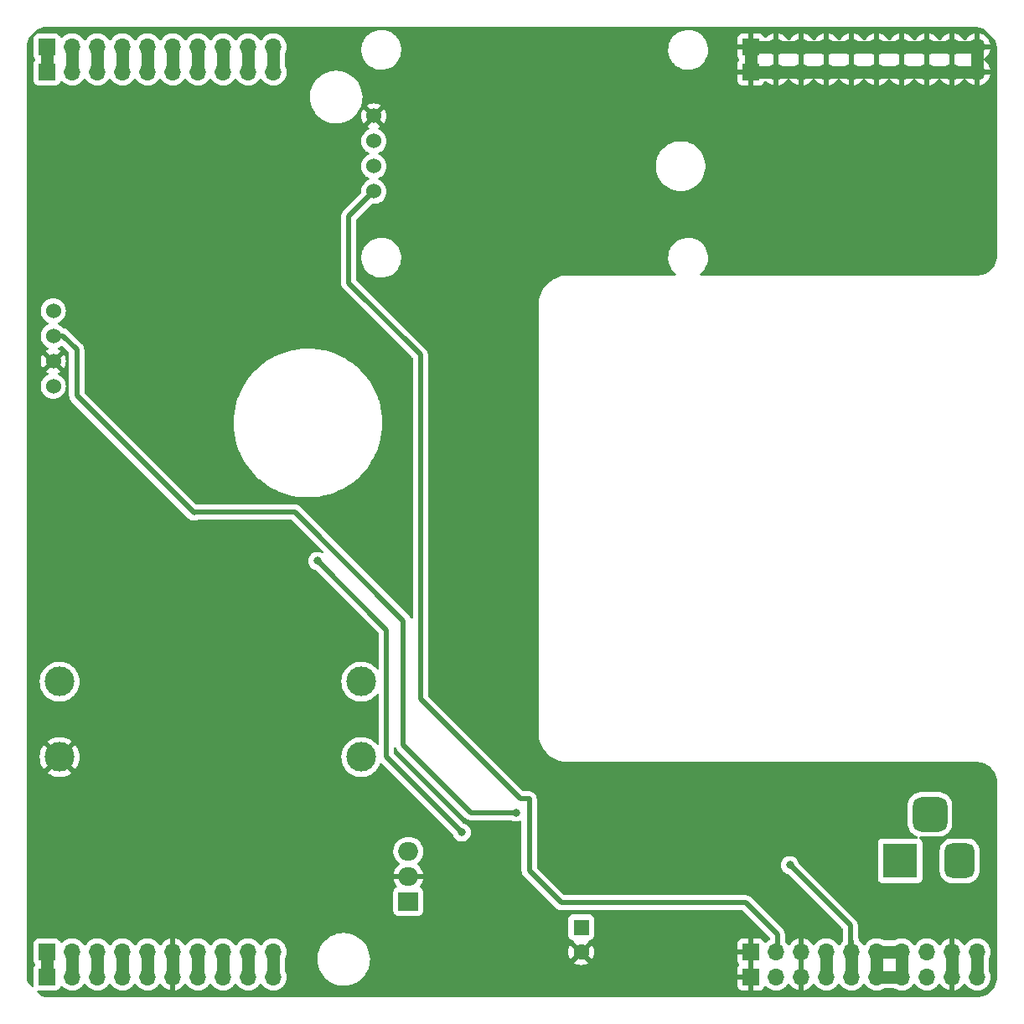
<source format=gbr>
%TF.GenerationSoftware,KiCad,Pcbnew,6.0.7-f9a2dced07~116~ubuntu20.04.1*%
%TF.CreationDate,2022-10-31T14:42:26+01:00*%
%TF.ProjectId,av_citynode_hw,61765f63-6974-4796-9e6f-64655f68772e,rev?*%
%TF.SameCoordinates,Original*%
%TF.FileFunction,Copper,L2,Bot*%
%TF.FilePolarity,Positive*%
%FSLAX46Y46*%
G04 Gerber Fmt 4.6, Leading zero omitted, Abs format (unit mm)*
G04 Created by KiCad (PCBNEW 6.0.7-f9a2dced07~116~ubuntu20.04.1) date 2022-10-31 14:42:26*
%MOMM*%
%LPD*%
G01*
G04 APERTURE LIST*
G04 Aperture macros list*
%AMRoundRect*
0 Rectangle with rounded corners*
0 $1 Rounding radius*
0 $2 $3 $4 $5 $6 $7 $8 $9 X,Y pos of 4 corners*
0 Add a 4 corners polygon primitive as box body*
4,1,4,$2,$3,$4,$5,$6,$7,$8,$9,$2,$3,0*
0 Add four circle primitives for the rounded corners*
1,1,$1+$1,$2,$3*
1,1,$1+$1,$4,$5*
1,1,$1+$1,$6,$7*
1,1,$1+$1,$8,$9*
0 Add four rect primitives between the rounded corners*
20,1,$1+$1,$2,$3,$4,$5,0*
20,1,$1+$1,$4,$5,$6,$7,0*
20,1,$1+$1,$6,$7,$8,$9,0*
20,1,$1+$1,$8,$9,$2,$3,0*%
G04 Aperture macros list end*
%TA.AperFunction,ComponentPad*%
%ADD10R,1.700000X1.700000*%
%TD*%
%TA.AperFunction,ComponentPad*%
%ADD11O,1.700000X1.700000*%
%TD*%
%TA.AperFunction,ComponentPad*%
%ADD12C,3.000000*%
%TD*%
%TA.AperFunction,ComponentPad*%
%ADD13C,1.524000*%
%TD*%
%TA.AperFunction,ComponentPad*%
%ADD14R,2.000000X1.905000*%
%TD*%
%TA.AperFunction,ComponentPad*%
%ADD15O,2.000000X1.905000*%
%TD*%
%TA.AperFunction,ComponentPad*%
%ADD16R,1.600000X1.600000*%
%TD*%
%TA.AperFunction,ComponentPad*%
%ADD17C,1.600000*%
%TD*%
%TA.AperFunction,ComponentPad*%
%ADD18R,3.500000X3.500000*%
%TD*%
%TA.AperFunction,ComponentPad*%
%ADD19RoundRect,0.750000X0.750000X1.000000X-0.750000X1.000000X-0.750000X-1.000000X0.750000X-1.000000X0*%
%TD*%
%TA.AperFunction,ComponentPad*%
%ADD20RoundRect,0.875000X0.875000X0.875000X-0.875000X0.875000X-0.875000X-0.875000X0.875000X-0.875000X0*%
%TD*%
%TA.AperFunction,ViaPad*%
%ADD21C,0.800000*%
%TD*%
%TA.AperFunction,Conductor*%
%ADD22C,1.270000*%
%TD*%
%TA.AperFunction,Conductor*%
%ADD23C,0.508000*%
%TD*%
G04 APERTURE END LIST*
D10*
%TO.P,J10,1,Pin_1*%
%TO.N,UART_RX*%
X110236000Y-171704000D03*
D11*
%TO.P,J10,2,Pin_2*%
%TO.N,UART_TX*%
X112776000Y-171704000D03*
%TO.P,J10,3,Pin_3*%
%TO.N,RESET*%
X115316000Y-171704000D03*
%TO.P,J10,4,Pin_4*%
%TO.N,ADC_AFE*%
X117856000Y-171704000D03*
%TO.P,J10,5,Pin_5*%
%TO.N,ADC_BATT*%
X120396000Y-171704000D03*
%TO.P,J10,6,Pin_6*%
%TO.N,SPI_CSK*%
X122936000Y-171704000D03*
%TO.P,J10,7,Pin_7*%
%TO.N,SPI_MISO*%
X125476000Y-171704000D03*
%TO.P,J10,8,Pin_8*%
%TO.N,SPI_MOSI*%
X128016000Y-171704000D03*
%TO.P,J10,9,Pin_9*%
%TO.N,SPI_CS*%
X130556000Y-171704000D03*
%TO.P,J10,10,Pin_10*%
%TO.N,ADC_OPC-N3*%
X133096000Y-171704000D03*
%TD*%
D10*
%TO.P,J11,1,Pin_1*%
%TO.N,GND2*%
X181356000Y-265684000D03*
D11*
%TO.P,J11,2,Pin_2*%
%TO.N,+3V3*%
X183896000Y-265684000D03*
%TO.P,J11,3,Pin_3*%
%TO.N,GND2*%
X186436000Y-265684000D03*
%TO.P,J11,4,Pin_4*%
%TO.N,+5V*%
X188976000Y-265684000D03*
%TO.P,J11,5,Pin_5*%
%TO.N,AFE-3.5V*%
X191516000Y-265684000D03*
%TO.P,J11,6,Pin_6*%
%TO.N,Battery_+*%
X194056000Y-265684000D03*
%TO.P,J11,7,Pin_7*%
X196596000Y-265684000D03*
%TO.P,J11,8,Pin_8*%
%TO.N,unconnected-(J11-Pad8)*%
X199136000Y-265684000D03*
%TO.P,J11,9,Pin_9*%
%TO.N,GND2*%
X201676000Y-265684000D03*
%TO.P,J11,10,Pin_10*%
%TO.N,OPC-N3-5V*%
X204216000Y-265684000D03*
%TD*%
D10*
%TO.P,J17,1,Pin_1*%
%TO.N,UART_RX*%
X110236000Y-174244000D03*
D11*
%TO.P,J17,2,Pin_2*%
%TO.N,UART_TX*%
X112776000Y-174244000D03*
%TO.P,J17,3,Pin_3*%
%TO.N,RESET*%
X115316000Y-174244000D03*
%TO.P,J17,4,Pin_4*%
%TO.N,ADC_AFE*%
X117856000Y-174244000D03*
%TO.P,J17,5,Pin_5*%
%TO.N,ADC_BATT*%
X120396000Y-174244000D03*
%TO.P,J17,6,Pin_6*%
%TO.N,SPI_CSK*%
X122936000Y-174244000D03*
%TO.P,J17,7,Pin_7*%
%TO.N,SPI_MISO*%
X125476000Y-174244000D03*
%TO.P,J17,8,Pin_8*%
%TO.N,SPI_MOSI*%
X128016000Y-174244000D03*
%TO.P,J17,9,Pin_9*%
%TO.N,SPI_CS*%
X130556000Y-174244000D03*
%TO.P,J17,10,Pin_10*%
%TO.N,ADC_OPC-N3*%
X133096000Y-174244000D03*
%TD*%
D12*
%TO.P,U5,1,IN-*%
%TO.N,Net-(Q1-Pad3)*%
X141986000Y-243459000D03*
%TO.P,U5,2,IN+*%
%TO.N,Net-(JP4-Pad2)*%
X141986000Y-235839000D03*
%TO.P,U5,3,OUT+*%
%TO.N,Net-(C10-Pad1)*%
X111506000Y-235839000D03*
%TO.P,U5,4,OUT-*%
%TO.N,GND2*%
X111506000Y-243459000D03*
%TD*%
D10*
%TO.P,J19,1,Pin_1*%
%TO.N,I2C_SDA*%
X110236000Y-263144000D03*
D11*
%TO.P,J19,2,Pin_2*%
%TO.N,UART_TXD*%
X112776000Y-263144000D03*
%TO.P,J19,3,Pin_3*%
%TO.N,UART_RXD*%
X115316000Y-263144000D03*
%TO.P,J19,4,Pin_4*%
%TO.N,I2C_SCL*%
X117856000Y-263144000D03*
%TO.P,J19,5,Pin_5*%
%TO.N,5V_en*%
X120396000Y-263144000D03*
%TO.P,J19,6,Pin_6*%
%TO.N,GND2*%
X122936000Y-263144000D03*
%TO.P,J19,7,Pin_7*%
%TO.N,IO19*%
X125476000Y-263144000D03*
%TO.P,J19,8,Pin_8*%
%TO.N,lora2*%
X128016000Y-263144000D03*
%TO.P,J19,9,Pin_9*%
%TO.N,lora1*%
X130556000Y-263144000D03*
%TO.P,J19,10,Pin_10*%
%TO.N,IO26*%
X133096000Y-263144000D03*
%TD*%
D10*
%TO.P,J12,1,Pin_1*%
%TO.N,I2C_SDA*%
X110236000Y-265684000D03*
D11*
%TO.P,J12,2,Pin_2*%
%TO.N,UART_TXD*%
X112776000Y-265684000D03*
%TO.P,J12,3,Pin_3*%
%TO.N,UART_RXD*%
X115316000Y-265684000D03*
%TO.P,J12,4,Pin_4*%
%TO.N,I2C_SCL*%
X117856000Y-265684000D03*
%TO.P,J12,5,Pin_5*%
%TO.N,5V_en*%
X120396000Y-265684000D03*
%TO.P,J12,6,Pin_6*%
%TO.N,GND2*%
X122936000Y-265684000D03*
%TO.P,J12,7,Pin_7*%
%TO.N,IO19*%
X125476000Y-265684000D03*
%TO.P,J12,8,Pin_8*%
%TO.N,lora2*%
X128016000Y-265684000D03*
%TO.P,J12,9,Pin_9*%
%TO.N,lora1*%
X130556000Y-265684000D03*
%TO.P,J12,10,Pin_10*%
%TO.N,IO26*%
X133096000Y-265684000D03*
%TD*%
D13*
%TO.P,U4,1,IN+*%
%TO.N,Net-(JP3-Pad2)*%
X110871000Y-198374000D03*
%TO.P,U4,2,IN-*%
%TO.N,Net-(J8-Pad2)*%
X110871000Y-200914000D03*
%TO.P,U4,3,OUT+*%
%TO.N,GND2*%
X110871000Y-203454000D03*
%TO.P,U4,4,OUT-*%
%TO.N,Battery_+*%
X110871000Y-205994000D03*
%TD*%
D10*
%TO.P,J16,1,Pin_1*%
%TO.N,GND2*%
X181356000Y-174244000D03*
D11*
%TO.P,J16,2,Pin_2*%
X183896000Y-174244000D03*
%TO.P,J16,3,Pin_3*%
X186436000Y-174244000D03*
%TO.P,J16,4,Pin_4*%
X188976000Y-174244000D03*
%TO.P,J16,5,Pin_5*%
X191516000Y-174244000D03*
%TO.P,J16,6,Pin_6*%
X194056000Y-174244000D03*
%TO.P,J16,7,Pin_7*%
X196596000Y-174244000D03*
%TO.P,J16,8,Pin_8*%
X199136000Y-174244000D03*
%TO.P,J16,9,Pin_9*%
X201676000Y-174244000D03*
%TO.P,J16,10,Pin_10*%
X204216000Y-174244000D03*
%TD*%
D10*
%TO.P,J18,1,Pin_1*%
%TO.N,GND2*%
X181356000Y-263144000D03*
D11*
%TO.P,J18,2,Pin_2*%
%TO.N,+3V3*%
X183896000Y-263144000D03*
%TO.P,J18,3,Pin_3*%
%TO.N,GND2*%
X186436000Y-263144000D03*
%TO.P,J18,4,Pin_4*%
%TO.N,+5V*%
X188976000Y-263144000D03*
%TO.P,J18,5,Pin_5*%
%TO.N,AFE-3.5V*%
X191516000Y-263144000D03*
%TO.P,J18,6,Pin_6*%
%TO.N,Battery_+*%
X194056000Y-263144000D03*
%TO.P,J18,7,Pin_7*%
X196596000Y-263144000D03*
%TO.P,J18,8,Pin_8*%
%TO.N,unconnected-(J18-Pad8)*%
X199136000Y-263144000D03*
%TO.P,J18,9,Pin_9*%
%TO.N,GND2*%
X201676000Y-263144000D03*
%TO.P,J18,10,Pin_10*%
%TO.N,OPC-N3-5V*%
X204216000Y-263144000D03*
%TD*%
D14*
%TO.P,U8,1,VI*%
%TO.N,Net-(C10-Pad1)*%
X146741000Y-258064000D03*
D15*
%TO.P,U8,2,GND*%
%TO.N,GND2*%
X146741000Y-255524000D03*
%TO.P,U8,3,VO*%
%TO.N,Net-(C12-Pad1)*%
X146741000Y-252984000D03*
%TD*%
D13*
%TO.P,U14,1,GND*%
%TO.N,GND2*%
X143256000Y-178689000D03*
%TO.P,U14,2,TX*%
%TO.N,UART_RX*%
X143256000Y-181229000D03*
%TO.P,U14,3,RX*%
%TO.N,UART_TX*%
X143256000Y-183769000D03*
%TO.P,U14,4,VCC*%
%TO.N,+3V3*%
X143256000Y-186309000D03*
%TD*%
D16*
%TO.P,C20,1*%
%TO.N,Net-(C18-Pad1)*%
X164211000Y-260668888D03*
D17*
%TO.P,C20,2*%
%TO.N,GND2*%
X164211000Y-263168888D03*
%TD*%
D18*
%TO.P,J8,1*%
%TO.N,Net-(J8-Pad1)*%
X196438000Y-253941500D03*
D19*
%TO.P,J8,2*%
%TO.N,Net-(J8-Pad2)*%
X202438000Y-253941500D03*
D20*
%TO.P,J8,3*%
%TO.N,unconnected-(J8-Pad3)*%
X199438000Y-249241500D03*
%TD*%
D10*
%TO.P,J9,1,Pin_1*%
%TO.N,GND2*%
X181356000Y-171704000D03*
D11*
%TO.P,J9,2,Pin_2*%
X183896000Y-171704000D03*
%TO.P,J9,3,Pin_3*%
X186436000Y-171704000D03*
%TO.P,J9,4,Pin_4*%
X188976000Y-171704000D03*
%TO.P,J9,5,Pin_5*%
X191516000Y-171704000D03*
%TO.P,J9,6,Pin_6*%
X194056000Y-171704000D03*
%TO.P,J9,7,Pin_7*%
X196596000Y-171704000D03*
%TO.P,J9,8,Pin_8*%
X199136000Y-171704000D03*
%TO.P,J9,9,Pin_9*%
X201676000Y-171704000D03*
%TO.P,J9,10,Pin_10*%
X204216000Y-171704000D03*
%TD*%
D21*
%TO.N,AFE-3.5V*%
X185293000Y-254381000D03*
%TO.N,Net-(J8-Pad2)*%
X157632400Y-249072400D03*
%TO.N,GND2*%
X118491000Y-222758000D03*
X113792000Y-252984000D03*
X135382000Y-257048000D03*
X156210000Y-240538000D03*
X150241000Y-252349000D03*
X161798000Y-246761000D03*
X136144000Y-248666000D03*
X170434000Y-260350000D03*
X120396000Y-245872000D03*
X138938000Y-231013000D03*
X123571000Y-203200000D03*
X127635000Y-198628000D03*
X146050000Y-249047000D03*
X148590000Y-200152000D03*
X146558000Y-207010000D03*
X156210000Y-238379000D03*
X127508000Y-202946000D03*
X142621000Y-220726000D03*
X176911000Y-264414000D03*
X123444000Y-207391000D03*
X125984000Y-232410000D03*
X193040000Y-245745000D03*
X157734000Y-240538000D03*
X163449000Y-251460000D03*
X157734000Y-238379000D03*
X123317000Y-198882000D03*
%TO.N,Net-(C16-Pad1)*%
X137541000Y-223647000D03*
X152146000Y-251079000D03*
%TD*%
D22*
%TO.N,Battery_+*%
X194056000Y-263144000D02*
X196596000Y-263144000D01*
X194056000Y-263144000D02*
X194056000Y-265684000D01*
X196596000Y-263144000D02*
X196596000Y-265684000D01*
X196596000Y-265684000D02*
X194056000Y-265684000D01*
%TO.N,AFE-3.5V*%
X191516000Y-263144000D02*
X191516000Y-265684000D01*
D23*
X191389000Y-263017000D02*
X191516000Y-263144000D01*
X191516000Y-262077200D02*
X191516000Y-263144000D01*
D22*
%TO.N,SPI_MISO*%
X125476000Y-171704000D02*
X125476000Y-174244000D01*
D23*
%TO.N,+3V3*%
X184023000Y-261366000D02*
X180848000Y-258191000D01*
X158038800Y-247700800D02*
X147955000Y-237617000D01*
X158953200Y-247700800D02*
X158038800Y-247700800D01*
X147955000Y-237617000D02*
X147955000Y-202819000D01*
X147955000Y-202819000D02*
X140716000Y-195580000D01*
X158953200Y-254965200D02*
X158953200Y-247700800D01*
X180848000Y-258191000D02*
X162179000Y-258191000D01*
X183896000Y-265734800D02*
X183896000Y-265684000D01*
X140716000Y-195580000D02*
X140716000Y-188849000D01*
X162179000Y-258191000D02*
X158953200Y-254965200D01*
X140716000Y-188849000D02*
X143256000Y-186309000D01*
X184023000Y-263017000D02*
X184023000Y-261366000D01*
X183896000Y-263144000D02*
X184023000Y-263017000D01*
D22*
%TO.N,OPC-N3-5V*%
X204216000Y-263144000D02*
X204216000Y-265684000D01*
%TO.N,UART_RX*%
X110236000Y-171704000D02*
X110236000Y-174244000D01*
%TO.N,UART_TX*%
X112776000Y-171704000D02*
X112776000Y-174244000D01*
%TO.N,RESET*%
X115316000Y-171704000D02*
X115316000Y-174244000D01*
%TO.N,ADC_BATT*%
X120396000Y-171704000D02*
X120396000Y-174244000D01*
%TO.N,SPI_CSK*%
X122936000Y-171704000D02*
X122936000Y-174244000D01*
%TO.N,SPI_MOSI*%
X128016000Y-171704000D02*
X128016000Y-174244000D01*
%TO.N,SPI_CS*%
X130556000Y-171704000D02*
X130556000Y-174244000D01*
%TO.N,I2C_SDA*%
X110236000Y-263144000D02*
X110236000Y-265684000D01*
%TO.N,UART_TXD*%
X112776000Y-263144000D02*
X112776000Y-265684000D01*
%TO.N,UART_RXD*%
X115316000Y-263144000D02*
X115316000Y-265684000D01*
%TO.N,I2C_SCL*%
X117856000Y-263144000D02*
X117856000Y-265684000D01*
%TO.N,5V_en*%
X120396000Y-263144000D02*
X120396000Y-265684000D01*
%TO.N,IO19*%
X125476000Y-263144000D02*
X125476000Y-265684000D01*
%TO.N,lora2*%
X128016000Y-263144000D02*
X128016000Y-265684000D01*
%TO.N,lora1*%
X130556000Y-263144000D02*
X130556000Y-265684000D01*
%TO.N,IO26*%
X133096000Y-263144000D02*
X133096000Y-265684000D01*
%TO.N,+5V*%
X188976000Y-263144000D02*
X188976000Y-265684000D01*
D23*
%TO.N,AFE-3.5V*%
X185293000Y-254381000D02*
X191389000Y-260477000D01*
X191389000Y-260477000D02*
X191389000Y-263017000D01*
%TO.N,Net-(J8-Pad2)*%
X111861600Y-200914000D02*
X113233200Y-202285600D01*
X135255000Y-218694000D02*
X146240500Y-229679500D01*
X113233200Y-206959200D02*
X125095000Y-218821000D01*
X125222000Y-218694000D02*
X135255000Y-218694000D01*
X146240500Y-229679500D02*
X146240500Y-242252500D01*
X125095000Y-218821000D02*
X125222000Y-218694000D01*
X110871000Y-200914000D02*
X111861600Y-200914000D01*
X146240500Y-242252500D02*
X153060400Y-249072400D01*
X153060400Y-249072400D02*
X157632400Y-249072400D01*
X113233200Y-202285600D02*
X113233200Y-206959200D01*
D22*
%TO.N,GND2*%
X201676000Y-263144000D02*
X201676000Y-265684000D01*
X122936000Y-263144000D02*
X122936000Y-265684000D01*
X181356000Y-174244000D02*
X204216000Y-174244000D01*
X181356000Y-171704000D02*
X204216000Y-171704000D01*
X181356000Y-174244000D02*
X181356000Y-171704000D01*
X204216000Y-171704000D02*
X204216000Y-174244000D01*
%TO.N,ADC_AFE*%
X117856000Y-171704000D02*
X117856000Y-174244000D01*
%TO.N,ADC_OPC-N3*%
X133096000Y-171704000D02*
X133096000Y-174244000D01*
D23*
%TO.N,Net-(C16-Pad1)*%
X144526000Y-243459000D02*
X152146000Y-251079000D01*
X144526000Y-230632000D02*
X144526000Y-243459000D01*
X137541000Y-223647000D02*
X144526000Y-230632000D01*
%TD*%
%TA.AperFunction,Conductor*%
%TO.N,GND2*%
G36*
X203932018Y-169674000D02*
G01*
X203946851Y-169676310D01*
X203946855Y-169676310D01*
X203955724Y-169677691D01*
X203972923Y-169675442D01*
X203996863Y-169674609D01*
X204229880Y-169688704D01*
X204244984Y-169690538D01*
X204501458Y-169737538D01*
X204516231Y-169741179D01*
X204765180Y-169818755D01*
X204779398Y-169824147D01*
X204934271Y-169893850D01*
X204971654Y-169919654D01*
X206000346Y-170948346D01*
X206026150Y-170985729D01*
X206061643Y-171064590D01*
X206095851Y-171140598D01*
X206101245Y-171154820D01*
X206169152Y-171372741D01*
X206178821Y-171403769D01*
X206182462Y-171418542D01*
X206229462Y-171675016D01*
X206231296Y-171690121D01*
X206244953Y-171915905D01*
X206243692Y-171942716D01*
X206243690Y-171942852D01*
X206242309Y-171951724D01*
X206243473Y-171960626D01*
X206243473Y-171960628D01*
X206244771Y-171970552D01*
X206245479Y-171975962D01*
X206246436Y-171983283D01*
X206247500Y-171999621D01*
X206247500Y-192718580D01*
X206245999Y-192737967D01*
X206242309Y-192761663D01*
X206243473Y-192770566D01*
X206244439Y-192777954D01*
X206245232Y-192802529D01*
X206236671Y-192933127D01*
X206230657Y-193024861D01*
X206228507Y-193041194D01*
X206195910Y-193205061D01*
X206179881Y-193285638D01*
X206175617Y-193301549D01*
X206095505Y-193537547D01*
X206089198Y-193552773D01*
X205978968Y-193776296D01*
X205970728Y-193790568D01*
X205907738Y-193884840D01*
X205892070Y-193903930D01*
X205351930Y-194444070D01*
X205332838Y-194459739D01*
X205238601Y-194522708D01*
X205224329Y-194530949D01*
X205000811Y-194641182D01*
X204985585Y-194647489D01*
X204857170Y-194691084D01*
X204811867Y-194706464D01*
X204749593Y-194727605D01*
X204733675Y-194731870D01*
X204661696Y-194746190D01*
X204489247Y-194780498D01*
X204472908Y-194782650D01*
X204369459Y-194789435D01*
X204257966Y-194796747D01*
X204233828Y-194795672D01*
X204231128Y-194795639D01*
X204222256Y-194794258D01*
X204190702Y-194798385D01*
X204174363Y-194799449D01*
X176332748Y-194799449D01*
X176264627Y-194779447D01*
X176218134Y-194725791D01*
X176208030Y-194655517D01*
X176237524Y-194590937D01*
X176258687Y-194571513D01*
X176296629Y-194543947D01*
X176296632Y-194543944D01*
X176300192Y-194541358D01*
X176502252Y-194346231D01*
X176675188Y-194124882D01*
X176677384Y-194121078D01*
X176677389Y-194121071D01*
X176813435Y-193885431D01*
X176815636Y-193881619D01*
X176920862Y-193621176D01*
X176954544Y-193486087D01*
X176987753Y-193352893D01*
X176987754Y-193352888D01*
X176988817Y-193348624D01*
X177018178Y-193069267D01*
X177017198Y-193041202D01*
X177008529Y-192792939D01*
X177008528Y-192792933D01*
X177008375Y-192788542D01*
X177006509Y-192777954D01*
X176960360Y-192516236D01*
X176959598Y-192511913D01*
X176872797Y-192244765D01*
X176749660Y-191992298D01*
X176747205Y-191988659D01*
X176747202Y-191988653D01*
X176666935Y-191869653D01*
X176592585Y-191759424D01*
X176404629Y-191550678D01*
X176189450Y-191370121D01*
X175951236Y-191221269D01*
X175694625Y-191107018D01*
X175424610Y-191029593D01*
X175420260Y-191028982D01*
X175420257Y-191028981D01*
X175317310Y-191014513D01*
X175146448Y-190990500D01*
X174935854Y-190990500D01*
X174933668Y-190990653D01*
X174933664Y-190990653D01*
X174730173Y-191004882D01*
X174730168Y-191004883D01*
X174725788Y-191005189D01*
X174451030Y-191063591D01*
X174446901Y-191065094D01*
X174446897Y-191065095D01*
X174191219Y-191158154D01*
X174191215Y-191158156D01*
X174187074Y-191159663D01*
X173939058Y-191291536D01*
X173935499Y-191294122D01*
X173935497Y-191294123D01*
X173830895Y-191370121D01*
X173711808Y-191456642D01*
X173509748Y-191651769D01*
X173336812Y-191873118D01*
X173334616Y-191876922D01*
X173334611Y-191876929D01*
X173220794Y-192074067D01*
X173196364Y-192116381D01*
X173091138Y-192376824D01*
X173090073Y-192381097D01*
X173090072Y-192381099D01*
X173056379Y-192516236D01*
X173023183Y-192649376D01*
X173022724Y-192653744D01*
X173022723Y-192653749D01*
X173009669Y-192777954D01*
X172993822Y-192928733D01*
X172993975Y-192933121D01*
X172993975Y-192933127D01*
X172997467Y-193033106D01*
X173003625Y-193209458D01*
X173004387Y-193213781D01*
X173004388Y-193213788D01*
X173028164Y-193348624D01*
X173052402Y-193486087D01*
X173139203Y-193753235D01*
X173141131Y-193757188D01*
X173141133Y-193757193D01*
X173196313Y-193870328D01*
X173262340Y-194005702D01*
X173264795Y-194009341D01*
X173264798Y-194009347D01*
X173337890Y-194117710D01*
X173419415Y-194238576D01*
X173607371Y-194447322D01*
X173610733Y-194450143D01*
X173610734Y-194450144D01*
X173761828Y-194576927D01*
X173801155Y-194636037D01*
X173802281Y-194707025D01*
X173764850Y-194767352D01*
X173700745Y-194797866D01*
X173680837Y-194799449D01*
X162994264Y-194799449D01*
X162973354Y-194797702D01*
X162967679Y-194796747D01*
X162953572Y-194794373D01*
X162947296Y-194794296D01*
X162945885Y-194794279D01*
X162945881Y-194794279D01*
X162941020Y-194794220D01*
X162936201Y-194794910D01*
X162934545Y-194795147D01*
X162923281Y-194796246D01*
X162625208Y-194811856D01*
X162625206Y-194811856D01*
X162621926Y-194812028D01*
X162618677Y-194812542D01*
X162618672Y-194812543D01*
X162309590Y-194861486D01*
X162309584Y-194861487D01*
X162306327Y-194862003D01*
X162303144Y-194862856D01*
X162303143Y-194862856D01*
X162000870Y-194943840D01*
X162000864Y-194943842D01*
X161997680Y-194944695D01*
X161834055Y-195007500D01*
X161702458Y-195058011D01*
X161702453Y-195058013D01*
X161699369Y-195059197D01*
X161414661Y-195204255D01*
X161146676Y-195378280D01*
X161144116Y-195380353D01*
X160957368Y-195531574D01*
X160898350Y-195579364D01*
X160672405Y-195805305D01*
X160670328Y-195807870D01*
X160670327Y-195807871D01*
X160654303Y-195827659D01*
X160471316Y-196053626D01*
X160297286Y-196321608D01*
X160152222Y-196606313D01*
X160131207Y-196661059D01*
X160092376Y-196762219D01*
X160063840Y-196806160D01*
X160020000Y-196850000D01*
X160020000Y-196954146D01*
X160015707Y-196986756D01*
X159955016Y-197213267D01*
X159905034Y-197528865D01*
X159904862Y-197532149D01*
X159904861Y-197532158D01*
X159890053Y-197814818D01*
X159888481Y-197829123D01*
X159887424Y-197835407D01*
X159887271Y-197847959D01*
X159887960Y-197852767D01*
X159887960Y-197852772D01*
X159891227Y-197875579D01*
X159892500Y-197893444D01*
X159892500Y-240869633D01*
X159891000Y-240889018D01*
X159888690Y-240903851D01*
X159888690Y-240903855D01*
X159887309Y-240912724D01*
X159888441Y-240921378D01*
X159888470Y-240921930D01*
X159888450Y-240923566D01*
X159888698Y-240926277D01*
X159902213Y-241184164D01*
X159905039Y-241238092D01*
X159905554Y-241241343D01*
X159945092Y-241490977D01*
X159955024Y-241553689D01*
X160020000Y-241796181D01*
X160020000Y-241808000D01*
X160024326Y-241812326D01*
X160037725Y-241862331D01*
X160038908Y-241865413D01*
X160038910Y-241865419D01*
X160109487Y-242049279D01*
X160152234Y-242160638D01*
X160297298Y-242445342D01*
X160471327Y-242713323D01*
X160473405Y-242715889D01*
X160663390Y-242950500D01*
X160672414Y-242961644D01*
X160898356Y-243187586D01*
X161146677Y-243388673D01*
X161414658Y-243562702D01*
X161699362Y-243707766D01*
X161810721Y-243750513D01*
X161994581Y-243821090D01*
X161994587Y-243821092D01*
X161997669Y-243822275D01*
X162000849Y-243823127D01*
X162000861Y-243823131D01*
X162046973Y-243835486D01*
X162047829Y-243835829D01*
X162052000Y-243840000D01*
X162058247Y-243840000D01*
X162058269Y-243840009D01*
X162076645Y-243843437D01*
X162173738Y-243869453D01*
X162306311Y-243904976D01*
X162309561Y-243905491D01*
X162309567Y-243905492D01*
X162543334Y-243942516D01*
X162621908Y-243954961D01*
X162625191Y-243955133D01*
X162625200Y-243955134D01*
X162769753Y-243962709D01*
X162907872Y-243969948D01*
X162922183Y-243971522D01*
X162928448Y-243972576D01*
X162934724Y-243972652D01*
X162936140Y-243972670D01*
X162936143Y-243972670D01*
X162941000Y-243972729D01*
X162968624Y-243968773D01*
X162986486Y-243967500D01*
X204166633Y-243967500D01*
X204186018Y-243969000D01*
X204200851Y-243971310D01*
X204200855Y-243971310D01*
X204209724Y-243972691D01*
X204218626Y-243971527D01*
X204218629Y-243971527D01*
X204226012Y-243970561D01*
X204250591Y-243969767D01*
X204277366Y-243971522D01*
X204472922Y-243984340D01*
X204489262Y-243986491D01*
X204588040Y-244006139D01*
X204733696Y-244035112D01*
X204749606Y-244039375D01*
X204985600Y-244119484D01*
X205000826Y-244125791D01*
X205224342Y-244236016D01*
X205238616Y-244244257D01*
X205445829Y-244382713D01*
X205458905Y-244392746D01*
X205646278Y-244557068D01*
X205657932Y-244568722D01*
X205822254Y-244756095D01*
X205832287Y-244769171D01*
X205970743Y-244976384D01*
X205978984Y-244990658D01*
X206089209Y-245214174D01*
X206095515Y-245229398D01*
X206175625Y-245465394D01*
X206179889Y-245481307D01*
X206228509Y-245725738D01*
X206230660Y-245742078D01*
X206244763Y-245957236D01*
X206243733Y-245980350D01*
X206243690Y-245983854D01*
X206242309Y-245992724D01*
X206243473Y-246001626D01*
X206243473Y-246001628D01*
X206246436Y-246024283D01*
X206247500Y-246040621D01*
X206247500Y-265634633D01*
X206246000Y-265654018D01*
X206243690Y-265668851D01*
X206243690Y-265668855D01*
X206242309Y-265677724D01*
X206243473Y-265686626D01*
X206243473Y-265686629D01*
X206244439Y-265694012D01*
X206245233Y-265718591D01*
X206244974Y-265722538D01*
X206230660Y-265940922D01*
X206228509Y-265957262D01*
X206184034Y-266180857D01*
X206179889Y-266201693D01*
X206175625Y-266217606D01*
X206095516Y-266453600D01*
X206089209Y-266468826D01*
X205978984Y-266692342D01*
X205970743Y-266706615D01*
X205944127Y-266746449D01*
X205928457Y-266765543D01*
X205297543Y-267396457D01*
X205278449Y-267412127D01*
X205238615Y-267438743D01*
X205224342Y-267446984D01*
X205000826Y-267557209D01*
X204985602Y-267563515D01*
X204749606Y-267643625D01*
X204733696Y-267647888D01*
X204611478Y-267672199D01*
X204489262Y-267696509D01*
X204472922Y-267698660D01*
X204324134Y-267708413D01*
X204257763Y-267712763D01*
X204234650Y-267711733D01*
X204231146Y-267711690D01*
X204222276Y-267710309D01*
X204213374Y-267711473D01*
X204213372Y-267711473D01*
X204199915Y-267713233D01*
X204190714Y-267714436D01*
X204174379Y-267715500D01*
X110285367Y-267715500D01*
X110265982Y-267714000D01*
X110251149Y-267711690D01*
X110251145Y-267711690D01*
X110242276Y-267710309D01*
X110233374Y-267711473D01*
X110233371Y-267711473D01*
X110225988Y-267712439D01*
X110201409Y-267713233D01*
X110156799Y-267710309D01*
X109979078Y-267698660D01*
X109962738Y-267696509D01*
X109840522Y-267672199D01*
X109718304Y-267647888D01*
X109702394Y-267643625D01*
X109659408Y-267629033D01*
X109610816Y-267598816D01*
X109269595Y-267257595D01*
X109235569Y-267195283D01*
X109240634Y-267124468D01*
X109283181Y-267067632D01*
X109349701Y-267042821D01*
X109358690Y-267042500D01*
X111134134Y-267042500D01*
X111196316Y-267035745D01*
X111332705Y-266984615D01*
X111449261Y-266897261D01*
X111536615Y-266780705D01*
X111558799Y-266721529D01*
X111580598Y-266663382D01*
X111623240Y-266606618D01*
X111689802Y-266581918D01*
X111759150Y-266597126D01*
X111793817Y-266625114D01*
X111822250Y-266657938D01*
X111994126Y-266800632D01*
X112187000Y-266913338D01*
X112395692Y-266993030D01*
X112400760Y-266994061D01*
X112400763Y-266994062D01*
X112495862Y-267013410D01*
X112614597Y-267037567D01*
X112619772Y-267037757D01*
X112619774Y-267037757D01*
X112832673Y-267045564D01*
X112832677Y-267045564D01*
X112837837Y-267045753D01*
X112842957Y-267045097D01*
X112842959Y-267045097D01*
X113054288Y-267018025D01*
X113054289Y-267018025D01*
X113059416Y-267017368D01*
X113064366Y-267015883D01*
X113268429Y-266954661D01*
X113268434Y-266954659D01*
X113273384Y-266953174D01*
X113473994Y-266854896D01*
X113655860Y-266725173D01*
X113705282Y-266675924D01*
X113751937Y-266629431D01*
X113814096Y-266567489D01*
X113827385Y-266548996D01*
X113944453Y-266386077D01*
X113945776Y-266387028D01*
X113992645Y-266343857D01*
X114062580Y-266331625D01*
X114128026Y-266359144D01*
X114155875Y-266390994D01*
X114215987Y-266489088D01*
X114362250Y-266657938D01*
X114534126Y-266800632D01*
X114727000Y-266913338D01*
X114935692Y-266993030D01*
X114940760Y-266994061D01*
X114940763Y-266994062D01*
X115035862Y-267013410D01*
X115154597Y-267037567D01*
X115159772Y-267037757D01*
X115159774Y-267037757D01*
X115372673Y-267045564D01*
X115372677Y-267045564D01*
X115377837Y-267045753D01*
X115382957Y-267045097D01*
X115382959Y-267045097D01*
X115594288Y-267018025D01*
X115594289Y-267018025D01*
X115599416Y-267017368D01*
X115604366Y-267015883D01*
X115808429Y-266954661D01*
X115808434Y-266954659D01*
X115813384Y-266953174D01*
X116013994Y-266854896D01*
X116195860Y-266725173D01*
X116245282Y-266675924D01*
X116291937Y-266629431D01*
X116354096Y-266567489D01*
X116367385Y-266548996D01*
X116484453Y-266386077D01*
X116485776Y-266387028D01*
X116532645Y-266343857D01*
X116602580Y-266331625D01*
X116668026Y-266359144D01*
X116695875Y-266390994D01*
X116755987Y-266489088D01*
X116902250Y-266657938D01*
X117074126Y-266800632D01*
X117267000Y-266913338D01*
X117475692Y-266993030D01*
X117480760Y-266994061D01*
X117480763Y-266994062D01*
X117575862Y-267013410D01*
X117694597Y-267037567D01*
X117699772Y-267037757D01*
X117699774Y-267037757D01*
X117912673Y-267045564D01*
X117912677Y-267045564D01*
X117917837Y-267045753D01*
X117922957Y-267045097D01*
X117922959Y-267045097D01*
X118134288Y-267018025D01*
X118134289Y-267018025D01*
X118139416Y-267017368D01*
X118144366Y-267015883D01*
X118348429Y-266954661D01*
X118348434Y-266954659D01*
X118353384Y-266953174D01*
X118553994Y-266854896D01*
X118735860Y-266725173D01*
X118785282Y-266675924D01*
X118831937Y-266629431D01*
X118894096Y-266567489D01*
X118907385Y-266548996D01*
X119024453Y-266386077D01*
X119025776Y-266387028D01*
X119072645Y-266343857D01*
X119142580Y-266331625D01*
X119208026Y-266359144D01*
X119235875Y-266390994D01*
X119295987Y-266489088D01*
X119442250Y-266657938D01*
X119614126Y-266800632D01*
X119807000Y-266913338D01*
X120015692Y-266993030D01*
X120020760Y-266994061D01*
X120020763Y-266994062D01*
X120115862Y-267013410D01*
X120234597Y-267037567D01*
X120239772Y-267037757D01*
X120239774Y-267037757D01*
X120452673Y-267045564D01*
X120452677Y-267045564D01*
X120457837Y-267045753D01*
X120462957Y-267045097D01*
X120462959Y-267045097D01*
X120674288Y-267018025D01*
X120674289Y-267018025D01*
X120679416Y-267017368D01*
X120684366Y-267015883D01*
X120888429Y-266954661D01*
X120888434Y-266954659D01*
X120893384Y-266953174D01*
X121093994Y-266854896D01*
X121275860Y-266725173D01*
X121325282Y-266675924D01*
X121371937Y-266629431D01*
X121434096Y-266567489D01*
X121447385Y-266548996D01*
X121564453Y-266386077D01*
X121565640Y-266386930D01*
X121612960Y-266343362D01*
X121682897Y-266331145D01*
X121748338Y-266358678D01*
X121776166Y-266390511D01*
X121833694Y-266484388D01*
X121839777Y-266492699D01*
X121979213Y-266653667D01*
X121986580Y-266660883D01*
X122150434Y-266796916D01*
X122158881Y-266802831D01*
X122342756Y-266910279D01*
X122352042Y-266914729D01*
X122551001Y-266990703D01*
X122560899Y-266993579D01*
X122664250Y-267014606D01*
X122678299Y-267013410D01*
X122682000Y-267003065D01*
X122682000Y-267002517D01*
X123190000Y-267002517D01*
X123194064Y-267016359D01*
X123207478Y-267018393D01*
X123214184Y-267017534D01*
X123224262Y-267015392D01*
X123428255Y-266954191D01*
X123437842Y-266950433D01*
X123629095Y-266856739D01*
X123637945Y-266851464D01*
X123811328Y-266727792D01*
X123819200Y-266721139D01*
X123970052Y-266570812D01*
X123976730Y-266562965D01*
X124104022Y-266385819D01*
X124105279Y-266386722D01*
X124152373Y-266343362D01*
X124222311Y-266331145D01*
X124287751Y-266358678D01*
X124315579Y-266390511D01*
X124375987Y-266489088D01*
X124522250Y-266657938D01*
X124694126Y-266800632D01*
X124887000Y-266913338D01*
X125095692Y-266993030D01*
X125100760Y-266994061D01*
X125100763Y-266994062D01*
X125195862Y-267013410D01*
X125314597Y-267037567D01*
X125319772Y-267037757D01*
X125319774Y-267037757D01*
X125532673Y-267045564D01*
X125532677Y-267045564D01*
X125537837Y-267045753D01*
X125542957Y-267045097D01*
X125542959Y-267045097D01*
X125754288Y-267018025D01*
X125754289Y-267018025D01*
X125759416Y-267017368D01*
X125764366Y-267015883D01*
X125968429Y-266954661D01*
X125968434Y-266954659D01*
X125973384Y-266953174D01*
X126173994Y-266854896D01*
X126355860Y-266725173D01*
X126405282Y-266675924D01*
X126451937Y-266629431D01*
X126514096Y-266567489D01*
X126527385Y-266548996D01*
X126644453Y-266386077D01*
X126645776Y-266387028D01*
X126692645Y-266343857D01*
X126762580Y-266331625D01*
X126828026Y-266359144D01*
X126855875Y-266390994D01*
X126915987Y-266489088D01*
X127062250Y-266657938D01*
X127234126Y-266800632D01*
X127427000Y-266913338D01*
X127635692Y-266993030D01*
X127640760Y-266994061D01*
X127640763Y-266994062D01*
X127735862Y-267013410D01*
X127854597Y-267037567D01*
X127859772Y-267037757D01*
X127859774Y-267037757D01*
X128072673Y-267045564D01*
X128072677Y-267045564D01*
X128077837Y-267045753D01*
X128082957Y-267045097D01*
X128082959Y-267045097D01*
X128294288Y-267018025D01*
X128294289Y-267018025D01*
X128299416Y-267017368D01*
X128304366Y-267015883D01*
X128508429Y-266954661D01*
X128508434Y-266954659D01*
X128513384Y-266953174D01*
X128713994Y-266854896D01*
X128895860Y-266725173D01*
X128945282Y-266675924D01*
X128991937Y-266629431D01*
X129054096Y-266567489D01*
X129067385Y-266548996D01*
X129184453Y-266386077D01*
X129185776Y-266387028D01*
X129232645Y-266343857D01*
X129302580Y-266331625D01*
X129368026Y-266359144D01*
X129395875Y-266390994D01*
X129455987Y-266489088D01*
X129602250Y-266657938D01*
X129774126Y-266800632D01*
X129967000Y-266913338D01*
X130175692Y-266993030D01*
X130180760Y-266994061D01*
X130180763Y-266994062D01*
X130275862Y-267013410D01*
X130394597Y-267037567D01*
X130399772Y-267037757D01*
X130399774Y-267037757D01*
X130612673Y-267045564D01*
X130612677Y-267045564D01*
X130617837Y-267045753D01*
X130622957Y-267045097D01*
X130622959Y-267045097D01*
X130834288Y-267018025D01*
X130834289Y-267018025D01*
X130839416Y-267017368D01*
X130844366Y-267015883D01*
X131048429Y-266954661D01*
X131048434Y-266954659D01*
X131053384Y-266953174D01*
X131253994Y-266854896D01*
X131435860Y-266725173D01*
X131485282Y-266675924D01*
X131531937Y-266629431D01*
X131594096Y-266567489D01*
X131607385Y-266548996D01*
X131724453Y-266386077D01*
X131725776Y-266387028D01*
X131772645Y-266343857D01*
X131842580Y-266331625D01*
X131908026Y-266359144D01*
X131935875Y-266390994D01*
X131995987Y-266489088D01*
X132142250Y-266657938D01*
X132314126Y-266800632D01*
X132507000Y-266913338D01*
X132715692Y-266993030D01*
X132720760Y-266994061D01*
X132720763Y-266994062D01*
X132815862Y-267013410D01*
X132934597Y-267037567D01*
X132939772Y-267037757D01*
X132939774Y-267037757D01*
X133152673Y-267045564D01*
X133152677Y-267045564D01*
X133157837Y-267045753D01*
X133162957Y-267045097D01*
X133162959Y-267045097D01*
X133374288Y-267018025D01*
X133374289Y-267018025D01*
X133379416Y-267017368D01*
X133384366Y-267015883D01*
X133588429Y-266954661D01*
X133588434Y-266954659D01*
X133593384Y-266953174D01*
X133793994Y-266854896D01*
X133975860Y-266725173D01*
X134025282Y-266675924D01*
X134071937Y-266629431D01*
X134122877Y-266578669D01*
X179998001Y-266578669D01*
X179998371Y-266585490D01*
X180003895Y-266636352D01*
X180007521Y-266651604D01*
X180052676Y-266772054D01*
X180061214Y-266787649D01*
X180137715Y-266889724D01*
X180150276Y-266902285D01*
X180252351Y-266978786D01*
X180267946Y-266987324D01*
X180388394Y-267032478D01*
X180403649Y-267036105D01*
X180454514Y-267041631D01*
X180461328Y-267042000D01*
X181083885Y-267042000D01*
X181099124Y-267037525D01*
X181100329Y-267036135D01*
X181102000Y-267028452D01*
X181102000Y-265956115D01*
X181097525Y-265940876D01*
X181096135Y-265939671D01*
X181088452Y-265938000D01*
X180016116Y-265938000D01*
X180000877Y-265942475D01*
X179999672Y-265943865D01*
X179998001Y-265951548D01*
X179998001Y-266578669D01*
X134122877Y-266578669D01*
X134134096Y-266567489D01*
X134147385Y-266548996D01*
X134261435Y-266390277D01*
X134264453Y-266386077D01*
X134277995Y-266358678D01*
X134361136Y-266190453D01*
X134361137Y-266190451D01*
X134363430Y-266185811D01*
X134395900Y-266078940D01*
X134426865Y-265977023D01*
X134426865Y-265977021D01*
X134428370Y-265972069D01*
X134457529Y-265750590D01*
X134458150Y-265725182D01*
X134459074Y-265687365D01*
X134459074Y-265687361D01*
X134459156Y-265684000D01*
X134440852Y-265461361D01*
X134386431Y-265244702D01*
X134297354Y-265039840D01*
X134259708Y-264981648D01*
X134239500Y-264913208D01*
X134239500Y-263952485D01*
X137544854Y-263952485D01*
X137551044Y-264031137D01*
X137568659Y-264254950D01*
X137570370Y-264276695D01*
X137635206Y-264595378D01*
X137738398Y-264903784D01*
X137878405Y-265197316D01*
X138053141Y-265471597D01*
X138055584Y-265474560D01*
X138055585Y-265474562D01*
X138253577Y-265714745D01*
X138260001Y-265722538D01*
X138495902Y-265946399D01*
X138757326Y-266139843D01*
X138880959Y-266209791D01*
X139037019Y-266298086D01*
X139037023Y-266298088D01*
X139040376Y-266299985D01*
X139340832Y-266424438D01*
X139444288Y-266453129D01*
X139650500Y-266510317D01*
X139650508Y-266510319D01*
X139654216Y-266511347D01*
X139975856Y-266559416D01*
X139979154Y-266559560D01*
X140090918Y-266564440D01*
X140090922Y-266564440D01*
X140092294Y-266564500D01*
X140290598Y-266564500D01*
X140532605Y-266549698D01*
X140536388Y-266548997D01*
X140536395Y-266548996D01*
X140736459Y-266511916D01*
X140852372Y-266490433D01*
X141061682Y-266424438D01*
X141158860Y-266393798D01*
X141158863Y-266393797D01*
X141162532Y-266392640D01*
X141166029Y-266391046D01*
X141166035Y-266391044D01*
X141454954Y-266259376D01*
X141454958Y-266259374D01*
X141458462Y-266257777D01*
X141583984Y-266180857D01*
X141732473Y-266089863D01*
X141732476Y-266089861D01*
X141735751Y-266087854D01*
X141738755Y-266085464D01*
X141738760Y-266085461D01*
X141863007Y-265986630D01*
X141990264Y-265885405D01*
X141992958Y-265882664D01*
X141992962Y-265882660D01*
X142215513Y-265656190D01*
X142215517Y-265656185D01*
X142218208Y-265653447D01*
X142369452Y-265456342D01*
X142403566Y-265411885D01*
X179998000Y-265411885D01*
X180002475Y-265427124D01*
X180003865Y-265428329D01*
X180011548Y-265430000D01*
X181083885Y-265430000D01*
X181099124Y-265425525D01*
X181100329Y-265424135D01*
X181102000Y-265416452D01*
X181102000Y-263416115D01*
X181097525Y-263400876D01*
X181096135Y-263399671D01*
X181088452Y-263398000D01*
X180016116Y-263398000D01*
X180000877Y-263402475D01*
X179999672Y-263403865D01*
X179998001Y-263411548D01*
X179998001Y-264038669D01*
X179998371Y-264045490D01*
X180003895Y-264096352D01*
X180007521Y-264111604D01*
X180052676Y-264232054D01*
X180061211Y-264247644D01*
X180129255Y-264338435D01*
X180154102Y-264404942D01*
X180139049Y-264474324D01*
X180129255Y-264489565D01*
X180061211Y-264580356D01*
X180052676Y-264595946D01*
X180007522Y-264716394D01*
X180003895Y-264731649D01*
X179998369Y-264782514D01*
X179998000Y-264789328D01*
X179998000Y-265411885D01*
X142403566Y-265411885D01*
X142413835Y-265398502D01*
X142413837Y-265398498D01*
X142416185Y-265395439D01*
X142581242Y-265115227D01*
X142710920Y-264816988D01*
X142719114Y-264789328D01*
X142775483Y-264599027D01*
X142803285Y-264505169D01*
X142845158Y-264254950D01*
X163489493Y-264254950D01*
X163498789Y-264266965D01*
X163549994Y-264302819D01*
X163559489Y-264308302D01*
X163756947Y-264400378D01*
X163767239Y-264404124D01*
X163977688Y-264460513D01*
X163988481Y-264462416D01*
X164205525Y-264481405D01*
X164216475Y-264481405D01*
X164433519Y-264462416D01*
X164444312Y-264460513D01*
X164654761Y-264404124D01*
X164665053Y-264400378D01*
X164862511Y-264308302D01*
X164872006Y-264302819D01*
X164924048Y-264266379D01*
X164932424Y-264255900D01*
X164925356Y-264242454D01*
X164223812Y-263540910D01*
X164209868Y-263533296D01*
X164208035Y-263533427D01*
X164201420Y-263537678D01*
X163495923Y-264243175D01*
X163489493Y-264254950D01*
X142845158Y-264254950D01*
X142856961Y-264184417D01*
X142871146Y-263859515D01*
X142853215Y-263631680D01*
X142845932Y-263539140D01*
X142845932Y-263539137D01*
X142845630Y-263535305D01*
X142780794Y-263216622D01*
X142766654Y-263174363D01*
X162898483Y-263174363D01*
X162917472Y-263391407D01*
X162919375Y-263402200D01*
X162975764Y-263612649D01*
X162979510Y-263622941D01*
X163071586Y-263820399D01*
X163077069Y-263829894D01*
X163113509Y-263881936D01*
X163123988Y-263890312D01*
X163137434Y-263883244D01*
X163838978Y-263181700D01*
X163845356Y-263170020D01*
X164575408Y-263170020D01*
X164575539Y-263171853D01*
X164579790Y-263178468D01*
X165285287Y-263883965D01*
X165297062Y-263890395D01*
X165309077Y-263881099D01*
X165344931Y-263829894D01*
X165350414Y-263820399D01*
X165442490Y-263622941D01*
X165446236Y-263612649D01*
X165502625Y-263402200D01*
X165504528Y-263391407D01*
X165523517Y-263174363D01*
X165523517Y-263163413D01*
X165504528Y-262946369D01*
X165502625Y-262935576D01*
X165485559Y-262871885D01*
X179998000Y-262871885D01*
X180002475Y-262887124D01*
X180003865Y-262888329D01*
X180011548Y-262890000D01*
X181083885Y-262890000D01*
X181099124Y-262885525D01*
X181100329Y-262884135D01*
X181102000Y-262876452D01*
X181102000Y-261804116D01*
X181097525Y-261788877D01*
X181096135Y-261787672D01*
X181088452Y-261786001D01*
X180461331Y-261786001D01*
X180454510Y-261786371D01*
X180403648Y-261791895D01*
X180388396Y-261795521D01*
X180267946Y-261840676D01*
X180252351Y-261849214D01*
X180150276Y-261925715D01*
X180137715Y-261938276D01*
X180061214Y-262040351D01*
X180052676Y-262055946D01*
X180007522Y-262176394D01*
X180003895Y-262191649D01*
X179998369Y-262242514D01*
X179998000Y-262249328D01*
X179998000Y-262871885D01*
X165485559Y-262871885D01*
X165446236Y-262725127D01*
X165442490Y-262714835D01*
X165350414Y-262517377D01*
X165344931Y-262507882D01*
X165308491Y-262455840D01*
X165298012Y-262447464D01*
X165284566Y-262454532D01*
X164583022Y-263156076D01*
X164575408Y-263170020D01*
X163845356Y-263170020D01*
X163846592Y-263167756D01*
X163846461Y-263165923D01*
X163842210Y-263159308D01*
X163136713Y-262453811D01*
X163124938Y-262447381D01*
X163112923Y-262456677D01*
X163077069Y-262507882D01*
X163071586Y-262517377D01*
X162979510Y-262714835D01*
X162975764Y-262725127D01*
X162919375Y-262935576D01*
X162917472Y-262946369D01*
X162898483Y-263163413D01*
X162898483Y-263174363D01*
X142766654Y-263174363D01*
X142677602Y-262908216D01*
X142668914Y-262890000D01*
X142578431Y-262700299D01*
X142537595Y-262614684D01*
X142362859Y-262340403D01*
X142343506Y-262316926D01*
X142158442Y-262092425D01*
X142158438Y-262092420D01*
X142155999Y-262089462D01*
X141920098Y-261865601D01*
X141658674Y-261672157D01*
X141453781Y-261556234D01*
X141384474Y-261517022D01*
X162902500Y-261517022D01*
X162909255Y-261579204D01*
X162960385Y-261715593D01*
X163047739Y-261832149D01*
X163164295Y-261919503D01*
X163300684Y-261970633D01*
X163344252Y-261975366D01*
X163359486Y-261977021D01*
X163359489Y-261977021D01*
X163362866Y-261977388D01*
X163366185Y-261977388D01*
X163433110Y-262001041D01*
X163468804Y-262047044D01*
X163470734Y-262046029D01*
X163476442Y-262056888D01*
X163476632Y-262057133D01*
X163476653Y-262057291D01*
X163496644Y-262095322D01*
X164198188Y-262796866D01*
X164212132Y-262804480D01*
X164213965Y-262804349D01*
X164220580Y-262800098D01*
X164926077Y-262094601D01*
X164948871Y-262052859D01*
X164951047Y-262042859D01*
X165001253Y-261992661D01*
X165054814Y-261977437D01*
X165055719Y-261977388D01*
X165059134Y-261977388D01*
X165062530Y-261977019D01*
X165062532Y-261977019D01*
X165074879Y-261975678D01*
X165121316Y-261970633D01*
X165257705Y-261919503D01*
X165374261Y-261832149D01*
X165461615Y-261715593D01*
X165512745Y-261579204D01*
X165519500Y-261517022D01*
X165519500Y-259820754D01*
X165512745Y-259758572D01*
X165461615Y-259622183D01*
X165374261Y-259505627D01*
X165257705Y-259418273D01*
X165121316Y-259367143D01*
X165059134Y-259360388D01*
X163362866Y-259360388D01*
X163300684Y-259367143D01*
X163164295Y-259418273D01*
X163047739Y-259505627D01*
X162960385Y-259622183D01*
X162909255Y-259758572D01*
X162902500Y-259820754D01*
X162902500Y-261517022D01*
X141384474Y-261517022D01*
X141378981Y-261513914D01*
X141378977Y-261513912D01*
X141375624Y-261512015D01*
X141075168Y-261387562D01*
X140971712Y-261358871D01*
X140765500Y-261301683D01*
X140765492Y-261301681D01*
X140761784Y-261300653D01*
X140440144Y-261252584D01*
X140436846Y-261252440D01*
X140325082Y-261247560D01*
X140325078Y-261247560D01*
X140323706Y-261247500D01*
X140125402Y-261247500D01*
X139883395Y-261262302D01*
X139879612Y-261263003D01*
X139879605Y-261263004D01*
X139740769Y-261288736D01*
X139563628Y-261321567D01*
X139379058Y-261379762D01*
X139257140Y-261418202D01*
X139257137Y-261418203D01*
X139253468Y-261419360D01*
X139249971Y-261420954D01*
X139249965Y-261420956D01*
X138961046Y-261552624D01*
X138961042Y-261552626D01*
X138957538Y-261554223D01*
X138954259Y-261556233D01*
X138954256Y-261556234D01*
X138707927Y-261707185D01*
X138680249Y-261724146D01*
X138677245Y-261726536D01*
X138677240Y-261726539D01*
X138567591Y-261813758D01*
X138425736Y-261926595D01*
X138423042Y-261929336D01*
X138423038Y-261929340D01*
X138200487Y-262155810D01*
X138200483Y-262155815D01*
X138197792Y-262158553D01*
X137999815Y-262416561D01*
X137950760Y-262499840D01*
X137848582Y-262673305D01*
X137834758Y-262696773D01*
X137705080Y-262995012D01*
X137612715Y-263306831D01*
X137559039Y-263627583D01*
X137544854Y-263952485D01*
X134239500Y-263952485D01*
X134239500Y-263921379D01*
X134260610Y-263855816D01*
X134258771Y-263854711D01*
X134261436Y-263850276D01*
X134264453Y-263846077D01*
X134272815Y-263829159D01*
X134361136Y-263650453D01*
X134361137Y-263650451D01*
X134363430Y-263645811D01*
X134428370Y-263432069D01*
X134457529Y-263210590D01*
X134458414Y-263174363D01*
X134459074Y-263147365D01*
X134459074Y-263147361D01*
X134459156Y-263144000D01*
X134440852Y-262921361D01*
X134386431Y-262704702D01*
X134297354Y-262499840D01*
X134194210Y-262340403D01*
X134178822Y-262316617D01*
X134178820Y-262316614D01*
X134176014Y-262312277D01*
X134025670Y-262147051D01*
X134021619Y-262143852D01*
X134021615Y-262143848D01*
X133854414Y-262011800D01*
X133854410Y-262011798D01*
X133850359Y-262008598D01*
X133836670Y-262001041D01*
X133793157Y-261977021D01*
X133654789Y-261900638D01*
X133649920Y-261898914D01*
X133649916Y-261898912D01*
X133449087Y-261827795D01*
X133449083Y-261827794D01*
X133444212Y-261826069D01*
X133439119Y-261825162D01*
X133439116Y-261825161D01*
X133229373Y-261787800D01*
X133229367Y-261787799D01*
X133224284Y-261786894D01*
X133150452Y-261785992D01*
X133006081Y-261784228D01*
X133006079Y-261784228D01*
X133000911Y-261784165D01*
X132780091Y-261817955D01*
X132567756Y-261887357D01*
X132528361Y-261907865D01*
X132377760Y-261986263D01*
X132369607Y-261990507D01*
X132365474Y-261993610D01*
X132365471Y-261993612D01*
X132230006Y-262095322D01*
X132190965Y-262124635D01*
X132158552Y-262158553D01*
X132079729Y-262241037D01*
X132036629Y-262286138D01*
X131929201Y-262443621D01*
X131874293Y-262488621D01*
X131803768Y-262496792D01*
X131740021Y-262465538D01*
X131719324Y-262441054D01*
X131638822Y-262316617D01*
X131638820Y-262316614D01*
X131636014Y-262312277D01*
X131485670Y-262147051D01*
X131481619Y-262143852D01*
X131481615Y-262143848D01*
X131314414Y-262011800D01*
X131314410Y-262011798D01*
X131310359Y-262008598D01*
X131296670Y-262001041D01*
X131253157Y-261977021D01*
X131114789Y-261900638D01*
X131109920Y-261898914D01*
X131109916Y-261898912D01*
X130909087Y-261827795D01*
X130909083Y-261827794D01*
X130904212Y-261826069D01*
X130899119Y-261825162D01*
X130899116Y-261825161D01*
X130689373Y-261787800D01*
X130689367Y-261787799D01*
X130684284Y-261786894D01*
X130610452Y-261785992D01*
X130466081Y-261784228D01*
X130466079Y-261784228D01*
X130460911Y-261784165D01*
X130240091Y-261817955D01*
X130027756Y-261887357D01*
X129988361Y-261907865D01*
X129837760Y-261986263D01*
X129829607Y-261990507D01*
X129825474Y-261993610D01*
X129825471Y-261993612D01*
X129690006Y-262095322D01*
X129650965Y-262124635D01*
X129618552Y-262158553D01*
X129539729Y-262241037D01*
X129496629Y-262286138D01*
X129389201Y-262443621D01*
X129334293Y-262488621D01*
X129263768Y-262496792D01*
X129200021Y-262465538D01*
X129179324Y-262441054D01*
X129098822Y-262316617D01*
X129098820Y-262316614D01*
X129096014Y-262312277D01*
X128945670Y-262147051D01*
X128941619Y-262143852D01*
X128941615Y-262143848D01*
X128774414Y-262011800D01*
X128774410Y-262011798D01*
X128770359Y-262008598D01*
X128756670Y-262001041D01*
X128713157Y-261977021D01*
X128574789Y-261900638D01*
X128569920Y-261898914D01*
X128569916Y-261898912D01*
X128369087Y-261827795D01*
X128369083Y-261827794D01*
X128364212Y-261826069D01*
X128359119Y-261825162D01*
X128359116Y-261825161D01*
X128149373Y-261787800D01*
X128149367Y-261787799D01*
X128144284Y-261786894D01*
X128070452Y-261785992D01*
X127926081Y-261784228D01*
X127926079Y-261784228D01*
X127920911Y-261784165D01*
X127700091Y-261817955D01*
X127487756Y-261887357D01*
X127448361Y-261907865D01*
X127297760Y-261986263D01*
X127289607Y-261990507D01*
X127285474Y-261993610D01*
X127285471Y-261993612D01*
X127150006Y-262095322D01*
X127110965Y-262124635D01*
X127078552Y-262158553D01*
X126999729Y-262241037D01*
X126956629Y-262286138D01*
X126849201Y-262443621D01*
X126794293Y-262488621D01*
X126723768Y-262496792D01*
X126660021Y-262465538D01*
X126639324Y-262441054D01*
X126558822Y-262316617D01*
X126558820Y-262316614D01*
X126556014Y-262312277D01*
X126405670Y-262147051D01*
X126401619Y-262143852D01*
X126401615Y-262143848D01*
X126234414Y-262011800D01*
X126234410Y-262011798D01*
X126230359Y-262008598D01*
X126216670Y-262001041D01*
X126173157Y-261977021D01*
X126034789Y-261900638D01*
X126029920Y-261898914D01*
X126029916Y-261898912D01*
X125829087Y-261827795D01*
X125829083Y-261827794D01*
X125824212Y-261826069D01*
X125819119Y-261825162D01*
X125819116Y-261825161D01*
X125609373Y-261787800D01*
X125609367Y-261787799D01*
X125604284Y-261786894D01*
X125530452Y-261785992D01*
X125386081Y-261784228D01*
X125386079Y-261784228D01*
X125380911Y-261784165D01*
X125160091Y-261817955D01*
X124947756Y-261887357D01*
X124908361Y-261907865D01*
X124757760Y-261986263D01*
X124749607Y-261990507D01*
X124745474Y-261993610D01*
X124745471Y-261993612D01*
X124610006Y-262095322D01*
X124570965Y-262124635D01*
X124538552Y-262158553D01*
X124459729Y-262241037D01*
X124416629Y-262286138D01*
X124413720Y-262290403D01*
X124413714Y-262290411D01*
X124379612Y-262340403D01*
X124309204Y-262443618D01*
X124308898Y-262444066D01*
X124253987Y-262489069D01*
X124183462Y-262497240D01*
X124119715Y-262465986D01*
X124099018Y-262441502D01*
X124018426Y-262316926D01*
X124012136Y-262308757D01*
X123868806Y-262151240D01*
X123861273Y-262144215D01*
X123694139Y-262012222D01*
X123685552Y-262006517D01*
X123499117Y-261903599D01*
X123489705Y-261899369D01*
X123288959Y-261828280D01*
X123278988Y-261825646D01*
X123207837Y-261812972D01*
X123194540Y-261814432D01*
X123190000Y-261828989D01*
X123190000Y-267002517D01*
X122682000Y-267002517D01*
X122682000Y-261827102D01*
X122678082Y-261813758D01*
X122663806Y-261811771D01*
X122625324Y-261817660D01*
X122615288Y-261820051D01*
X122412868Y-261886212D01*
X122403359Y-261890209D01*
X122214463Y-261988542D01*
X122205738Y-261994036D01*
X122035433Y-262121905D01*
X122027726Y-262128748D01*
X121880590Y-262282717D01*
X121874109Y-262290722D01*
X121769498Y-262444074D01*
X121714587Y-262489076D01*
X121644062Y-262497247D01*
X121580315Y-262465993D01*
X121559618Y-262441509D01*
X121478822Y-262316617D01*
X121478820Y-262316614D01*
X121476014Y-262312277D01*
X121325670Y-262147051D01*
X121321619Y-262143852D01*
X121321615Y-262143848D01*
X121154414Y-262011800D01*
X121154410Y-262011798D01*
X121150359Y-262008598D01*
X121136670Y-262001041D01*
X121093157Y-261977021D01*
X120954789Y-261900638D01*
X120949920Y-261898914D01*
X120949916Y-261898912D01*
X120749087Y-261827795D01*
X120749083Y-261827794D01*
X120744212Y-261826069D01*
X120739119Y-261825162D01*
X120739116Y-261825161D01*
X120529373Y-261787800D01*
X120529367Y-261787799D01*
X120524284Y-261786894D01*
X120450452Y-261785992D01*
X120306081Y-261784228D01*
X120306079Y-261784228D01*
X120300911Y-261784165D01*
X120080091Y-261817955D01*
X119867756Y-261887357D01*
X119828361Y-261907865D01*
X119677760Y-261986263D01*
X119669607Y-261990507D01*
X119665474Y-261993610D01*
X119665471Y-261993612D01*
X119530006Y-262095322D01*
X119490965Y-262124635D01*
X119458552Y-262158553D01*
X119379729Y-262241037D01*
X119336629Y-262286138D01*
X119229201Y-262443621D01*
X119174293Y-262488621D01*
X119103768Y-262496792D01*
X119040021Y-262465538D01*
X119019324Y-262441054D01*
X118938822Y-262316617D01*
X118938820Y-262316614D01*
X118936014Y-262312277D01*
X118785670Y-262147051D01*
X118781619Y-262143852D01*
X118781615Y-262143848D01*
X118614414Y-262011800D01*
X118614410Y-262011798D01*
X118610359Y-262008598D01*
X118596670Y-262001041D01*
X118553157Y-261977021D01*
X118414789Y-261900638D01*
X118409920Y-261898914D01*
X118409916Y-261898912D01*
X118209087Y-261827795D01*
X118209083Y-261827794D01*
X118204212Y-261826069D01*
X118199119Y-261825162D01*
X118199116Y-261825161D01*
X117989373Y-261787800D01*
X117989367Y-261787799D01*
X117984284Y-261786894D01*
X117910452Y-261785992D01*
X117766081Y-261784228D01*
X117766079Y-261784228D01*
X117760911Y-261784165D01*
X117540091Y-261817955D01*
X117327756Y-261887357D01*
X117288361Y-261907865D01*
X117137760Y-261986263D01*
X117129607Y-261990507D01*
X117125474Y-261993610D01*
X117125471Y-261993612D01*
X116990006Y-262095322D01*
X116950965Y-262124635D01*
X116918552Y-262158553D01*
X116839729Y-262241037D01*
X116796629Y-262286138D01*
X116689201Y-262443621D01*
X116634293Y-262488621D01*
X116563768Y-262496792D01*
X116500021Y-262465538D01*
X116479324Y-262441054D01*
X116398822Y-262316617D01*
X116398820Y-262316614D01*
X116396014Y-262312277D01*
X116245670Y-262147051D01*
X116241619Y-262143852D01*
X116241615Y-262143848D01*
X116074414Y-262011800D01*
X116074410Y-262011798D01*
X116070359Y-262008598D01*
X116056670Y-262001041D01*
X116013157Y-261977021D01*
X115874789Y-261900638D01*
X115869920Y-261898914D01*
X115869916Y-261898912D01*
X115669087Y-261827795D01*
X115669083Y-261827794D01*
X115664212Y-261826069D01*
X115659119Y-261825162D01*
X115659116Y-261825161D01*
X115449373Y-261787800D01*
X115449367Y-261787799D01*
X115444284Y-261786894D01*
X115370452Y-261785992D01*
X115226081Y-261784228D01*
X115226079Y-261784228D01*
X115220911Y-261784165D01*
X115000091Y-261817955D01*
X114787756Y-261887357D01*
X114748361Y-261907865D01*
X114597760Y-261986263D01*
X114589607Y-261990507D01*
X114585474Y-261993610D01*
X114585471Y-261993612D01*
X114450006Y-262095322D01*
X114410965Y-262124635D01*
X114378552Y-262158553D01*
X114299729Y-262241037D01*
X114256629Y-262286138D01*
X114149201Y-262443621D01*
X114094293Y-262488621D01*
X114023768Y-262496792D01*
X113960021Y-262465538D01*
X113939324Y-262441054D01*
X113858822Y-262316617D01*
X113858820Y-262316614D01*
X113856014Y-262312277D01*
X113705670Y-262147051D01*
X113701619Y-262143852D01*
X113701615Y-262143848D01*
X113534414Y-262011800D01*
X113534410Y-262011798D01*
X113530359Y-262008598D01*
X113516670Y-262001041D01*
X113473157Y-261977021D01*
X113334789Y-261900638D01*
X113329920Y-261898914D01*
X113329916Y-261898912D01*
X113129087Y-261827795D01*
X113129083Y-261827794D01*
X113124212Y-261826069D01*
X113119119Y-261825162D01*
X113119116Y-261825161D01*
X112909373Y-261787800D01*
X112909367Y-261787799D01*
X112904284Y-261786894D01*
X112830452Y-261785992D01*
X112686081Y-261784228D01*
X112686079Y-261784228D01*
X112680911Y-261784165D01*
X112460091Y-261817955D01*
X112247756Y-261887357D01*
X112208361Y-261907865D01*
X112057760Y-261986263D01*
X112049607Y-261990507D01*
X112045474Y-261993610D01*
X112045471Y-261993612D01*
X111910006Y-262095322D01*
X111870965Y-262124635D01*
X111814537Y-262183684D01*
X111790283Y-262209064D01*
X111728759Y-262244494D01*
X111657846Y-262241037D01*
X111600060Y-262199791D01*
X111581207Y-262166243D01*
X111539767Y-262055703D01*
X111536615Y-262047295D01*
X111449261Y-261930739D01*
X111332705Y-261843385D01*
X111196316Y-261792255D01*
X111134134Y-261785500D01*
X109337866Y-261785500D01*
X109275684Y-261792255D01*
X109139295Y-261843385D01*
X109022739Y-261930739D01*
X108935385Y-262047295D01*
X108884255Y-262183684D01*
X108877500Y-262245866D01*
X108877500Y-264042134D01*
X108884255Y-264104316D01*
X108935385Y-264240705D01*
X108990988Y-264314896D01*
X109008630Y-264338435D01*
X109033478Y-264404941D01*
X109018425Y-264474324D01*
X109008632Y-264489562D01*
X108935385Y-264587295D01*
X108884255Y-264723684D01*
X108877500Y-264785866D01*
X108877500Y-266561310D01*
X108857498Y-266629431D01*
X108803842Y-266675924D01*
X108733568Y-266686028D01*
X108668988Y-266656534D01*
X108662405Y-266650405D01*
X108321184Y-266309184D01*
X108290966Y-266260591D01*
X108289328Y-266255766D01*
X108276375Y-266217606D01*
X108272111Y-266201693D01*
X108267967Y-266180857D01*
X108223491Y-265957262D01*
X108221340Y-265940922D01*
X108207476Y-265729407D01*
X108208650Y-265706232D01*
X108208334Y-265706204D01*
X108208770Y-265701344D01*
X108209576Y-265696552D01*
X108209729Y-265684000D01*
X108205773Y-265656376D01*
X108204500Y-265638514D01*
X108204500Y-259064634D01*
X145232500Y-259064634D01*
X145239255Y-259126816D01*
X145290385Y-259263205D01*
X145377739Y-259379761D01*
X145494295Y-259467115D01*
X145630684Y-259518245D01*
X145692866Y-259525000D01*
X147789134Y-259525000D01*
X147851316Y-259518245D01*
X147987705Y-259467115D01*
X148104261Y-259379761D01*
X148191615Y-259263205D01*
X148242745Y-259126816D01*
X148249500Y-259064634D01*
X148249500Y-257063366D01*
X148242745Y-257001184D01*
X148191615Y-256864795D01*
X148104261Y-256748239D01*
X147987705Y-256660885D01*
X147967317Y-256653242D01*
X147910553Y-256610599D01*
X147885854Y-256544038D01*
X147901062Y-256474689D01*
X147912666Y-256457168D01*
X148005945Y-256339056D01*
X148011650Y-256330469D01*
X148122714Y-256129278D01*
X148126944Y-256119866D01*
X148203659Y-255903232D01*
X148206293Y-255893261D01*
X148223647Y-255795837D01*
X148222187Y-255782540D01*
X148207630Y-255778000D01*
X145272904Y-255778000D01*
X145259560Y-255781918D01*
X145257573Y-255796194D01*
X145267110Y-255858515D01*
X145269499Y-255868543D01*
X145340898Y-256086988D01*
X145344895Y-256096497D01*
X145451011Y-256300344D01*
X145456500Y-256309061D01*
X145569902Y-256460099D01*
X145594807Y-256526584D01*
X145579814Y-256595980D01*
X145529684Y-256646253D01*
X145513375Y-256653732D01*
X145494295Y-256660885D01*
X145377739Y-256748239D01*
X145290385Y-256864795D01*
X145239255Y-257001184D01*
X145232500Y-257063366D01*
X145232500Y-259064634D01*
X108204500Y-259064634D01*
X108204500Y-253086263D01*
X145231064Y-253086263D01*
X145267404Y-253323744D01*
X145304094Y-253435997D01*
X145340434Y-253547183D01*
X145340437Y-253547189D01*
X145342042Y-253552101D01*
X145344429Y-253556687D01*
X145344431Y-253556691D01*
X145363730Y-253593763D01*
X145452975Y-253765200D01*
X145597223Y-253957320D01*
X145770912Y-254123301D01*
X145808351Y-254148840D01*
X145853352Y-254203751D01*
X145861523Y-254274275D01*
X145830269Y-254338022D01*
X145805790Y-254358716D01*
X145803674Y-254360085D01*
X145795502Y-254366378D01*
X145625520Y-254521050D01*
X145618494Y-254528583D01*
X145476055Y-254708944D01*
X145470350Y-254717531D01*
X145359286Y-254918722D01*
X145355056Y-254928134D01*
X145278341Y-255144768D01*
X145275707Y-255154739D01*
X145258353Y-255252163D01*
X145259813Y-255265460D01*
X145274370Y-255270000D01*
X148209096Y-255270000D01*
X148222440Y-255266082D01*
X148224427Y-255251806D01*
X148214890Y-255189485D01*
X148212501Y-255179457D01*
X148141102Y-254961012D01*
X148137105Y-254951503D01*
X148030989Y-254747656D01*
X148025495Y-254738931D01*
X147887507Y-254555148D01*
X147880664Y-254547441D01*
X147714509Y-254388661D01*
X147706502Y-254382177D01*
X147673644Y-254359763D01*
X147628641Y-254304852D01*
X147620468Y-254234328D01*
X147651722Y-254170580D01*
X147676204Y-254149884D01*
X147678635Y-254148311D01*
X147682977Y-254145502D01*
X147860670Y-253983814D01*
X147921347Y-253906983D01*
X148006367Y-253799330D01*
X148006370Y-253799325D01*
X148009568Y-253795276D01*
X148023885Y-253769342D01*
X148123177Y-253589474D01*
X148123179Y-253589470D01*
X148125674Y-253584950D01*
X148150484Y-253514891D01*
X148204144Y-253363360D01*
X148204145Y-253363356D01*
X148205870Y-253358485D01*
X148211183Y-253328659D01*
X148247095Y-253127052D01*
X148247096Y-253127046D01*
X148248001Y-253121963D01*
X148250936Y-252881737D01*
X148214596Y-252644256D01*
X148172220Y-252514606D01*
X148141566Y-252420817D01*
X148141563Y-252420811D01*
X148139958Y-252415899D01*
X148029025Y-252202800D01*
X147981850Y-252139969D01*
X147887882Y-252014815D01*
X147887880Y-252014812D01*
X147884777Y-252010680D01*
X147711088Y-251844699D01*
X147558903Y-251740885D01*
X147516891Y-251712226D01*
X147516890Y-251712225D01*
X147512622Y-251709314D01*
X147507939Y-251707140D01*
X147507935Y-251707138D01*
X147299405Y-251610342D01*
X147299401Y-251610341D01*
X147294710Y-251608163D01*
X147063202Y-251543960D01*
X147058065Y-251543411D01*
X146870407Y-251523356D01*
X146870399Y-251523356D01*
X146867072Y-251523000D01*
X146632598Y-251523000D01*
X146630025Y-251523212D01*
X146630014Y-251523212D01*
X146529054Y-251531513D01*
X146454063Y-251537678D01*
X146221056Y-251596206D01*
X146171037Y-251617955D01*
X146005474Y-251689943D01*
X146005471Y-251689945D01*
X146000737Y-251692003D01*
X145799023Y-251822498D01*
X145621330Y-251984186D01*
X145597141Y-252014815D01*
X145475633Y-252168670D01*
X145475630Y-252168675D01*
X145472432Y-252172724D01*
X145469939Y-252177240D01*
X145469937Y-252177243D01*
X145393646Y-252315445D01*
X145356326Y-252383050D01*
X145276130Y-252609515D01*
X145275223Y-252614608D01*
X145275222Y-252614611D01*
X145252415Y-252742651D01*
X145233999Y-252846037D01*
X145231064Y-253086263D01*
X108204500Y-253086263D01*
X108204500Y-245048654D01*
X110281618Y-245048654D01*
X110288673Y-245058627D01*
X110319679Y-245084551D01*
X110326598Y-245089579D01*
X110551272Y-245230515D01*
X110558807Y-245234556D01*
X110800520Y-245343694D01*
X110808551Y-245346680D01*
X111062832Y-245422002D01*
X111071184Y-245423869D01*
X111333340Y-245463984D01*
X111341874Y-245464700D01*
X111607045Y-245468867D01*
X111615596Y-245468418D01*
X111878883Y-245436557D01*
X111887284Y-245434955D01*
X112143824Y-245367653D01*
X112151926Y-245364926D01*
X112396949Y-245263434D01*
X112404617Y-245259628D01*
X112633598Y-245125822D01*
X112640679Y-245121009D01*
X112720655Y-245058301D01*
X112729125Y-245046442D01*
X112722608Y-245034818D01*
X111518812Y-243831022D01*
X111504868Y-243823408D01*
X111503035Y-243823539D01*
X111496420Y-243827790D01*
X110288910Y-245035300D01*
X110281618Y-245048654D01*
X108204500Y-245048654D01*
X108204500Y-243442204D01*
X109493665Y-243442204D01*
X109508932Y-243706969D01*
X109510005Y-243715470D01*
X109561065Y-243975722D01*
X109563276Y-243983974D01*
X109649184Y-244234894D01*
X109652499Y-244242779D01*
X109771664Y-244479713D01*
X109776020Y-244487079D01*
X109905347Y-244675250D01*
X109915601Y-244683594D01*
X109929342Y-244676448D01*
X111133978Y-243471812D01*
X111140356Y-243460132D01*
X111870408Y-243460132D01*
X111870539Y-243461965D01*
X111874790Y-243468580D01*
X113081730Y-244675520D01*
X113093939Y-244682187D01*
X113105439Y-244673497D01*
X113202831Y-244540913D01*
X113207418Y-244533685D01*
X113333962Y-244300621D01*
X113337530Y-244292827D01*
X113431271Y-244044750D01*
X113433748Y-244036544D01*
X113492954Y-243778038D01*
X113494294Y-243769577D01*
X113518031Y-243503616D01*
X113518277Y-243498677D01*
X113518666Y-243461485D01*
X113518523Y-243456519D01*
X113500362Y-243190123D01*
X113499201Y-243181649D01*
X113445419Y-242921944D01*
X113443120Y-242913709D01*
X113354588Y-242663705D01*
X113351191Y-242655854D01*
X113229550Y-242420178D01*
X113225122Y-242412866D01*
X113106031Y-242243417D01*
X113095509Y-242235037D01*
X113082121Y-242242089D01*
X111878022Y-243446188D01*
X111870408Y-243460132D01*
X111140356Y-243460132D01*
X111141592Y-243457868D01*
X111141461Y-243456035D01*
X111137210Y-243449420D01*
X109929814Y-242242024D01*
X109917804Y-242235466D01*
X109906064Y-242244434D01*
X109797935Y-242394911D01*
X109793418Y-242402196D01*
X109669325Y-242636567D01*
X109665839Y-242644395D01*
X109574700Y-242893446D01*
X109572311Y-242901670D01*
X109515812Y-243160795D01*
X109514563Y-243169250D01*
X109493754Y-243433653D01*
X109493665Y-243442204D01*
X108204500Y-243442204D01*
X108204500Y-241871500D01*
X110282584Y-241871500D01*
X110288980Y-241882770D01*
X111493188Y-243086978D01*
X111507132Y-243094592D01*
X111508965Y-243094461D01*
X111515580Y-243090210D01*
X112722604Y-241883186D01*
X112729795Y-241870017D01*
X112722473Y-241859780D01*
X112675233Y-241821115D01*
X112668261Y-241816160D01*
X112442122Y-241677582D01*
X112434552Y-241673624D01*
X112191704Y-241567022D01*
X112183644Y-241564120D01*
X111928592Y-241491467D01*
X111920214Y-241489685D01*
X111657656Y-241452318D01*
X111649111Y-241451691D01*
X111383908Y-241450302D01*
X111375374Y-241450839D01*
X111112433Y-241485456D01*
X111104035Y-241487149D01*
X110848238Y-241557127D01*
X110840143Y-241559946D01*
X110596199Y-241663997D01*
X110588577Y-241667881D01*
X110361013Y-241804075D01*
X110353981Y-241808962D01*
X110291053Y-241859377D01*
X110282584Y-241871500D01*
X108204500Y-241871500D01*
X108204500Y-235817918D01*
X109492917Y-235817918D01*
X109508682Y-236091320D01*
X109509507Y-236095525D01*
X109509508Y-236095533D01*
X109520127Y-236149657D01*
X109561405Y-236360053D01*
X109562792Y-236364103D01*
X109562793Y-236364108D01*
X109583605Y-236424895D01*
X109650112Y-236619144D01*
X109773160Y-236863799D01*
X109775586Y-236867328D01*
X109775589Y-236867334D01*
X109916902Y-237072944D01*
X109928274Y-237089490D01*
X110112582Y-237292043D01*
X110322675Y-237467707D01*
X110326316Y-237469991D01*
X110551024Y-237610951D01*
X110551028Y-237610953D01*
X110554664Y-237613234D01*
X110622544Y-237643883D01*
X110800345Y-237724164D01*
X110800349Y-237724166D01*
X110804257Y-237725930D01*
X110808377Y-237727150D01*
X110808376Y-237727150D01*
X111062723Y-237802491D01*
X111062727Y-237802492D01*
X111066836Y-237803709D01*
X111071070Y-237804357D01*
X111071075Y-237804358D01*
X111333298Y-237844483D01*
X111333300Y-237844483D01*
X111337540Y-237845132D01*
X111476912Y-237847322D01*
X111607071Y-237849367D01*
X111607077Y-237849367D01*
X111611362Y-237849434D01*
X111883235Y-237816534D01*
X112148127Y-237747041D01*
X112152087Y-237745401D01*
X112152092Y-237745399D01*
X112354580Y-237661525D01*
X112401136Y-237642241D01*
X112637582Y-237504073D01*
X112853089Y-237335094D01*
X112885972Y-237301162D01*
X113040686Y-237141509D01*
X113043669Y-237138431D01*
X113046204Y-237134980D01*
X113046206Y-237134978D01*
X113203257Y-236921178D01*
X113205795Y-236917723D01*
X113233154Y-236867334D01*
X113334418Y-236680830D01*
X113334419Y-236680828D01*
X113336468Y-236677054D01*
X113433269Y-236420877D01*
X113494407Y-236153933D01*
X113518751Y-235881161D01*
X113519193Y-235839000D01*
X113500567Y-235565778D01*
X113445032Y-235297612D01*
X113353617Y-235039465D01*
X113228013Y-234796112D01*
X113218040Y-234781921D01*
X113093875Y-234605252D01*
X113070545Y-234572057D01*
X112884125Y-234371445D01*
X112880810Y-234368731D01*
X112880806Y-234368728D01*
X112675523Y-234200706D01*
X112672205Y-234197990D01*
X112438704Y-234054901D01*
X112434768Y-234053173D01*
X112191873Y-233946549D01*
X112191869Y-233946548D01*
X112187945Y-233944825D01*
X111924566Y-233869800D01*
X111920324Y-233869196D01*
X111920318Y-233869195D01*
X111719834Y-233840662D01*
X111653443Y-233831213D01*
X111509589Y-233830460D01*
X111383877Y-233829802D01*
X111383871Y-233829802D01*
X111379591Y-233829780D01*
X111375347Y-233830339D01*
X111375343Y-233830339D01*
X111256302Y-233846011D01*
X111108078Y-233865525D01*
X111103938Y-233866658D01*
X111103936Y-233866658D01*
X111031008Y-233886609D01*
X110843928Y-233937788D01*
X110839980Y-233939472D01*
X110595982Y-234043546D01*
X110595978Y-234043548D01*
X110592030Y-234045232D01*
X110572125Y-234057145D01*
X110360725Y-234183664D01*
X110360721Y-234183667D01*
X110357043Y-234185868D01*
X110143318Y-234357094D01*
X109954808Y-234555742D01*
X109795002Y-234778136D01*
X109666857Y-235020161D01*
X109665385Y-235024184D01*
X109665383Y-235024188D01*
X109658314Y-235043506D01*
X109572743Y-235277337D01*
X109514404Y-235544907D01*
X109492917Y-235817918D01*
X108204500Y-235817918D01*
X108204500Y-205994000D01*
X109595647Y-205994000D01*
X109615022Y-206215463D01*
X109672560Y-206430196D01*
X109674882Y-206435177D01*
X109674883Y-206435178D01*
X109764186Y-206626689D01*
X109764189Y-206626694D01*
X109766512Y-206631676D01*
X109769668Y-206636183D01*
X109769669Y-206636185D01*
X109800536Y-206680267D01*
X109894023Y-206813781D01*
X110051219Y-206970977D01*
X110055727Y-206974134D01*
X110055730Y-206974136D01*
X110097988Y-207003725D01*
X110233323Y-207098488D01*
X110238305Y-207100811D01*
X110238310Y-207100814D01*
X110429822Y-207190117D01*
X110434804Y-207192440D01*
X110440112Y-207193862D01*
X110440114Y-207193863D01*
X110480958Y-207204807D01*
X110649537Y-207249978D01*
X110871000Y-207269353D01*
X111092463Y-207249978D01*
X111261042Y-207204807D01*
X111301886Y-207193863D01*
X111301888Y-207193862D01*
X111307196Y-207192440D01*
X111312178Y-207190117D01*
X111503690Y-207100814D01*
X111503695Y-207100811D01*
X111508677Y-207098488D01*
X111644012Y-207003725D01*
X111686270Y-206974136D01*
X111686273Y-206974134D01*
X111690781Y-206970977D01*
X111847977Y-206813781D01*
X111941465Y-206680267D01*
X111972331Y-206636185D01*
X111972332Y-206636183D01*
X111975488Y-206631676D01*
X111977811Y-206626694D01*
X111977814Y-206626689D01*
X112067117Y-206435178D01*
X112067118Y-206435177D01*
X112069440Y-206430196D01*
X112126978Y-206215463D01*
X112146353Y-205994000D01*
X112126978Y-205772537D01*
X112088503Y-205628949D01*
X112070863Y-205563114D01*
X112070862Y-205563112D01*
X112069440Y-205557804D01*
X112067117Y-205552822D01*
X111977814Y-205361311D01*
X111977811Y-205361306D01*
X111975488Y-205356324D01*
X111847977Y-205174219D01*
X111690781Y-205017023D01*
X111686273Y-205013866D01*
X111686270Y-205013864D01*
X111610505Y-204960813D01*
X111508677Y-204889512D01*
X111503695Y-204887189D01*
X111503690Y-204887186D01*
X111398035Y-204837919D01*
X111344750Y-204791002D01*
X111325289Y-204722725D01*
X111345831Y-204654765D01*
X111398035Y-204609529D01*
X111503445Y-204560376D01*
X111512931Y-204554898D01*
X111556764Y-204524207D01*
X111565139Y-204513729D01*
X111558071Y-204500281D01*
X110883812Y-203826022D01*
X110869868Y-203818408D01*
X110868035Y-203818539D01*
X110861420Y-203822790D01*
X110183207Y-204501003D01*
X110176777Y-204512777D01*
X110186074Y-204524793D01*
X110229069Y-204554898D01*
X110238555Y-204560376D01*
X110343965Y-204609529D01*
X110397250Y-204656446D01*
X110416711Y-204724723D01*
X110396169Y-204792683D01*
X110343965Y-204837919D01*
X110238311Y-204887186D01*
X110238306Y-204887189D01*
X110233324Y-204889512D01*
X110228817Y-204892668D01*
X110228815Y-204892669D01*
X110055730Y-205013864D01*
X110055727Y-205013866D01*
X110051219Y-205017023D01*
X109894023Y-205174219D01*
X109766512Y-205356324D01*
X109764189Y-205361306D01*
X109764186Y-205361311D01*
X109674883Y-205552822D01*
X109672560Y-205557804D01*
X109671138Y-205563112D01*
X109671137Y-205563114D01*
X109653497Y-205628949D01*
X109615022Y-205772537D01*
X109595647Y-205994000D01*
X108204500Y-205994000D01*
X108204500Y-203459475D01*
X109596628Y-203459475D01*
X109615038Y-203669896D01*
X109616941Y-203680691D01*
X109671609Y-203884715D01*
X109675355Y-203895007D01*
X109764623Y-204086441D01*
X109770103Y-204095932D01*
X109800794Y-204139765D01*
X109811271Y-204148140D01*
X109824718Y-204141072D01*
X110498978Y-203466812D01*
X110505356Y-203455132D01*
X111235408Y-203455132D01*
X111235539Y-203456965D01*
X111239790Y-203463580D01*
X111918003Y-204141793D01*
X111929777Y-204148223D01*
X111941793Y-204138926D01*
X111971897Y-204095932D01*
X111977377Y-204086441D01*
X112066645Y-203895007D01*
X112070391Y-203884715D01*
X112125059Y-203680691D01*
X112126962Y-203669896D01*
X112145372Y-203459475D01*
X112145372Y-203448525D01*
X112126962Y-203238104D01*
X112125059Y-203227309D01*
X112070391Y-203023285D01*
X112066645Y-203012993D01*
X111977377Y-202821559D01*
X111971897Y-202812068D01*
X111941206Y-202768235D01*
X111930729Y-202759860D01*
X111917282Y-202766928D01*
X111243022Y-203441188D01*
X111235408Y-203455132D01*
X110505356Y-203455132D01*
X110506592Y-203452868D01*
X110506461Y-203451035D01*
X110502210Y-203444420D01*
X109823997Y-202766207D01*
X109812223Y-202759777D01*
X109800207Y-202769074D01*
X109770103Y-202812068D01*
X109764623Y-202821559D01*
X109675355Y-203012993D01*
X109671609Y-203023285D01*
X109616941Y-203227309D01*
X109615038Y-203238104D01*
X109596628Y-203448525D01*
X109596628Y-203459475D01*
X108204500Y-203459475D01*
X108204500Y-200914000D01*
X109595647Y-200914000D01*
X109615022Y-201135463D01*
X109672560Y-201350196D01*
X109674882Y-201355177D01*
X109674883Y-201355178D01*
X109764186Y-201546689D01*
X109764189Y-201546694D01*
X109766512Y-201551676D01*
X109894023Y-201733781D01*
X110051219Y-201890977D01*
X110055727Y-201894134D01*
X110055730Y-201894136D01*
X110089256Y-201917611D01*
X110233323Y-202018488D01*
X110238305Y-202020811D01*
X110238310Y-202020814D01*
X110343965Y-202070081D01*
X110397250Y-202116998D01*
X110416711Y-202185275D01*
X110396169Y-202253235D01*
X110343965Y-202298471D01*
X110238559Y-202347623D01*
X110229068Y-202353103D01*
X110185235Y-202383794D01*
X110176860Y-202394271D01*
X110183928Y-202407718D01*
X110858188Y-203081978D01*
X110872132Y-203089592D01*
X110873965Y-203089461D01*
X110880580Y-203085210D01*
X111558793Y-202406997D01*
X111565223Y-202395223D01*
X111555926Y-202383207D01*
X111512931Y-202353102D01*
X111503445Y-202347624D01*
X111398035Y-202298471D01*
X111344750Y-202251554D01*
X111325289Y-202183277D01*
X111345831Y-202115317D01*
X111398035Y-202070081D01*
X111503690Y-202020814D01*
X111503695Y-202020811D01*
X111508677Y-202018488D01*
X111600037Y-201954517D01*
X111645028Y-201923014D01*
X111712302Y-201900326D01*
X111781163Y-201917611D01*
X111806394Y-201937132D01*
X112433795Y-202564533D01*
X112467821Y-202626845D01*
X112470700Y-202653628D01*
X112470700Y-206891824D01*
X112469267Y-206910774D01*
X112467076Y-206925173D01*
X112467076Y-206925179D01*
X112465976Y-206932408D01*
X112466569Y-206939700D01*
X112466569Y-206939703D01*
X112470285Y-206985383D01*
X112470700Y-206995598D01*
X112470700Y-207003725D01*
X112474011Y-207032124D01*
X112474438Y-207036444D01*
X112480391Y-207109626D01*
X112482647Y-207116588D01*
X112483843Y-207122576D01*
X112485251Y-207128533D01*
X112486099Y-207135807D01*
X112488597Y-207142689D01*
X112488598Y-207142693D01*
X112511145Y-207204807D01*
X112512555Y-207208911D01*
X112535187Y-207278775D01*
X112538987Y-207285038D01*
X112541525Y-207290580D01*
X112544267Y-207296056D01*
X112546766Y-207302941D01*
X112550781Y-207309065D01*
X112587015Y-207364332D01*
X112589330Y-207368000D01*
X112627427Y-207430781D01*
X112631141Y-207434986D01*
X112631143Y-207434989D01*
X112634867Y-207439205D01*
X112634838Y-207439231D01*
X112637438Y-207442162D01*
X112640242Y-207445516D01*
X112644254Y-207451635D01*
X112649566Y-207456667D01*
X112700786Y-207505188D01*
X112703228Y-207507566D01*
X124536054Y-219340392D01*
X124541400Y-219346078D01*
X124582311Y-219392402D01*
X124635308Y-219429856D01*
X124640728Y-219433912D01*
X124691600Y-219474160D01*
X124700300Y-219478226D01*
X124719666Y-219489475D01*
X124727512Y-219495020D01*
X124777623Y-219515215D01*
X124787682Y-219519269D01*
X124793911Y-219521977D01*
X124852679Y-219549443D01*
X124862081Y-219551399D01*
X124883518Y-219557892D01*
X124885633Y-219558744D01*
X124892427Y-219561482D01*
X124899664Y-219562583D01*
X124956563Y-219571239D01*
X124963243Y-219572441D01*
X125026756Y-219585652D01*
X125034073Y-219585454D01*
X125034243Y-219585449D01*
X125036352Y-219585392D01*
X125058716Y-219586780D01*
X125060974Y-219587124D01*
X125060979Y-219587124D01*
X125068208Y-219588224D01*
X125075500Y-219587631D01*
X125075503Y-219587631D01*
X125132856Y-219582966D01*
X125139660Y-219582597D01*
X125197180Y-219581040D01*
X125204494Y-219580842D01*
X125213774Y-219578381D01*
X125235848Y-219574588D01*
X125245426Y-219573809D01*
X125307155Y-219553812D01*
X125313661Y-219551897D01*
X125335609Y-219546078D01*
X125369282Y-219537150D01*
X125369285Y-219537149D01*
X125376360Y-219535273D01*
X125384827Y-219530743D01*
X125405438Y-219521973D01*
X125407611Y-219521269D01*
X125414575Y-219519013D01*
X125420827Y-219515219D01*
X125420836Y-219515215D01*
X125470041Y-219485356D01*
X125475960Y-219481980D01*
X125495723Y-219471405D01*
X125555169Y-219456500D01*
X134886972Y-219456500D01*
X134955093Y-219476502D01*
X134976067Y-219493405D01*
X138131329Y-222648667D01*
X138165355Y-222710979D01*
X138160290Y-222781794D01*
X138117743Y-222838630D01*
X138051223Y-222863441D01*
X137990985Y-222852869D01*
X137829319Y-222780891D01*
X137829318Y-222780891D01*
X137823288Y-222778206D01*
X137729887Y-222758353D01*
X137642944Y-222739872D01*
X137642939Y-222739872D01*
X137636487Y-222738500D01*
X137445513Y-222738500D01*
X137439061Y-222739872D01*
X137439056Y-222739872D01*
X137352113Y-222758353D01*
X137258712Y-222778206D01*
X137252682Y-222780891D01*
X137252681Y-222780891D01*
X137090278Y-222853197D01*
X137090276Y-222853198D01*
X137084248Y-222855882D01*
X136929747Y-222968134D01*
X136925326Y-222973044D01*
X136925325Y-222973045D01*
X136858739Y-223046997D01*
X136801960Y-223110056D01*
X136706473Y-223275444D01*
X136647458Y-223457072D01*
X136627496Y-223647000D01*
X136647458Y-223836928D01*
X136706473Y-224018556D01*
X136801960Y-224183944D01*
X136929747Y-224325866D01*
X137084248Y-224438118D01*
X137090276Y-224440802D01*
X137090278Y-224440803D01*
X137252681Y-224513109D01*
X137258712Y-224515794D01*
X137265167Y-224517166D01*
X137265176Y-224517169D01*
X137314588Y-224527672D01*
X137377485Y-224561823D01*
X143726595Y-230910933D01*
X143760621Y-230973245D01*
X143763500Y-231000028D01*
X143763500Y-234480534D01*
X143743498Y-234548655D01*
X143689842Y-234595148D01*
X143619568Y-234605252D01*
X143554988Y-234575758D01*
X143545200Y-234566305D01*
X143367046Y-234374588D01*
X143367043Y-234374585D01*
X143364125Y-234371445D01*
X143360810Y-234368731D01*
X143360806Y-234368728D01*
X143155523Y-234200706D01*
X143152205Y-234197990D01*
X142918704Y-234054901D01*
X142914768Y-234053173D01*
X142671873Y-233946549D01*
X142671869Y-233946548D01*
X142667945Y-233944825D01*
X142404566Y-233869800D01*
X142400324Y-233869196D01*
X142400318Y-233869195D01*
X142199834Y-233840662D01*
X142133443Y-233831213D01*
X141989589Y-233830460D01*
X141863877Y-233829802D01*
X141863871Y-233829802D01*
X141859591Y-233829780D01*
X141855347Y-233830339D01*
X141855343Y-233830339D01*
X141736302Y-233846011D01*
X141588078Y-233865525D01*
X141583938Y-233866658D01*
X141583936Y-233866658D01*
X141511008Y-233886609D01*
X141323928Y-233937788D01*
X141319980Y-233939472D01*
X141075982Y-234043546D01*
X141075978Y-234043548D01*
X141072030Y-234045232D01*
X141052125Y-234057145D01*
X140840725Y-234183664D01*
X140840721Y-234183667D01*
X140837043Y-234185868D01*
X140623318Y-234357094D01*
X140434808Y-234555742D01*
X140275002Y-234778136D01*
X140146857Y-235020161D01*
X140145385Y-235024184D01*
X140145383Y-235024188D01*
X140138314Y-235043506D01*
X140052743Y-235277337D01*
X139994404Y-235544907D01*
X139972917Y-235817918D01*
X139988682Y-236091320D01*
X139989507Y-236095525D01*
X139989508Y-236095533D01*
X140000127Y-236149657D01*
X140041405Y-236360053D01*
X140042792Y-236364103D01*
X140042793Y-236364108D01*
X140063605Y-236424895D01*
X140130112Y-236619144D01*
X140253160Y-236863799D01*
X140255586Y-236867328D01*
X140255589Y-236867334D01*
X140396902Y-237072944D01*
X140408274Y-237089490D01*
X140592582Y-237292043D01*
X140802675Y-237467707D01*
X140806316Y-237469991D01*
X141031024Y-237610951D01*
X141031028Y-237610953D01*
X141034664Y-237613234D01*
X141102544Y-237643883D01*
X141280345Y-237724164D01*
X141280349Y-237724166D01*
X141284257Y-237725930D01*
X141288377Y-237727150D01*
X141288376Y-237727150D01*
X141542723Y-237802491D01*
X141542727Y-237802492D01*
X141546836Y-237803709D01*
X141551070Y-237804357D01*
X141551075Y-237804358D01*
X141813298Y-237844483D01*
X141813300Y-237844483D01*
X141817540Y-237845132D01*
X141956912Y-237847322D01*
X142087071Y-237849367D01*
X142087077Y-237849367D01*
X142091362Y-237849434D01*
X142363235Y-237816534D01*
X142628127Y-237747041D01*
X142632087Y-237745401D01*
X142632092Y-237745399D01*
X142834580Y-237661525D01*
X142881136Y-237642241D01*
X143117582Y-237504073D01*
X143333089Y-237335094D01*
X143365972Y-237301162D01*
X143520686Y-237141509D01*
X143523669Y-237138431D01*
X143535953Y-237121708D01*
X143592400Y-237078650D01*
X143663167Y-237072944D01*
X143725785Y-237106404D01*
X143760373Y-237168405D01*
X143763500Y-237196302D01*
X143763500Y-242100534D01*
X143743498Y-242168655D01*
X143689842Y-242215148D01*
X143619568Y-242225252D01*
X143554988Y-242195758D01*
X143545200Y-242186305D01*
X143367046Y-241994588D01*
X143367043Y-241994585D01*
X143364125Y-241991445D01*
X143360810Y-241988731D01*
X143360806Y-241988728D01*
X143155523Y-241820706D01*
X143152205Y-241817990D01*
X142918704Y-241674901D01*
X142914768Y-241673173D01*
X142671873Y-241566549D01*
X142671869Y-241566548D01*
X142667945Y-241564825D01*
X142404566Y-241489800D01*
X142400324Y-241489196D01*
X142400318Y-241489195D01*
X142199834Y-241460662D01*
X142133443Y-241451213D01*
X141989589Y-241450460D01*
X141863877Y-241449802D01*
X141863871Y-241449802D01*
X141859591Y-241449780D01*
X141855347Y-241450339D01*
X141855343Y-241450339D01*
X141736302Y-241466011D01*
X141588078Y-241485525D01*
X141583938Y-241486658D01*
X141583936Y-241486658D01*
X141511008Y-241506609D01*
X141323928Y-241557788D01*
X141319980Y-241559472D01*
X141075982Y-241663546D01*
X141075978Y-241663548D01*
X141072030Y-241665232D01*
X141052125Y-241677145D01*
X140840725Y-241803664D01*
X140840721Y-241803667D01*
X140837043Y-241805868D01*
X140623318Y-241977094D01*
X140606717Y-241994588D01*
X140452069Y-242157553D01*
X140434808Y-242175742D01*
X140275002Y-242398136D01*
X140146857Y-242640161D01*
X140145385Y-242644184D01*
X140145383Y-242644188D01*
X140113054Y-242732531D01*
X140052743Y-242897337D01*
X139994404Y-243164907D01*
X139994068Y-243169177D01*
X139979420Y-243355298D01*
X139972917Y-243437918D01*
X139988682Y-243711320D01*
X139989507Y-243715525D01*
X139989508Y-243715533D01*
X140013928Y-243840000D01*
X140041405Y-243980053D01*
X140042792Y-243984103D01*
X140042793Y-243984108D01*
X140076440Y-244082382D01*
X140130112Y-244239144D01*
X140132039Y-244242975D01*
X140247557Y-244472658D01*
X140253160Y-244483799D01*
X140255586Y-244487328D01*
X140255589Y-244487334D01*
X140384741Y-244675250D01*
X140408274Y-244709490D01*
X140592582Y-244912043D01*
X140802675Y-245087707D01*
X140806316Y-245089991D01*
X141031024Y-245230951D01*
X141031028Y-245230953D01*
X141034664Y-245233234D01*
X141102544Y-245263883D01*
X141280345Y-245344164D01*
X141280349Y-245344166D01*
X141284257Y-245345930D01*
X141288377Y-245347150D01*
X141288376Y-245347150D01*
X141542723Y-245422491D01*
X141542727Y-245422492D01*
X141546836Y-245423709D01*
X141551070Y-245424357D01*
X141551075Y-245424358D01*
X141813298Y-245464483D01*
X141813300Y-245464483D01*
X141817540Y-245465132D01*
X141956912Y-245467322D01*
X142087071Y-245469367D01*
X142087077Y-245469367D01*
X142091362Y-245469434D01*
X142363235Y-245436534D01*
X142628127Y-245367041D01*
X142632087Y-245365401D01*
X142632092Y-245365399D01*
X142754631Y-245314641D01*
X142881136Y-245262241D01*
X143117582Y-245124073D01*
X143333089Y-244955094D01*
X143374809Y-244912043D01*
X143513261Y-244769171D01*
X143523669Y-244758431D01*
X143526202Y-244754983D01*
X143526206Y-244754978D01*
X143683257Y-244541178D01*
X143685795Y-244537723D01*
X143687841Y-244533955D01*
X143814418Y-244300830D01*
X143814419Y-244300828D01*
X143816468Y-244297054D01*
X143876179Y-244139034D01*
X143918967Y-244082382D01*
X143985593Y-244057856D01*
X144054902Y-244073244D01*
X144083139Y-244094477D01*
X151228597Y-251239935D01*
X151259335Y-251290093D01*
X151311473Y-251450556D01*
X151406960Y-251615944D01*
X151411378Y-251620851D01*
X151411379Y-251620852D01*
X151530118Y-251752725D01*
X151534747Y-251757866D01*
X151628489Y-251825974D01*
X151653175Y-251843909D01*
X151689248Y-251870118D01*
X151695276Y-251872802D01*
X151695278Y-251872803D01*
X151840836Y-251937609D01*
X151863712Y-251947794D01*
X151957113Y-251967647D01*
X152044056Y-251986128D01*
X152044061Y-251986128D01*
X152050513Y-251987500D01*
X152241487Y-251987500D01*
X152247939Y-251986128D01*
X152247944Y-251986128D01*
X152334887Y-251967647D01*
X152428288Y-251947794D01*
X152451164Y-251937609D01*
X152596722Y-251872803D01*
X152596724Y-251872802D01*
X152602752Y-251870118D01*
X152638826Y-251843909D01*
X152663511Y-251825974D01*
X152757253Y-251757866D01*
X152761882Y-251752725D01*
X152880621Y-251620852D01*
X152880622Y-251620851D01*
X152885040Y-251615944D01*
X152980527Y-251450556D01*
X153039542Y-251268928D01*
X153041278Y-251252417D01*
X153058814Y-251085565D01*
X153059504Y-251079000D01*
X153043102Y-250922939D01*
X153040232Y-250895635D01*
X153040232Y-250895633D01*
X153039542Y-250889072D01*
X152980527Y-250707444D01*
X152885040Y-250542056D01*
X152757253Y-250400134D01*
X152602752Y-250287882D01*
X152596724Y-250285198D01*
X152596722Y-250285197D01*
X152434319Y-250212891D01*
X152434318Y-250212891D01*
X152428288Y-250210206D01*
X152421833Y-250208834D01*
X152421824Y-250208831D01*
X152372412Y-250198328D01*
X152309515Y-250164177D01*
X145325405Y-243180067D01*
X145291379Y-243117755D01*
X145288500Y-243090972D01*
X145288500Y-242585840D01*
X145308502Y-242517719D01*
X145362158Y-242471226D01*
X145432432Y-242461122D01*
X145497012Y-242490616D01*
X145534367Y-242547010D01*
X145542487Y-242572075D01*
X145546287Y-242578337D01*
X145548825Y-242583880D01*
X145551567Y-242589356D01*
X145554066Y-242596241D01*
X145558081Y-242602365D01*
X145594315Y-242657632D01*
X145596630Y-242661300D01*
X145634727Y-242724081D01*
X145638441Y-242728286D01*
X145638443Y-242728289D01*
X145642167Y-242732505D01*
X145642138Y-242732531D01*
X145644738Y-242735462D01*
X145647542Y-242738816D01*
X145651554Y-242744935D01*
X145656866Y-242749967D01*
X145708086Y-242798488D01*
X145710528Y-242800866D01*
X152473590Y-249563928D01*
X152485977Y-249578341D01*
X152498946Y-249595964D01*
X152504529Y-249600707D01*
X152539455Y-249630379D01*
X152546971Y-249637309D01*
X152552715Y-249643053D01*
X152555589Y-249645327D01*
X152555596Y-249645333D01*
X152575111Y-249660772D01*
X152578515Y-249663563D01*
X152628872Y-249706345D01*
X152628876Y-249706348D01*
X152634451Y-249711084D01*
X152640968Y-249714412D01*
X152646032Y-249717789D01*
X152651256Y-249721016D01*
X152657000Y-249725560D01*
X152663631Y-249728659D01*
X152723482Y-249756632D01*
X152727433Y-249758563D01*
X152792804Y-249791943D01*
X152799919Y-249793684D01*
X152805665Y-249795821D01*
X152811448Y-249797745D01*
X152818079Y-249800844D01*
X152889957Y-249815794D01*
X152894229Y-249816761D01*
X152965512Y-249834204D01*
X152971111Y-249834551D01*
X152971115Y-249834552D01*
X152976730Y-249834900D01*
X152976728Y-249834939D01*
X152980629Y-249835172D01*
X152984988Y-249835561D01*
X152992156Y-249837052D01*
X152999473Y-249836854D01*
X153069977Y-249834946D01*
X153073386Y-249834900D01*
X157095319Y-249834900D01*
X157163440Y-249854902D01*
X157169380Y-249858964D01*
X157175648Y-249863518D01*
X157181676Y-249866202D01*
X157181678Y-249866203D01*
X157297779Y-249917894D01*
X157350112Y-249941194D01*
X157443513Y-249961047D01*
X157530456Y-249979528D01*
X157530461Y-249979528D01*
X157536913Y-249980900D01*
X157727887Y-249980900D01*
X157734339Y-249979528D01*
X157734344Y-249979528D01*
X157821287Y-249961047D01*
X157914688Y-249941194D01*
X158013451Y-249897222D01*
X158083818Y-249887788D01*
X158148115Y-249917894D01*
X158185929Y-249977983D01*
X158190700Y-250012329D01*
X158190700Y-254897824D01*
X158189267Y-254916774D01*
X158187076Y-254931173D01*
X158187076Y-254931179D01*
X158185976Y-254938408D01*
X158186569Y-254945700D01*
X158186569Y-254945703D01*
X158190285Y-254991383D01*
X158190700Y-255001598D01*
X158190700Y-255009725D01*
X158194011Y-255038124D01*
X158194438Y-255042444D01*
X158200391Y-255115626D01*
X158202647Y-255122588D01*
X158203843Y-255128576D01*
X158205251Y-255134533D01*
X158206099Y-255141807D01*
X158208597Y-255148689D01*
X158208598Y-255148693D01*
X158231145Y-255210807D01*
X158232555Y-255214911D01*
X158255187Y-255284775D01*
X158258987Y-255291038D01*
X158261525Y-255296580D01*
X158264267Y-255302056D01*
X158266766Y-255308941D01*
X158270781Y-255315065D01*
X158307015Y-255370332D01*
X158309330Y-255374000D01*
X158347427Y-255436781D01*
X158351141Y-255440986D01*
X158351143Y-255440989D01*
X158354867Y-255445205D01*
X158354838Y-255445231D01*
X158357438Y-255448162D01*
X158360242Y-255451516D01*
X158364254Y-255457635D01*
X158369566Y-255462667D01*
X158420786Y-255511188D01*
X158423228Y-255513566D01*
X161592190Y-258682528D01*
X161604577Y-258696941D01*
X161617546Y-258714564D01*
X161623129Y-258719307D01*
X161658055Y-258748979D01*
X161665571Y-258755909D01*
X161671315Y-258761653D01*
X161674189Y-258763927D01*
X161674196Y-258763933D01*
X161693711Y-258779372D01*
X161697115Y-258782163D01*
X161747472Y-258824945D01*
X161747476Y-258824948D01*
X161753051Y-258829684D01*
X161759568Y-258833012D01*
X161764632Y-258836389D01*
X161769856Y-258839616D01*
X161775600Y-258844160D01*
X161782231Y-258847259D01*
X161842082Y-258875232D01*
X161846033Y-258877163D01*
X161911404Y-258910543D01*
X161918519Y-258912284D01*
X161924265Y-258914421D01*
X161930048Y-258916345D01*
X161936679Y-258919444D01*
X162008557Y-258934394D01*
X162012829Y-258935361D01*
X162084112Y-258952804D01*
X162089711Y-258953151D01*
X162089715Y-258953152D01*
X162095330Y-258953500D01*
X162095328Y-258953539D01*
X162099229Y-258953772D01*
X162103588Y-258954161D01*
X162110756Y-258955652D01*
X162118073Y-258955454D01*
X162188577Y-258953546D01*
X162191986Y-258953500D01*
X180479972Y-258953500D01*
X180548093Y-258973502D01*
X180569067Y-258990405D01*
X183223595Y-261644933D01*
X183257621Y-261707245D01*
X183260500Y-261734028D01*
X183260500Y-261866733D01*
X183240498Y-261934854D01*
X183192680Y-261978496D01*
X183177760Y-261986263D01*
X183169607Y-261990507D01*
X183165474Y-261993610D01*
X183165471Y-261993612D01*
X183030006Y-262095322D01*
X182990965Y-262124635D01*
X182987393Y-262128373D01*
X182909898Y-262209466D01*
X182848374Y-262244895D01*
X182777462Y-262241438D01*
X182719676Y-262200192D01*
X182700823Y-262166644D01*
X182659324Y-262055946D01*
X182650786Y-262040351D01*
X182574285Y-261938276D01*
X182561724Y-261925715D01*
X182459649Y-261849214D01*
X182444054Y-261840676D01*
X182323606Y-261795522D01*
X182308351Y-261791895D01*
X182257486Y-261786369D01*
X182250672Y-261786000D01*
X181628115Y-261786000D01*
X181612876Y-261790475D01*
X181611671Y-261791865D01*
X181610000Y-261799548D01*
X181610000Y-267023884D01*
X181614475Y-267039123D01*
X181615865Y-267040328D01*
X181623548Y-267041999D01*
X182250669Y-267041999D01*
X182257490Y-267041629D01*
X182308352Y-267036105D01*
X182323604Y-267032479D01*
X182444054Y-266987324D01*
X182459649Y-266978786D01*
X182561724Y-266902285D01*
X182574285Y-266889724D01*
X182650786Y-266787649D01*
X182659324Y-266772054D01*
X182700225Y-266662952D01*
X182742867Y-266606188D01*
X182809428Y-266581488D01*
X182878777Y-266596696D01*
X182913444Y-266624684D01*
X182938865Y-266654031D01*
X182938869Y-266654035D01*
X182942250Y-266657938D01*
X183114126Y-266800632D01*
X183307000Y-266913338D01*
X183515692Y-266993030D01*
X183520760Y-266994061D01*
X183520763Y-266994062D01*
X183615862Y-267013410D01*
X183734597Y-267037567D01*
X183739772Y-267037757D01*
X183739774Y-267037757D01*
X183952673Y-267045564D01*
X183952677Y-267045564D01*
X183957837Y-267045753D01*
X183962957Y-267045097D01*
X183962959Y-267045097D01*
X184174288Y-267018025D01*
X184174289Y-267018025D01*
X184179416Y-267017368D01*
X184184366Y-267015883D01*
X184388429Y-266954661D01*
X184388434Y-266954659D01*
X184393384Y-266953174D01*
X184593994Y-266854896D01*
X184775860Y-266725173D01*
X184825282Y-266675924D01*
X184871937Y-266629431D01*
X184934096Y-266567489D01*
X184947385Y-266548996D01*
X185064453Y-266386077D01*
X185065640Y-266386930D01*
X185112960Y-266343362D01*
X185182897Y-266331145D01*
X185248338Y-266358678D01*
X185276166Y-266390511D01*
X185333694Y-266484388D01*
X185339777Y-266492699D01*
X185479213Y-266653667D01*
X185486580Y-266660883D01*
X185650434Y-266796916D01*
X185658881Y-266802831D01*
X185842756Y-266910279D01*
X185852042Y-266914729D01*
X186051001Y-266990703D01*
X186060899Y-266993579D01*
X186164250Y-267014606D01*
X186178299Y-267013410D01*
X186182000Y-267003065D01*
X186182000Y-261827102D01*
X186178082Y-261813758D01*
X186163806Y-261811771D01*
X186125324Y-261817660D01*
X186115288Y-261820051D01*
X185912868Y-261886212D01*
X185903359Y-261890209D01*
X185714463Y-261988542D01*
X185705738Y-261994036D01*
X185535433Y-262121905D01*
X185527726Y-262128748D01*
X185380590Y-262282717D01*
X185374109Y-262290722D01*
X185269498Y-262444074D01*
X185214587Y-262489076D01*
X185144062Y-262497247D01*
X185080315Y-262465993D01*
X185059618Y-262441509D01*
X184978822Y-262316617D01*
X184978820Y-262316614D01*
X184976014Y-262312277D01*
X184882463Y-262209466D01*
X184829149Y-262150874D01*
X184829145Y-262150870D01*
X184825670Y-262147051D01*
X184824940Y-262146474D01*
X184789389Y-262086448D01*
X184785500Y-262055384D01*
X184785500Y-261433376D01*
X184786933Y-261414426D01*
X184789124Y-261400027D01*
X184789124Y-261400021D01*
X184790224Y-261392792D01*
X184785915Y-261339817D01*
X184785500Y-261329602D01*
X184785500Y-261321475D01*
X184782189Y-261293076D01*
X184781760Y-261288736D01*
X184778820Y-261252584D01*
X184775809Y-261215574D01*
X184773553Y-261208612D01*
X184772357Y-261202624D01*
X184770949Y-261196667D01*
X184770101Y-261189393D01*
X184767603Y-261182511D01*
X184767602Y-261182507D01*
X184745055Y-261120393D01*
X184743645Y-261116289D01*
X184721013Y-261046425D01*
X184717213Y-261040162D01*
X184714675Y-261034620D01*
X184711933Y-261029144D01*
X184709434Y-261022259D01*
X184669185Y-260960868D01*
X184666870Y-260957200D01*
X184628773Y-260894419D01*
X184621333Y-260885995D01*
X184621362Y-260885969D01*
X184618762Y-260883038D01*
X184615958Y-260879684D01*
X184611946Y-260873565D01*
X184555413Y-260820011D01*
X184552972Y-260817634D01*
X181434810Y-257699472D01*
X181422423Y-257685059D01*
X181413795Y-257673335D01*
X181409454Y-257667436D01*
X181368945Y-257633021D01*
X181361429Y-257626091D01*
X181355685Y-257620347D01*
X181352811Y-257618073D01*
X181352804Y-257618067D01*
X181333289Y-257602628D01*
X181329885Y-257599837D01*
X181279528Y-257557055D01*
X181279524Y-257557052D01*
X181273949Y-257552316D01*
X181267432Y-257548988D01*
X181262368Y-257545611D01*
X181257144Y-257542384D01*
X181251400Y-257537840D01*
X181225109Y-257525552D01*
X181184918Y-257506768D01*
X181180967Y-257504837D01*
X181122117Y-257474787D01*
X181115596Y-257471457D01*
X181108481Y-257469716D01*
X181102735Y-257467579D01*
X181096952Y-257465655D01*
X181090321Y-257462556D01*
X181018443Y-257447606D01*
X181014171Y-257446639D01*
X180942888Y-257429196D01*
X180937289Y-257428849D01*
X180937285Y-257428848D01*
X180931670Y-257428500D01*
X180931672Y-257428461D01*
X180927771Y-257428228D01*
X180923412Y-257427839D01*
X180916244Y-257426348D01*
X180908927Y-257426546D01*
X180838423Y-257428454D01*
X180835014Y-257428500D01*
X162547027Y-257428500D01*
X162478906Y-257408498D01*
X162457932Y-257391595D01*
X159752605Y-254686267D01*
X159718579Y-254623955D01*
X159715700Y-254597172D01*
X159715700Y-254381000D01*
X184379496Y-254381000D01*
X184399458Y-254570928D01*
X184458473Y-254752556D01*
X184553960Y-254917944D01*
X184558378Y-254922851D01*
X184558379Y-254922852D01*
X184662137Y-255038087D01*
X184681747Y-255059866D01*
X184748456Y-255108333D01*
X184807039Y-255150896D01*
X184836248Y-255172118D01*
X184842276Y-255174802D01*
X184842278Y-255174803D01*
X185004681Y-255247109D01*
X185010712Y-255249794D01*
X185017167Y-255251166D01*
X185017176Y-255251169D01*
X185066588Y-255261672D01*
X185129485Y-255295823D01*
X190589595Y-260755933D01*
X190623621Y-260818245D01*
X190626500Y-260845028D01*
X190626500Y-262057855D01*
X190606498Y-262125976D01*
X190591596Y-262144903D01*
X190456629Y-262286138D01*
X190349201Y-262443621D01*
X190294293Y-262488621D01*
X190223768Y-262496792D01*
X190160021Y-262465538D01*
X190139324Y-262441054D01*
X190058822Y-262316617D01*
X190058820Y-262316614D01*
X190056014Y-262312277D01*
X189905670Y-262147051D01*
X189901619Y-262143852D01*
X189901615Y-262143848D01*
X189734414Y-262011800D01*
X189734410Y-262011798D01*
X189730359Y-262008598D01*
X189716670Y-262001041D01*
X189673157Y-261977021D01*
X189534789Y-261900638D01*
X189529920Y-261898914D01*
X189529916Y-261898912D01*
X189329087Y-261827795D01*
X189329083Y-261827794D01*
X189324212Y-261826069D01*
X189319119Y-261825162D01*
X189319116Y-261825161D01*
X189109373Y-261787800D01*
X189109367Y-261787799D01*
X189104284Y-261786894D01*
X189030452Y-261785992D01*
X188886081Y-261784228D01*
X188886079Y-261784228D01*
X188880911Y-261784165D01*
X188660091Y-261817955D01*
X188447756Y-261887357D01*
X188408361Y-261907865D01*
X188257760Y-261986263D01*
X188249607Y-261990507D01*
X188245474Y-261993610D01*
X188245471Y-261993612D01*
X188110006Y-262095322D01*
X188070965Y-262124635D01*
X188038552Y-262158553D01*
X187959729Y-262241037D01*
X187916629Y-262286138D01*
X187913720Y-262290403D01*
X187913714Y-262290411D01*
X187879612Y-262340403D01*
X187809204Y-262443618D01*
X187808898Y-262444066D01*
X187753987Y-262489069D01*
X187683462Y-262497240D01*
X187619715Y-262465986D01*
X187599018Y-262441502D01*
X187518426Y-262316926D01*
X187512136Y-262308757D01*
X187368806Y-262151240D01*
X187361273Y-262144215D01*
X187194139Y-262012222D01*
X187185552Y-262006517D01*
X186999117Y-261903599D01*
X186989705Y-261899369D01*
X186788959Y-261828280D01*
X186778988Y-261825646D01*
X186707837Y-261812972D01*
X186694540Y-261814432D01*
X186690000Y-261828989D01*
X186690000Y-267002517D01*
X186694064Y-267016359D01*
X186707478Y-267018393D01*
X186714184Y-267017534D01*
X186724262Y-267015392D01*
X186928255Y-266954191D01*
X186937842Y-266950433D01*
X187129095Y-266856739D01*
X187137945Y-266851464D01*
X187311328Y-266727792D01*
X187319200Y-266721139D01*
X187470052Y-266570812D01*
X187476730Y-266562965D01*
X187604022Y-266385819D01*
X187605279Y-266386722D01*
X187652373Y-266343362D01*
X187722311Y-266331145D01*
X187787751Y-266358678D01*
X187815579Y-266390511D01*
X187875987Y-266489088D01*
X188022250Y-266657938D01*
X188194126Y-266800632D01*
X188387000Y-266913338D01*
X188595692Y-266993030D01*
X188600760Y-266994061D01*
X188600763Y-266994062D01*
X188695862Y-267013410D01*
X188814597Y-267037567D01*
X188819772Y-267037757D01*
X188819774Y-267037757D01*
X189032673Y-267045564D01*
X189032677Y-267045564D01*
X189037837Y-267045753D01*
X189042957Y-267045097D01*
X189042959Y-267045097D01*
X189254288Y-267018025D01*
X189254289Y-267018025D01*
X189259416Y-267017368D01*
X189264366Y-267015883D01*
X189468429Y-266954661D01*
X189468434Y-266954659D01*
X189473384Y-266953174D01*
X189673994Y-266854896D01*
X189855860Y-266725173D01*
X189905282Y-266675924D01*
X189951937Y-266629431D01*
X190014096Y-266567489D01*
X190027385Y-266548996D01*
X190144453Y-266386077D01*
X190145776Y-266387028D01*
X190192645Y-266343857D01*
X190262580Y-266331625D01*
X190328026Y-266359144D01*
X190355875Y-266390994D01*
X190415987Y-266489088D01*
X190562250Y-266657938D01*
X190734126Y-266800632D01*
X190927000Y-266913338D01*
X191135692Y-266993030D01*
X191140760Y-266994061D01*
X191140763Y-266994062D01*
X191235862Y-267013410D01*
X191354597Y-267037567D01*
X191359772Y-267037757D01*
X191359774Y-267037757D01*
X191572673Y-267045564D01*
X191572677Y-267045564D01*
X191577837Y-267045753D01*
X191582957Y-267045097D01*
X191582959Y-267045097D01*
X191794288Y-267018025D01*
X191794289Y-267018025D01*
X191799416Y-267017368D01*
X191804366Y-267015883D01*
X192008429Y-266954661D01*
X192008434Y-266954659D01*
X192013384Y-266953174D01*
X192213994Y-266854896D01*
X192395860Y-266725173D01*
X192445282Y-266675924D01*
X192491937Y-266629431D01*
X192554096Y-266567489D01*
X192567385Y-266548996D01*
X192684453Y-266386077D01*
X192685776Y-266387028D01*
X192732645Y-266343857D01*
X192802580Y-266331625D01*
X192868026Y-266359144D01*
X192895875Y-266390994D01*
X192955987Y-266489088D01*
X193102250Y-266657938D01*
X193274126Y-266800632D01*
X193467000Y-266913338D01*
X193675692Y-266993030D01*
X193680760Y-266994061D01*
X193680763Y-266994062D01*
X193775862Y-267013410D01*
X193894597Y-267037567D01*
X193899772Y-267037757D01*
X193899774Y-267037757D01*
X194112673Y-267045564D01*
X194112677Y-267045564D01*
X194117837Y-267045753D01*
X194122957Y-267045097D01*
X194122959Y-267045097D01*
X194334288Y-267018025D01*
X194334289Y-267018025D01*
X194339416Y-267017368D01*
X194344366Y-267015883D01*
X194548429Y-266954661D01*
X194548434Y-266954659D01*
X194553384Y-266953174D01*
X194753994Y-266854896D01*
X194758205Y-266851893D01*
X194758209Y-266851890D01*
X194759569Y-266850920D01*
X194760146Y-266850735D01*
X194762648Y-266849244D01*
X194762994Y-266849824D01*
X194832735Y-266827500D01*
X195825990Y-266827500D01*
X195889560Y-266844712D01*
X196007000Y-266913338D01*
X196215692Y-266993030D01*
X196220760Y-266994061D01*
X196220763Y-266994062D01*
X196315862Y-267013410D01*
X196434597Y-267037567D01*
X196439772Y-267037757D01*
X196439774Y-267037757D01*
X196652673Y-267045564D01*
X196652677Y-267045564D01*
X196657837Y-267045753D01*
X196662957Y-267045097D01*
X196662959Y-267045097D01*
X196874288Y-267018025D01*
X196874289Y-267018025D01*
X196879416Y-267017368D01*
X196884366Y-267015883D01*
X197088429Y-266954661D01*
X197088434Y-266954659D01*
X197093384Y-266953174D01*
X197293994Y-266854896D01*
X197475860Y-266725173D01*
X197525282Y-266675924D01*
X197571937Y-266629431D01*
X197634096Y-266567489D01*
X197647385Y-266548996D01*
X197764453Y-266386077D01*
X197765776Y-266387028D01*
X197812645Y-266343857D01*
X197882580Y-266331625D01*
X197948026Y-266359144D01*
X197975875Y-266390994D01*
X198035987Y-266489088D01*
X198182250Y-266657938D01*
X198354126Y-266800632D01*
X198547000Y-266913338D01*
X198755692Y-266993030D01*
X198760760Y-266994061D01*
X198760763Y-266994062D01*
X198855862Y-267013410D01*
X198974597Y-267037567D01*
X198979772Y-267037757D01*
X198979774Y-267037757D01*
X199192673Y-267045564D01*
X199192677Y-267045564D01*
X199197837Y-267045753D01*
X199202957Y-267045097D01*
X199202959Y-267045097D01*
X199414288Y-267018025D01*
X199414289Y-267018025D01*
X199419416Y-267017368D01*
X199424366Y-267015883D01*
X199628429Y-266954661D01*
X199628434Y-266954659D01*
X199633384Y-266953174D01*
X199833994Y-266854896D01*
X200015860Y-266725173D01*
X200065282Y-266675924D01*
X200111937Y-266629431D01*
X200174096Y-266567489D01*
X200187385Y-266548996D01*
X200304453Y-266386077D01*
X200305640Y-266386930D01*
X200352960Y-266343362D01*
X200422897Y-266331145D01*
X200488338Y-266358678D01*
X200516166Y-266390511D01*
X200573694Y-266484388D01*
X200579777Y-266492699D01*
X200719213Y-266653667D01*
X200726580Y-266660883D01*
X200890434Y-266796916D01*
X200898881Y-266802831D01*
X201082756Y-266910279D01*
X201092042Y-266914729D01*
X201291001Y-266990703D01*
X201300899Y-266993579D01*
X201404250Y-267014606D01*
X201418299Y-267013410D01*
X201422000Y-267003065D01*
X201422000Y-267002517D01*
X201930000Y-267002517D01*
X201934064Y-267016359D01*
X201947478Y-267018393D01*
X201954184Y-267017534D01*
X201964262Y-267015392D01*
X202168255Y-266954191D01*
X202177842Y-266950433D01*
X202369095Y-266856739D01*
X202377945Y-266851464D01*
X202551328Y-266727792D01*
X202559200Y-266721139D01*
X202710052Y-266570812D01*
X202716730Y-266562965D01*
X202844022Y-266385819D01*
X202845279Y-266386722D01*
X202892373Y-266343362D01*
X202962311Y-266331145D01*
X203027751Y-266358678D01*
X203055579Y-266390511D01*
X203115987Y-266489088D01*
X203262250Y-266657938D01*
X203434126Y-266800632D01*
X203627000Y-266913338D01*
X203835692Y-266993030D01*
X203840760Y-266994061D01*
X203840763Y-266994062D01*
X203935862Y-267013410D01*
X204054597Y-267037567D01*
X204059772Y-267037757D01*
X204059774Y-267037757D01*
X204272673Y-267045564D01*
X204272677Y-267045564D01*
X204277837Y-267045753D01*
X204282957Y-267045097D01*
X204282959Y-267045097D01*
X204494288Y-267018025D01*
X204494289Y-267018025D01*
X204499416Y-267017368D01*
X204504366Y-267015883D01*
X204708429Y-266954661D01*
X204708434Y-266954659D01*
X204713384Y-266953174D01*
X204913994Y-266854896D01*
X205095860Y-266725173D01*
X205145282Y-266675924D01*
X205191937Y-266629431D01*
X205254096Y-266567489D01*
X205267385Y-266548996D01*
X205381435Y-266390277D01*
X205384453Y-266386077D01*
X205397995Y-266358678D01*
X205481136Y-266190453D01*
X205481137Y-266190451D01*
X205483430Y-266185811D01*
X205515900Y-266078940D01*
X205546865Y-265977023D01*
X205546865Y-265977021D01*
X205548370Y-265972069D01*
X205577529Y-265750590D01*
X205578150Y-265725182D01*
X205579074Y-265687365D01*
X205579074Y-265687361D01*
X205579156Y-265684000D01*
X205560852Y-265461361D01*
X205506431Y-265244702D01*
X205417354Y-265039840D01*
X205379708Y-264981648D01*
X205359500Y-264913208D01*
X205359500Y-263921379D01*
X205380610Y-263855816D01*
X205378771Y-263854711D01*
X205381436Y-263850276D01*
X205384453Y-263846077D01*
X205392815Y-263829159D01*
X205481136Y-263650453D01*
X205481137Y-263650451D01*
X205483430Y-263645811D01*
X205548370Y-263432069D01*
X205577529Y-263210590D01*
X205578414Y-263174363D01*
X205579074Y-263147365D01*
X205579074Y-263147361D01*
X205579156Y-263144000D01*
X205560852Y-262921361D01*
X205506431Y-262704702D01*
X205417354Y-262499840D01*
X205314210Y-262340403D01*
X205298822Y-262316617D01*
X205298820Y-262316614D01*
X205296014Y-262312277D01*
X205145670Y-262147051D01*
X205141619Y-262143852D01*
X205141615Y-262143848D01*
X204974414Y-262011800D01*
X204974410Y-262011798D01*
X204970359Y-262008598D01*
X204956670Y-262001041D01*
X204913157Y-261977021D01*
X204774789Y-261900638D01*
X204769920Y-261898914D01*
X204769916Y-261898912D01*
X204569087Y-261827795D01*
X204569083Y-261827794D01*
X204564212Y-261826069D01*
X204559119Y-261825162D01*
X204559116Y-261825161D01*
X204349373Y-261787800D01*
X204349367Y-261787799D01*
X204344284Y-261786894D01*
X204270452Y-261785992D01*
X204126081Y-261784228D01*
X204126079Y-261784228D01*
X204120911Y-261784165D01*
X203900091Y-261817955D01*
X203687756Y-261887357D01*
X203648361Y-261907865D01*
X203497760Y-261986263D01*
X203489607Y-261990507D01*
X203485474Y-261993610D01*
X203485471Y-261993612D01*
X203350006Y-262095322D01*
X203310965Y-262124635D01*
X203278552Y-262158553D01*
X203199729Y-262241037D01*
X203156629Y-262286138D01*
X203153720Y-262290403D01*
X203153714Y-262290411D01*
X203119612Y-262340403D01*
X203049204Y-262443618D01*
X203048898Y-262444066D01*
X202993987Y-262489069D01*
X202923462Y-262497240D01*
X202859715Y-262465986D01*
X202839018Y-262441502D01*
X202758426Y-262316926D01*
X202752136Y-262308757D01*
X202608806Y-262151240D01*
X202601273Y-262144215D01*
X202434139Y-262012222D01*
X202425552Y-262006517D01*
X202239117Y-261903599D01*
X202229705Y-261899369D01*
X202028959Y-261828280D01*
X202018988Y-261825646D01*
X201947837Y-261812972D01*
X201934540Y-261814432D01*
X201930000Y-261828989D01*
X201930000Y-267002517D01*
X201422000Y-267002517D01*
X201422000Y-261827102D01*
X201418082Y-261813758D01*
X201403806Y-261811771D01*
X201365324Y-261817660D01*
X201355288Y-261820051D01*
X201152868Y-261886212D01*
X201143359Y-261890209D01*
X200954463Y-261988542D01*
X200945738Y-261994036D01*
X200775433Y-262121905D01*
X200767726Y-262128748D01*
X200620590Y-262282717D01*
X200614109Y-262290722D01*
X200509498Y-262444074D01*
X200454587Y-262489076D01*
X200384062Y-262497247D01*
X200320315Y-262465993D01*
X200299618Y-262441509D01*
X200218822Y-262316617D01*
X200218820Y-262316614D01*
X200216014Y-262312277D01*
X200065670Y-262147051D01*
X200061619Y-262143852D01*
X200061615Y-262143848D01*
X199894414Y-262011800D01*
X199894410Y-262011798D01*
X199890359Y-262008598D01*
X199876670Y-262001041D01*
X199833157Y-261977021D01*
X199694789Y-261900638D01*
X199689920Y-261898914D01*
X199689916Y-261898912D01*
X199489087Y-261827795D01*
X199489083Y-261827794D01*
X199484212Y-261826069D01*
X199479119Y-261825162D01*
X199479116Y-261825161D01*
X199269373Y-261787800D01*
X199269367Y-261787799D01*
X199264284Y-261786894D01*
X199190452Y-261785992D01*
X199046081Y-261784228D01*
X199046079Y-261784228D01*
X199040911Y-261784165D01*
X198820091Y-261817955D01*
X198607756Y-261887357D01*
X198568361Y-261907865D01*
X198417760Y-261986263D01*
X198409607Y-261990507D01*
X198405474Y-261993610D01*
X198405471Y-261993612D01*
X198270006Y-262095322D01*
X198230965Y-262124635D01*
X198198552Y-262158553D01*
X198119729Y-262241037D01*
X198076629Y-262286138D01*
X197969201Y-262443621D01*
X197914293Y-262488621D01*
X197843768Y-262496792D01*
X197780021Y-262465538D01*
X197759324Y-262441054D01*
X197678822Y-262316617D01*
X197678820Y-262316614D01*
X197676014Y-262312277D01*
X197525670Y-262147051D01*
X197521619Y-262143852D01*
X197521615Y-262143848D01*
X197354414Y-262011800D01*
X197354410Y-262011798D01*
X197350359Y-262008598D01*
X197336670Y-262001041D01*
X197293157Y-261977021D01*
X197154789Y-261900638D01*
X197149920Y-261898914D01*
X197149916Y-261898912D01*
X196949087Y-261827795D01*
X196949083Y-261827794D01*
X196944212Y-261826069D01*
X196939119Y-261825162D01*
X196939116Y-261825161D01*
X196729373Y-261787800D01*
X196729367Y-261787799D01*
X196724284Y-261786894D01*
X196650452Y-261785992D01*
X196506081Y-261784228D01*
X196506079Y-261784228D01*
X196500911Y-261784165D01*
X196280091Y-261817955D01*
X196067756Y-261887357D01*
X195894715Y-261977437D01*
X195877760Y-261986263D01*
X195819580Y-262000500D01*
X194828159Y-262000500D01*
X194767266Y-261984809D01*
X194619318Y-261903138D01*
X194619317Y-261903137D01*
X194614789Y-261900638D01*
X194609920Y-261898914D01*
X194609916Y-261898912D01*
X194409087Y-261827795D01*
X194409083Y-261827794D01*
X194404212Y-261826069D01*
X194399119Y-261825162D01*
X194399116Y-261825161D01*
X194189373Y-261787800D01*
X194189367Y-261787799D01*
X194184284Y-261786894D01*
X194110452Y-261785992D01*
X193966081Y-261784228D01*
X193966079Y-261784228D01*
X193960911Y-261784165D01*
X193740091Y-261817955D01*
X193527756Y-261887357D01*
X193488361Y-261907865D01*
X193337760Y-261986263D01*
X193329607Y-261990507D01*
X193325474Y-261993610D01*
X193325471Y-261993612D01*
X193190006Y-262095322D01*
X193150965Y-262124635D01*
X193118552Y-262158553D01*
X193039729Y-262241037D01*
X192996629Y-262286138D01*
X192889201Y-262443621D01*
X192834293Y-262488621D01*
X192763768Y-262496792D01*
X192700021Y-262465538D01*
X192679324Y-262441054D01*
X192598822Y-262316617D01*
X192598820Y-262316614D01*
X192596014Y-262312277D01*
X192445670Y-262147051D01*
X192441619Y-262143852D01*
X192441615Y-262143848D01*
X192317243Y-262045625D01*
X192276180Y-261987708D01*
X192270183Y-261961335D01*
X192263949Y-261907865D01*
X192263949Y-261907864D01*
X192263101Y-261900593D01*
X192257714Y-261885750D01*
X192204931Y-261740338D01*
X192202434Y-261733459D01*
X192196329Y-261724146D01*
X192172128Y-261687235D01*
X192151500Y-261618150D01*
X192151500Y-260544376D01*
X192152933Y-260525426D01*
X192155124Y-260511027D01*
X192155124Y-260511021D01*
X192156224Y-260503792D01*
X192151915Y-260450817D01*
X192151500Y-260440602D01*
X192151500Y-260432475D01*
X192148189Y-260404076D01*
X192147760Y-260399736D01*
X192142402Y-260333867D01*
X192141809Y-260326574D01*
X192139553Y-260319612D01*
X192138357Y-260313624D01*
X192136949Y-260307667D01*
X192136101Y-260300393D01*
X192133603Y-260293511D01*
X192133602Y-260293507D01*
X192111055Y-260231393D01*
X192109645Y-260227289D01*
X192087013Y-260157425D01*
X192083213Y-260151162D01*
X192080675Y-260145620D01*
X192077933Y-260140144D01*
X192075434Y-260133259D01*
X192035185Y-260071868D01*
X192032870Y-260068200D01*
X191994773Y-260005419D01*
X191987333Y-259996995D01*
X191987362Y-259996969D01*
X191984762Y-259994038D01*
X191981958Y-259990684D01*
X191977946Y-259984565D01*
X191921413Y-259931011D01*
X191918972Y-259928634D01*
X187729972Y-255739634D01*
X194179500Y-255739634D01*
X194186255Y-255801816D01*
X194237385Y-255938205D01*
X194324739Y-256054761D01*
X194441295Y-256142115D01*
X194577684Y-256193245D01*
X194639866Y-256200000D01*
X198236134Y-256200000D01*
X198298316Y-256193245D01*
X198434705Y-256142115D01*
X198551261Y-256054761D01*
X198638615Y-255938205D01*
X198689745Y-255801816D01*
X198696500Y-255739634D01*
X198696500Y-255004042D01*
X200429500Y-255004042D01*
X200429707Y-255006582D01*
X200429707Y-255006592D01*
X200434356Y-255063749D01*
X200441022Y-255145700D01*
X200442356Y-255150895D01*
X200442356Y-255150896D01*
X200468265Y-255251806D01*
X200496890Y-255363294D01*
X200590409Y-255567555D01*
X200718620Y-255752027D01*
X200877473Y-255910880D01*
X201061945Y-256039091D01*
X201266206Y-256132610D01*
X201271638Y-256134005D01*
X201271639Y-256134005D01*
X201282249Y-256136729D01*
X201483800Y-256188478D01*
X201537705Y-256192862D01*
X201622908Y-256199793D01*
X201622918Y-256199793D01*
X201625458Y-256200000D01*
X203250542Y-256200000D01*
X203253082Y-256199793D01*
X203253092Y-256199793D01*
X203338295Y-256192862D01*
X203392200Y-256188478D01*
X203593752Y-256136729D01*
X203604361Y-256134005D01*
X203604362Y-256134005D01*
X203609794Y-256132610D01*
X203814055Y-256039091D01*
X203998527Y-255910880D01*
X204157380Y-255752027D01*
X204285591Y-255567555D01*
X204379110Y-255363294D01*
X204407735Y-255251806D01*
X204433644Y-255150896D01*
X204433644Y-255150895D01*
X204434978Y-255145700D01*
X204441644Y-255063749D01*
X204446293Y-255006592D01*
X204446293Y-255006582D01*
X204446500Y-255004042D01*
X204446500Y-252878958D01*
X204444243Y-252851201D01*
X204435413Y-252742651D01*
X204434978Y-252737300D01*
X204379110Y-252519706D01*
X204285591Y-252315445D01*
X204157380Y-252130973D01*
X203998527Y-251972120D01*
X203814055Y-251843909D01*
X203609794Y-251750390D01*
X203604361Y-251748995D01*
X203397396Y-251695856D01*
X203397395Y-251695856D01*
X203392200Y-251694522D01*
X203323105Y-251688902D01*
X203253092Y-251683207D01*
X203253082Y-251683207D01*
X203250542Y-251683000D01*
X201625458Y-251683000D01*
X201622918Y-251683207D01*
X201622908Y-251683207D01*
X201552895Y-251688902D01*
X201483800Y-251694522D01*
X201478605Y-251695856D01*
X201478604Y-251695856D01*
X201271639Y-251748995D01*
X201266206Y-251750390D01*
X201061945Y-251843909D01*
X200877473Y-251972120D01*
X200718620Y-252130973D01*
X200590409Y-252315445D01*
X200496890Y-252519706D01*
X200441022Y-252737300D01*
X200440587Y-252742651D01*
X200431758Y-252851201D01*
X200429500Y-252878958D01*
X200429500Y-255004042D01*
X198696500Y-255004042D01*
X198696500Y-252143366D01*
X198689745Y-252081184D01*
X198638615Y-251944795D01*
X198551261Y-251828239D01*
X198434705Y-251740885D01*
X198426304Y-251737736D01*
X198424082Y-251736519D01*
X198373936Y-251686260D01*
X198358923Y-251616869D01*
X198383809Y-251550377D01*
X198440693Y-251507895D01*
X198484592Y-251500000D01*
X200405364Y-251500000D01*
X200407037Y-251499909D01*
X200407052Y-251499909D01*
X200458599Y-251497117D01*
X200462957Y-251496881D01*
X200476160Y-251494303D01*
X200688160Y-251452902D01*
X200688161Y-251452902D01*
X200693393Y-251451880D01*
X200912952Y-251368696D01*
X201071984Y-251275206D01*
X201110750Y-251252417D01*
X201110752Y-251252415D01*
X201115356Y-251249709D01*
X201294819Y-251098319D01*
X201446209Y-250918856D01*
X201565196Y-250716452D01*
X201648380Y-250496893D01*
X201693381Y-250266457D01*
X201696500Y-250208864D01*
X201696500Y-248274136D01*
X201693381Y-248216543D01*
X201648380Y-247986107D01*
X201565196Y-247766548D01*
X201446209Y-247564144D01*
X201294819Y-247384681D01*
X201115356Y-247233291D01*
X201072956Y-247208365D01*
X201011945Y-247172499D01*
X200912952Y-247114304D01*
X200693393Y-247031120D01*
X200684366Y-247029357D01*
X200467243Y-246986956D01*
X200462957Y-246986119D01*
X200453817Y-246985624D01*
X200407052Y-246983091D01*
X200407037Y-246983091D01*
X200405364Y-246983000D01*
X198470636Y-246983000D01*
X198468963Y-246983091D01*
X198468948Y-246983091D01*
X198422183Y-246985624D01*
X198413043Y-246986119D01*
X198408757Y-246986956D01*
X198191635Y-247029357D01*
X198182607Y-247031120D01*
X197963048Y-247114304D01*
X197864055Y-247172499D01*
X197803045Y-247208365D01*
X197760644Y-247233291D01*
X197581181Y-247384681D01*
X197429791Y-247564144D01*
X197310804Y-247766548D01*
X197227620Y-247986107D01*
X197182619Y-248216543D01*
X197179500Y-248274136D01*
X197179500Y-250208864D01*
X197182619Y-250266457D01*
X197227620Y-250496893D01*
X197310804Y-250716452D01*
X197429791Y-250918856D01*
X197581181Y-251098319D01*
X197760644Y-251249709D01*
X197765248Y-251252415D01*
X197765250Y-251252417D01*
X197804016Y-251275206D01*
X197963048Y-251368696D01*
X197968034Y-251370585D01*
X198149068Y-251439173D01*
X198205683Y-251482012D01*
X198230151Y-251548660D01*
X198214702Y-251617955D01*
X198164241Y-251667898D01*
X198104427Y-251683000D01*
X194639866Y-251683000D01*
X194577684Y-251689755D01*
X194441295Y-251740885D01*
X194324739Y-251828239D01*
X194237385Y-251944795D01*
X194186255Y-252081184D01*
X194179500Y-252143366D01*
X194179500Y-255739634D01*
X187729972Y-255739634D01*
X186210403Y-254220065D01*
X186179665Y-254169907D01*
X186170606Y-254142026D01*
X186127527Y-254009444D01*
X186112730Y-253983814D01*
X186035341Y-253849774D01*
X186032040Y-253844056D01*
X185984050Y-253790757D01*
X185908675Y-253707045D01*
X185908674Y-253707044D01*
X185904253Y-253702134D01*
X185749752Y-253589882D01*
X185743724Y-253587198D01*
X185743722Y-253587197D01*
X185581319Y-253514891D01*
X185581318Y-253514891D01*
X185575288Y-253512206D01*
X185481888Y-253492353D01*
X185394944Y-253473872D01*
X185394939Y-253473872D01*
X185388487Y-253472500D01*
X185197513Y-253472500D01*
X185191061Y-253473872D01*
X185191056Y-253473872D01*
X185104112Y-253492353D01*
X185010712Y-253512206D01*
X185004682Y-253514891D01*
X185004681Y-253514891D01*
X184842278Y-253587197D01*
X184842276Y-253587198D01*
X184836248Y-253589882D01*
X184681747Y-253702134D01*
X184677326Y-253707044D01*
X184677325Y-253707045D01*
X184601951Y-253790757D01*
X184553960Y-253844056D01*
X184550659Y-253849774D01*
X184473271Y-253983814D01*
X184458473Y-254009444D01*
X184399458Y-254191072D01*
X184398768Y-254197633D01*
X184398768Y-254197635D01*
X184390713Y-254274275D01*
X184379496Y-254381000D01*
X159715700Y-254381000D01*
X159715700Y-247728754D01*
X159715942Y-247720952D01*
X159719314Y-247666594D01*
X159719768Y-247659284D01*
X159708780Y-247595341D01*
X159707810Y-247588604D01*
X159700301Y-247524193D01*
X159697801Y-247517304D01*
X159697024Y-247515162D01*
X159691285Y-247493519D01*
X159690897Y-247491263D01*
X159690896Y-247491261D01*
X159689657Y-247484049D01*
X159664253Y-247424347D01*
X159661765Y-247418029D01*
X159642131Y-247363937D01*
X159642129Y-247363934D01*
X159639634Y-247357059D01*
X159635625Y-247350945D01*
X159635623Y-247350940D01*
X159634370Y-247349030D01*
X159623801Y-247329278D01*
X159620041Y-247320441D01*
X159581596Y-247268200D01*
X159577706Y-247262603D01*
X159546161Y-247214489D01*
X159542146Y-247208365D01*
X159535168Y-247201754D01*
X159520351Y-247184977D01*
X159514654Y-247177236D01*
X159465208Y-247135228D01*
X159460155Y-247130694D01*
X159413065Y-247086086D01*
X159406739Y-247082411D01*
X159406734Y-247082408D01*
X159404764Y-247081264D01*
X159386469Y-247068335D01*
X159384727Y-247066855D01*
X159379149Y-247062116D01*
X159372632Y-247058788D01*
X159372627Y-247058785D01*
X159321385Y-247032620D01*
X159315399Y-247029357D01*
X159265643Y-247000456D01*
X159259316Y-246996781D01*
X159250124Y-246993997D01*
X159229349Y-246985624D01*
X159227316Y-246984586D01*
X159227315Y-246984586D01*
X159220796Y-246981257D01*
X159157795Y-246965840D01*
X159151243Y-246964049D01*
X159089146Y-246945242D01*
X159079556Y-246944647D01*
X159057418Y-246941279D01*
X159048088Y-246938996D01*
X159042486Y-246938648D01*
X159042483Y-246938648D01*
X159038809Y-246938420D01*
X159038799Y-246938420D01*
X159036870Y-246938300D01*
X158981154Y-246938300D01*
X158973352Y-246938058D01*
X158911684Y-246934232D01*
X158898600Y-246936480D01*
X158877264Y-246938300D01*
X158406828Y-246938300D01*
X158338707Y-246918298D01*
X158317733Y-246901395D01*
X148754405Y-237338067D01*
X148720379Y-237275755D01*
X148717500Y-237248972D01*
X148717500Y-202886376D01*
X148718933Y-202867426D01*
X148721124Y-202853027D01*
X148721124Y-202853021D01*
X148722224Y-202845792D01*
X148717915Y-202792817D01*
X148717500Y-202782602D01*
X148717500Y-202774475D01*
X148714189Y-202746076D01*
X148713760Y-202741736D01*
X148708402Y-202675867D01*
X148707809Y-202668574D01*
X148705553Y-202661612D01*
X148704357Y-202655624D01*
X148702949Y-202649667D01*
X148702101Y-202642393D01*
X148699603Y-202635511D01*
X148699602Y-202635507D01*
X148677055Y-202573393D01*
X148675645Y-202569289D01*
X148653013Y-202499425D01*
X148649213Y-202493162D01*
X148646675Y-202487620D01*
X148643933Y-202482144D01*
X148641434Y-202475259D01*
X148601185Y-202413868D01*
X148598870Y-202410200D01*
X148560773Y-202347419D01*
X148553333Y-202338995D01*
X148553362Y-202338969D01*
X148550762Y-202336038D01*
X148547958Y-202332684D01*
X148543946Y-202326565D01*
X148487413Y-202273011D01*
X148484972Y-202270634D01*
X141515405Y-195301067D01*
X141481379Y-195238755D01*
X141478500Y-195211972D01*
X141478500Y-192928733D01*
X141993822Y-192928733D01*
X141993975Y-192933121D01*
X141993975Y-192933127D01*
X141997467Y-193033106D01*
X142003625Y-193209458D01*
X142004387Y-193213781D01*
X142004388Y-193213788D01*
X142028164Y-193348624D01*
X142052402Y-193486087D01*
X142139203Y-193753235D01*
X142141131Y-193757188D01*
X142141133Y-193757193D01*
X142196313Y-193870328D01*
X142262340Y-194005702D01*
X142264795Y-194009341D01*
X142264798Y-194009347D01*
X142337890Y-194117710D01*
X142419415Y-194238576D01*
X142607371Y-194447322D01*
X142822550Y-194627879D01*
X143060764Y-194776731D01*
X143317375Y-194890982D01*
X143587390Y-194968407D01*
X143591740Y-194969018D01*
X143591743Y-194969019D01*
X143694690Y-194983487D01*
X143865552Y-195007500D01*
X144076146Y-195007500D01*
X144078332Y-195007347D01*
X144078336Y-195007347D01*
X144281827Y-194993118D01*
X144281832Y-194993117D01*
X144286212Y-194992811D01*
X144560970Y-194934409D01*
X144565099Y-194932906D01*
X144565103Y-194932905D01*
X144820781Y-194839846D01*
X144820785Y-194839844D01*
X144824926Y-194838337D01*
X145072942Y-194706464D01*
X145157769Y-194644834D01*
X145296629Y-194543947D01*
X145296632Y-194543944D01*
X145300192Y-194541358D01*
X145502252Y-194346231D01*
X145675188Y-194124882D01*
X145677384Y-194121078D01*
X145677389Y-194121071D01*
X145813435Y-193885431D01*
X145815636Y-193881619D01*
X145920862Y-193621176D01*
X145954544Y-193486087D01*
X145987753Y-193352893D01*
X145987754Y-193352888D01*
X145988817Y-193348624D01*
X146018178Y-193069267D01*
X146017198Y-193041202D01*
X146008529Y-192792939D01*
X146008528Y-192792933D01*
X146008375Y-192788542D01*
X146006509Y-192777954D01*
X145960360Y-192516236D01*
X145959598Y-192511913D01*
X145872797Y-192244765D01*
X145749660Y-191992298D01*
X145747205Y-191988659D01*
X145747202Y-191988653D01*
X145666935Y-191869653D01*
X145592585Y-191759424D01*
X145404629Y-191550678D01*
X145189450Y-191370121D01*
X144951236Y-191221269D01*
X144694625Y-191107018D01*
X144424610Y-191029593D01*
X144420260Y-191028982D01*
X144420257Y-191028981D01*
X144317310Y-191014513D01*
X144146448Y-190990500D01*
X143935854Y-190990500D01*
X143933668Y-190990653D01*
X143933664Y-190990653D01*
X143730173Y-191004882D01*
X143730168Y-191004883D01*
X143725788Y-191005189D01*
X143451030Y-191063591D01*
X143446901Y-191065094D01*
X143446897Y-191065095D01*
X143191219Y-191158154D01*
X143191215Y-191158156D01*
X143187074Y-191159663D01*
X142939058Y-191291536D01*
X142935499Y-191294122D01*
X142935497Y-191294123D01*
X142830895Y-191370121D01*
X142711808Y-191456642D01*
X142509748Y-191651769D01*
X142336812Y-191873118D01*
X142334616Y-191876922D01*
X142334611Y-191876929D01*
X142220794Y-192074067D01*
X142196364Y-192116381D01*
X142091138Y-192376824D01*
X142090073Y-192381097D01*
X142090072Y-192381099D01*
X142056379Y-192516236D01*
X142023183Y-192649376D01*
X142022724Y-192653744D01*
X142022723Y-192653749D01*
X142009669Y-192777954D01*
X141993822Y-192928733D01*
X141478500Y-192928733D01*
X141478500Y-189217028D01*
X141498502Y-189148907D01*
X141515405Y-189127933D01*
X143033288Y-187610050D01*
X143095600Y-187576024D01*
X143133364Y-187573624D01*
X143250524Y-187583874D01*
X143250525Y-187583874D01*
X143256000Y-187584353D01*
X143477463Y-187564978D01*
X143621051Y-187526503D01*
X143686886Y-187508863D01*
X143686888Y-187508862D01*
X143692196Y-187507440D01*
X143697178Y-187505117D01*
X143888690Y-187415814D01*
X143888695Y-187415811D01*
X143893677Y-187413488D01*
X143995505Y-187342187D01*
X144071270Y-187289136D01*
X144071273Y-187289134D01*
X144075781Y-187285977D01*
X144232977Y-187128781D01*
X144360488Y-186946676D01*
X144362811Y-186941694D01*
X144362814Y-186941689D01*
X144452117Y-186750178D01*
X144452118Y-186750177D01*
X144454440Y-186745196D01*
X144511978Y-186530463D01*
X144531353Y-186309000D01*
X144511978Y-186087537D01*
X144454440Y-185872804D01*
X144412299Y-185782432D01*
X144362814Y-185676311D01*
X144362811Y-185676306D01*
X144360488Y-185671324D01*
X144297406Y-185581233D01*
X144236136Y-185493730D01*
X144236134Y-185493727D01*
X144232977Y-185489219D01*
X144075781Y-185332023D01*
X144071273Y-185328866D01*
X144071270Y-185328864D01*
X143995505Y-185275813D01*
X143893677Y-185204512D01*
X143888695Y-185202189D01*
X143888690Y-185202186D01*
X143783627Y-185153195D01*
X143730342Y-185106278D01*
X143710881Y-185038001D01*
X143731423Y-184970041D01*
X143783627Y-184924805D01*
X143888690Y-184875814D01*
X143888695Y-184875811D01*
X143893677Y-184873488D01*
X143995505Y-184802187D01*
X144071270Y-184749136D01*
X144071273Y-184749134D01*
X144075781Y-184745977D01*
X144232977Y-184588781D01*
X144277146Y-184525702D01*
X144357331Y-184411185D01*
X144357332Y-184411183D01*
X144360488Y-184406676D01*
X144362811Y-184401694D01*
X144362814Y-184401689D01*
X144452117Y-184210178D01*
X144452118Y-184210177D01*
X144454440Y-184205196D01*
X144511978Y-183990463D01*
X144519296Y-183906821D01*
X171747500Y-183906821D01*
X171787060Y-184219975D01*
X171865557Y-184525702D01*
X171981753Y-184819179D01*
X171983659Y-184822647D01*
X171983660Y-184822648D01*
X172103151Y-185039999D01*
X172133816Y-185095779D01*
X172175531Y-185153195D01*
X172303162Y-185328864D01*
X172319346Y-185351140D01*
X172535418Y-185581233D01*
X172538469Y-185583757D01*
X172538470Y-185583758D01*
X172644319Y-185671324D01*
X172778625Y-185782432D01*
X173045131Y-185951562D01*
X173048710Y-185953246D01*
X173048717Y-185953250D01*
X173327144Y-186084267D01*
X173327148Y-186084269D01*
X173330734Y-186085956D01*
X173630928Y-186183495D01*
X173940980Y-186242641D01*
X174177162Y-186257500D01*
X174334838Y-186257500D01*
X174571020Y-186242641D01*
X174881072Y-186183495D01*
X175181266Y-186085956D01*
X175184852Y-186084269D01*
X175184856Y-186084267D01*
X175463283Y-185953250D01*
X175463290Y-185953246D01*
X175466869Y-185951562D01*
X175733375Y-185782432D01*
X175867681Y-185671324D01*
X175973530Y-185583758D01*
X175973531Y-185583757D01*
X175976582Y-185581233D01*
X176192654Y-185351140D01*
X176208839Y-185328864D01*
X176336469Y-185153195D01*
X176378184Y-185095779D01*
X176408850Y-185039999D01*
X176528340Y-184822648D01*
X176528341Y-184822647D01*
X176530247Y-184819179D01*
X176646443Y-184525702D01*
X176724940Y-184219975D01*
X176764500Y-183906821D01*
X176764500Y-183591179D01*
X176724940Y-183278025D01*
X176646443Y-182972298D01*
X176637305Y-182949219D01*
X176531702Y-182682495D01*
X176531700Y-182682490D01*
X176530247Y-182678821D01*
X176430840Y-182498001D01*
X176380093Y-182405693D01*
X176380091Y-182405690D01*
X176378184Y-182402221D01*
X176192654Y-182146860D01*
X175976582Y-181916767D01*
X175733375Y-181715568D01*
X175466869Y-181546438D01*
X175463290Y-181544754D01*
X175463283Y-181544750D01*
X175184856Y-181413733D01*
X175184852Y-181413731D01*
X175181266Y-181412044D01*
X174881072Y-181314505D01*
X174571020Y-181255359D01*
X174334838Y-181240500D01*
X174177162Y-181240500D01*
X173940980Y-181255359D01*
X173630928Y-181314505D01*
X173330734Y-181412044D01*
X173327148Y-181413731D01*
X173327144Y-181413733D01*
X173048717Y-181544750D01*
X173048710Y-181544754D01*
X173045131Y-181546438D01*
X172778625Y-181715568D01*
X172535418Y-181916767D01*
X172319346Y-182146860D01*
X172133816Y-182402221D01*
X172131909Y-182405690D01*
X172131907Y-182405693D01*
X172081160Y-182498001D01*
X171981753Y-182678821D01*
X171980300Y-182682490D01*
X171980298Y-182682495D01*
X171874695Y-182949219D01*
X171865557Y-182972298D01*
X171787060Y-183278025D01*
X171747500Y-183591179D01*
X171747500Y-183906821D01*
X144519296Y-183906821D01*
X144531353Y-183769000D01*
X144511978Y-183547537D01*
X144454440Y-183332804D01*
X144452117Y-183327822D01*
X144362814Y-183136311D01*
X144362811Y-183136306D01*
X144360488Y-183131324D01*
X144249137Y-182972298D01*
X144236136Y-182953730D01*
X144236134Y-182953727D01*
X144232977Y-182949219D01*
X144075781Y-182792023D01*
X144071273Y-182788866D01*
X144071270Y-182788864D01*
X143914112Y-182678821D01*
X143893677Y-182664512D01*
X143888695Y-182662189D01*
X143888690Y-182662186D01*
X143783627Y-182613195D01*
X143730342Y-182566278D01*
X143710881Y-182498001D01*
X143731423Y-182430041D01*
X143783627Y-182384805D01*
X143888690Y-182335814D01*
X143888695Y-182335811D01*
X143893677Y-182333488D01*
X143995505Y-182262187D01*
X144071270Y-182209136D01*
X144071273Y-182209134D01*
X144075781Y-182205977D01*
X144232977Y-182048781D01*
X144360488Y-181866676D01*
X144362811Y-181861694D01*
X144362814Y-181861689D01*
X144452117Y-181670178D01*
X144452118Y-181670177D01*
X144454440Y-181665196D01*
X144511978Y-181450463D01*
X144531353Y-181229000D01*
X144511978Y-181007537D01*
X144454440Y-180792804D01*
X144452117Y-180787822D01*
X144362814Y-180596311D01*
X144362811Y-180596306D01*
X144360488Y-180591324D01*
X144232977Y-180409219D01*
X144075781Y-180252023D01*
X144071273Y-180248866D01*
X144071270Y-180248864D01*
X143995505Y-180195813D01*
X143893677Y-180124512D01*
X143888695Y-180122189D01*
X143888690Y-180122186D01*
X143783035Y-180072919D01*
X143729750Y-180026002D01*
X143710289Y-179957725D01*
X143730831Y-179889765D01*
X143783035Y-179844529D01*
X143888445Y-179795376D01*
X143897931Y-179789898D01*
X143941764Y-179759207D01*
X143950139Y-179748729D01*
X143943071Y-179735281D01*
X143268812Y-179061022D01*
X143254868Y-179053408D01*
X143253035Y-179053539D01*
X143246420Y-179057790D01*
X142568207Y-179736003D01*
X142561777Y-179747777D01*
X142571074Y-179759793D01*
X142614069Y-179789898D01*
X142623555Y-179795376D01*
X142728965Y-179844529D01*
X142782250Y-179891446D01*
X142801711Y-179959723D01*
X142781169Y-180027683D01*
X142728965Y-180072919D01*
X142623311Y-180122186D01*
X142623306Y-180122189D01*
X142618324Y-180124512D01*
X142613817Y-180127668D01*
X142613815Y-180127669D01*
X142440730Y-180248864D01*
X142440727Y-180248866D01*
X142436219Y-180252023D01*
X142279023Y-180409219D01*
X142151512Y-180591324D01*
X142149189Y-180596306D01*
X142149186Y-180596311D01*
X142059883Y-180787822D01*
X142057560Y-180792804D01*
X142000022Y-181007537D01*
X141980647Y-181229000D01*
X142000022Y-181450463D01*
X142057560Y-181665196D01*
X142059882Y-181670177D01*
X142059883Y-181670178D01*
X142149186Y-181861689D01*
X142149189Y-181861694D01*
X142151512Y-181866676D01*
X142279023Y-182048781D01*
X142436219Y-182205977D01*
X142440727Y-182209134D01*
X142440730Y-182209136D01*
X142516495Y-182262187D01*
X142618323Y-182333488D01*
X142623305Y-182335811D01*
X142623310Y-182335814D01*
X142728373Y-182384805D01*
X142781658Y-182431722D01*
X142801119Y-182499999D01*
X142780577Y-182567959D01*
X142728373Y-182613195D01*
X142623311Y-182662186D01*
X142623306Y-182662189D01*
X142618324Y-182664512D01*
X142613817Y-182667668D01*
X142613815Y-182667669D01*
X142440730Y-182788864D01*
X142440727Y-182788866D01*
X142436219Y-182792023D01*
X142279023Y-182949219D01*
X142275866Y-182953727D01*
X142275864Y-182953730D01*
X142262863Y-182972298D01*
X142151512Y-183131324D01*
X142149189Y-183136306D01*
X142149186Y-183136311D01*
X142059883Y-183327822D01*
X142057560Y-183332804D01*
X142000022Y-183547537D01*
X141980647Y-183769000D01*
X142000022Y-183990463D01*
X142057560Y-184205196D01*
X142059882Y-184210177D01*
X142059883Y-184210178D01*
X142149186Y-184401689D01*
X142149189Y-184401694D01*
X142151512Y-184406676D01*
X142154668Y-184411183D01*
X142154669Y-184411185D01*
X142234855Y-184525702D01*
X142279023Y-184588781D01*
X142436219Y-184745977D01*
X142440727Y-184749134D01*
X142440730Y-184749136D01*
X142516495Y-184802187D01*
X142618323Y-184873488D01*
X142623305Y-184875811D01*
X142623310Y-184875814D01*
X142728373Y-184924805D01*
X142781658Y-184971722D01*
X142801119Y-185039999D01*
X142780577Y-185107959D01*
X142728373Y-185153195D01*
X142623311Y-185202186D01*
X142623306Y-185202189D01*
X142618324Y-185204512D01*
X142613817Y-185207668D01*
X142613815Y-185207669D01*
X142440730Y-185328864D01*
X142440727Y-185328866D01*
X142436219Y-185332023D01*
X142279023Y-185489219D01*
X142275866Y-185493727D01*
X142275864Y-185493730D01*
X142214594Y-185581233D01*
X142151512Y-185671324D01*
X142149189Y-185676306D01*
X142149186Y-185676311D01*
X142099701Y-185782432D01*
X142057560Y-185872804D01*
X142000022Y-186087537D01*
X141980647Y-186309000D01*
X141981126Y-186314475D01*
X141981126Y-186314476D01*
X141991376Y-186431636D01*
X141977387Y-186501240D01*
X141954950Y-186531712D01*
X140224472Y-188262190D01*
X140210059Y-188274577D01*
X140192436Y-188287546D01*
X140187692Y-188293129D01*
X140187693Y-188293129D01*
X140158021Y-188328055D01*
X140151091Y-188335571D01*
X140145347Y-188341315D01*
X140143073Y-188344189D01*
X140143067Y-188344196D01*
X140127628Y-188363711D01*
X140124837Y-188367115D01*
X140082055Y-188417472D01*
X140082052Y-188417476D01*
X140077316Y-188423051D01*
X140073988Y-188429568D01*
X140070611Y-188434632D01*
X140067384Y-188439856D01*
X140062840Y-188445600D01*
X140059741Y-188452231D01*
X140031768Y-188512082D01*
X140029837Y-188516033D01*
X139996457Y-188581404D01*
X139994716Y-188588519D01*
X139992579Y-188594265D01*
X139990655Y-188600048D01*
X139987556Y-188606679D01*
X139986066Y-188613843D01*
X139972608Y-188678547D01*
X139971639Y-188682829D01*
X139954196Y-188754112D01*
X139953500Y-188765330D01*
X139953461Y-188765328D01*
X139953228Y-188769229D01*
X139952839Y-188773588D01*
X139951348Y-188780756D01*
X139951546Y-188788073D01*
X139953454Y-188858577D01*
X139953500Y-188861986D01*
X139953500Y-195512624D01*
X139952067Y-195531574D01*
X139949876Y-195545973D01*
X139949876Y-195545979D01*
X139948776Y-195553208D01*
X139949369Y-195560500D01*
X139949369Y-195560503D01*
X139953085Y-195606183D01*
X139953500Y-195616398D01*
X139953500Y-195624525D01*
X139956811Y-195652924D01*
X139957238Y-195657244D01*
X139963191Y-195730426D01*
X139965447Y-195737388D01*
X139966643Y-195743376D01*
X139968051Y-195749333D01*
X139968899Y-195756607D01*
X139971397Y-195763489D01*
X139971398Y-195763493D01*
X139993945Y-195825607D01*
X139995355Y-195829711D01*
X140017987Y-195899575D01*
X140021787Y-195905838D01*
X140024325Y-195911380D01*
X140027067Y-195916856D01*
X140029566Y-195923741D01*
X140033581Y-195929865D01*
X140069815Y-195985132D01*
X140072130Y-195988800D01*
X140110227Y-196051581D01*
X140113941Y-196055786D01*
X140113943Y-196055789D01*
X140117667Y-196060005D01*
X140117638Y-196060031D01*
X140120238Y-196062962D01*
X140123042Y-196066316D01*
X140127054Y-196072435D01*
X140132366Y-196077467D01*
X140183586Y-196125988D01*
X140186028Y-196128366D01*
X147155595Y-203097933D01*
X147189621Y-203160245D01*
X147192500Y-203187028D01*
X147192500Y-229346160D01*
X147172498Y-229414281D01*
X147118842Y-229460774D01*
X147048568Y-229470878D01*
X146983988Y-229441384D01*
X146946633Y-229384990D01*
X146940771Y-229366894D01*
X146940770Y-229366891D01*
X146938513Y-229359925D01*
X146934713Y-229353663D01*
X146932175Y-229348120D01*
X146929433Y-229342644D01*
X146926934Y-229335759D01*
X146886685Y-229274368D01*
X146884370Y-229270700D01*
X146846273Y-229207919D01*
X146842557Y-229203712D01*
X146842554Y-229203708D01*
X146838832Y-229199495D01*
X146838862Y-229199469D01*
X146836264Y-229196541D01*
X146833460Y-229193187D01*
X146829446Y-229187065D01*
X146772894Y-229133493D01*
X146770453Y-229131116D01*
X135841810Y-218202472D01*
X135829423Y-218188059D01*
X135820795Y-218176335D01*
X135816454Y-218170436D01*
X135775945Y-218136021D01*
X135768429Y-218129091D01*
X135762685Y-218123347D01*
X135759811Y-218121073D01*
X135759804Y-218121067D01*
X135740289Y-218105628D01*
X135736885Y-218102837D01*
X135686528Y-218060055D01*
X135686524Y-218060052D01*
X135680949Y-218055316D01*
X135674432Y-218051988D01*
X135669368Y-218048611D01*
X135664144Y-218045384D01*
X135658400Y-218040840D01*
X135632109Y-218028552D01*
X135591918Y-218009768D01*
X135587967Y-218007837D01*
X135529117Y-217977787D01*
X135522596Y-217974457D01*
X135515481Y-217972716D01*
X135509735Y-217970579D01*
X135503952Y-217968655D01*
X135497321Y-217965556D01*
X135425443Y-217950606D01*
X135421171Y-217949639D01*
X135349888Y-217932196D01*
X135344289Y-217931849D01*
X135344285Y-217931848D01*
X135338670Y-217931500D01*
X135338672Y-217931461D01*
X135334771Y-217931228D01*
X135330412Y-217930839D01*
X135323244Y-217929348D01*
X135315927Y-217929546D01*
X135245423Y-217931454D01*
X135242014Y-217931500D01*
X125336028Y-217931500D01*
X125267907Y-217911498D01*
X125246933Y-217894595D01*
X117080965Y-209728627D01*
X129087733Y-209728627D01*
X129108837Y-210265754D01*
X129168289Y-210799997D01*
X129265787Y-211328622D01*
X129400831Y-211848923D01*
X129401550Y-211851053D01*
X129556147Y-212309106D01*
X129572729Y-212358238D01*
X129573599Y-212360313D01*
X129573601Y-212360318D01*
X129760603Y-212806266D01*
X129780602Y-212853959D01*
X130023386Y-213333548D01*
X130299838Y-213794552D01*
X130608543Y-214234611D01*
X130609974Y-214236369D01*
X130609975Y-214236370D01*
X130946490Y-214649715D01*
X130946498Y-214649724D01*
X130947921Y-214651472D01*
X131316235Y-215043001D01*
X131317884Y-215044520D01*
X131317886Y-215044522D01*
X131675921Y-215374330D01*
X131711599Y-215407195D01*
X132131991Y-215742189D01*
X132392365Y-215920805D01*
X132532172Y-216016712D01*
X132575258Y-216046269D01*
X132577214Y-216047414D01*
X132996386Y-216292849D01*
X133039132Y-216317878D01*
X133041158Y-216318877D01*
X133479050Y-216534821D01*
X133521238Y-216555626D01*
X133523335Y-216556480D01*
X133523338Y-216556481D01*
X134017012Y-216757444D01*
X134017018Y-216757446D01*
X134019108Y-216758297D01*
X134530195Y-216924852D01*
X134784552Y-216988035D01*
X135049699Y-217053898D01*
X135049706Y-217053899D01*
X135051882Y-217054440D01*
X135581499Y-217146397D01*
X135583734Y-217146622D01*
X135583741Y-217146623D01*
X136114208Y-217200038D01*
X136114216Y-217200039D01*
X136116336Y-217200252D01*
X136212332Y-217203353D01*
X136444993Y-217210868D01*
X136445021Y-217210868D01*
X136445998Y-217210900D01*
X136741247Y-217210900D01*
X137061597Y-217199433D01*
X137136137Y-217196765D01*
X137136140Y-217196765D01*
X137138397Y-217196684D01*
X137672844Y-217139097D01*
X137675041Y-217138700D01*
X137675053Y-217138698D01*
X138199589Y-217043846D01*
X138199587Y-217043846D01*
X138201807Y-217043445D01*
X138722576Y-216910218D01*
X139232488Y-216740099D01*
X139728931Y-216533957D01*
X140209365Y-216292849D01*
X140211299Y-216291698D01*
X140211307Y-216291694D01*
X140669382Y-216019168D01*
X140671332Y-216018008D01*
X141112465Y-215710841D01*
X141404727Y-215474594D01*
X141528764Y-215374330D01*
X141528768Y-215374326D01*
X141530508Y-215372920D01*
X141882057Y-215044522D01*
X141921670Y-215007518D01*
X141921680Y-215007508D01*
X141923321Y-215005975D01*
X142288892Y-214611884D01*
X142434125Y-214430927D01*
X142623937Y-214194428D01*
X142623947Y-214194415D01*
X142625352Y-214192664D01*
X142930977Y-213750461D01*
X142932125Y-213748516D01*
X142932132Y-213748505D01*
X143203053Y-213289489D01*
X143204204Y-213287539D01*
X143205202Y-213285532D01*
X143205209Y-213285520D01*
X143442636Y-212808272D01*
X143443634Y-212806266D01*
X143498814Y-212672056D01*
X143647187Y-212311184D01*
X143647190Y-212311175D01*
X143648041Y-212309106D01*
X143648740Y-212306986D01*
X143648746Y-212306970D01*
X143815675Y-211800738D01*
X143816379Y-211798603D01*
X143947787Y-211277372D01*
X144041592Y-210748079D01*
X144097314Y-210213434D01*
X144114667Y-209676173D01*
X144093563Y-209139046D01*
X144034111Y-208604803D01*
X143936613Y-208076178D01*
X143801569Y-207555877D01*
X143708045Y-207278775D01*
X143630391Y-207048694D01*
X143630387Y-207048683D01*
X143629671Y-207046562D01*
X143596342Y-206967080D01*
X143422667Y-206552913D01*
X143422665Y-206552910D01*
X143421798Y-206550841D01*
X143360724Y-206430196D01*
X143180029Y-206073257D01*
X143179014Y-206071252D01*
X142902562Y-205610248D01*
X142593857Y-205170189D01*
X142472333Y-205020920D01*
X142255910Y-204755085D01*
X142255902Y-204755076D01*
X142254479Y-204753328D01*
X141886165Y-204361799D01*
X141597544Y-204095932D01*
X141492449Y-203999123D01*
X141492448Y-203999122D01*
X141490801Y-203997605D01*
X141070409Y-203662611D01*
X140747634Y-203441188D01*
X140629004Y-203359808D01*
X140628998Y-203359804D01*
X140627142Y-203358531D01*
X140288494Y-203160245D01*
X140165222Y-203088066D01*
X140165220Y-203088065D01*
X140163268Y-203086922D01*
X139727159Y-202871857D01*
X139683194Y-202850176D01*
X139683192Y-202850175D01*
X139681162Y-202849174D01*
X139672854Y-202845792D01*
X139185388Y-202647356D01*
X139185382Y-202647354D01*
X139183292Y-202646503D01*
X138672205Y-202479948D01*
X138327292Y-202394271D01*
X138152701Y-202350902D01*
X138152694Y-202350901D01*
X138150518Y-202350360D01*
X137620901Y-202258403D01*
X137618666Y-202258178D01*
X137618659Y-202258177D01*
X137088192Y-202204762D01*
X137088184Y-202204761D01*
X137086064Y-202204548D01*
X136990068Y-202201447D01*
X136757407Y-202193932D01*
X136757379Y-202193932D01*
X136756402Y-202193900D01*
X136461153Y-202193900D01*
X136140803Y-202205367D01*
X136066263Y-202208035D01*
X136066260Y-202208035D01*
X136064003Y-202208116D01*
X135529556Y-202265703D01*
X135527359Y-202266100D01*
X135527347Y-202266102D01*
X135100931Y-202343211D01*
X135000593Y-202361355D01*
X134479824Y-202494582D01*
X133969912Y-202664701D01*
X133473469Y-202870843D01*
X133471454Y-202871854D01*
X133471448Y-202871857D01*
X133231457Y-202992298D01*
X132993035Y-203111951D01*
X132991101Y-203113102D01*
X132991093Y-203113106D01*
X132799135Y-203227309D01*
X132531068Y-203386792D01*
X132089935Y-203693959D01*
X131853950Y-203884715D01*
X131714294Y-203997605D01*
X131671892Y-204031880D01*
X131670251Y-204033413D01*
X131280730Y-204397282D01*
X131280720Y-204397292D01*
X131279079Y-204398825D01*
X131277541Y-204400483D01*
X131277537Y-204400487D01*
X131172490Y-204513729D01*
X130913508Y-204792916D01*
X130833448Y-204892669D01*
X130578463Y-205210372D01*
X130578453Y-205210385D01*
X130577048Y-205212136D01*
X130271423Y-205654339D01*
X130270275Y-205656284D01*
X130270268Y-205656295D01*
X130201660Y-205772537D01*
X129998196Y-206117261D01*
X129997198Y-206119268D01*
X129997191Y-206119280D01*
X129842513Y-206430196D01*
X129758766Y-206598534D01*
X129757913Y-206600609D01*
X129574560Y-207046562D01*
X129554359Y-207095694D01*
X129553660Y-207097814D01*
X129553654Y-207097830D01*
X129403316Y-207553747D01*
X129386021Y-207606197D01*
X129254613Y-208127428D01*
X129160808Y-208656721D01*
X129105086Y-209191366D01*
X129087733Y-209728627D01*
X117080965Y-209728627D01*
X114032605Y-206680267D01*
X113998579Y-206617955D01*
X113995700Y-206591172D01*
X113995700Y-202352968D01*
X113997133Y-202334017D01*
X113999323Y-202319624D01*
X113999323Y-202319622D01*
X114000423Y-202312392D01*
X113997127Y-202271861D01*
X113996115Y-202259425D01*
X113995700Y-202249211D01*
X113995700Y-202241075D01*
X113992390Y-202212684D01*
X113991957Y-202208309D01*
X113986603Y-202142472D01*
X113986602Y-202142469D01*
X113986009Y-202135173D01*
X113983754Y-202128211D01*
X113982554Y-202122207D01*
X113981148Y-202116260D01*
X113980301Y-202108993D01*
X113955253Y-202039987D01*
X113953825Y-202035827D01*
X113933468Y-201972987D01*
X113933466Y-201972982D01*
X113931212Y-201966025D01*
X113927418Y-201959773D01*
X113924866Y-201954198D01*
X113922130Y-201948735D01*
X113919634Y-201941859D01*
X113879381Y-201880463D01*
X113877034Y-201876744D01*
X113864597Y-201856248D01*
X113838972Y-201814019D01*
X113831532Y-201805594D01*
X113831560Y-201805569D01*
X113828966Y-201802644D01*
X113826161Y-201799290D01*
X113822146Y-201793165D01*
X113765613Y-201739611D01*
X113763172Y-201737234D01*
X112448410Y-200422472D01*
X112436023Y-200408059D01*
X112427395Y-200396335D01*
X112423054Y-200390436D01*
X112382545Y-200356021D01*
X112375029Y-200349091D01*
X112369285Y-200343347D01*
X112366411Y-200341073D01*
X112366404Y-200341067D01*
X112346889Y-200325628D01*
X112343485Y-200322837D01*
X112293128Y-200280055D01*
X112293124Y-200280052D01*
X112287549Y-200275316D01*
X112281032Y-200271988D01*
X112275968Y-200268611D01*
X112270744Y-200265384D01*
X112265000Y-200260840D01*
X112238709Y-200248552D01*
X112198518Y-200229768D01*
X112194567Y-200227837D01*
X112135717Y-200197787D01*
X112129196Y-200194457D01*
X112122081Y-200192716D01*
X112116335Y-200190579D01*
X112110552Y-200188655D01*
X112103921Y-200185556D01*
X112032043Y-200170606D01*
X112027771Y-200169639D01*
X111956488Y-200152196D01*
X111946076Y-200151550D01*
X111879325Y-200127367D01*
X111855092Y-200102586D01*
X111854669Y-200102941D01*
X111851136Y-200098730D01*
X111847977Y-200094219D01*
X111690781Y-199937023D01*
X111686273Y-199933866D01*
X111686270Y-199933864D01*
X111610505Y-199880813D01*
X111508677Y-199809512D01*
X111503695Y-199807189D01*
X111503690Y-199807186D01*
X111398627Y-199758195D01*
X111345342Y-199711278D01*
X111325881Y-199643001D01*
X111346423Y-199575041D01*
X111398627Y-199529805D01*
X111503690Y-199480814D01*
X111503695Y-199480811D01*
X111508677Y-199478488D01*
X111610505Y-199407187D01*
X111686270Y-199354136D01*
X111686273Y-199354134D01*
X111690781Y-199350977D01*
X111847977Y-199193781D01*
X111975488Y-199011676D01*
X111977811Y-199006694D01*
X111977814Y-199006689D01*
X112067117Y-198815178D01*
X112067118Y-198815177D01*
X112069440Y-198810196D01*
X112126978Y-198595463D01*
X112146353Y-198374000D01*
X112126978Y-198152537D01*
X112069440Y-197937804D01*
X112046010Y-197887558D01*
X111977814Y-197741311D01*
X111977811Y-197741306D01*
X111975488Y-197736324D01*
X111972331Y-197731815D01*
X111851136Y-197558730D01*
X111851134Y-197558727D01*
X111847977Y-197554219D01*
X111690781Y-197397023D01*
X111686273Y-197393866D01*
X111686270Y-197393864D01*
X111583857Y-197322154D01*
X111508677Y-197269512D01*
X111503695Y-197267189D01*
X111503690Y-197267186D01*
X111312178Y-197177883D01*
X111312177Y-197177882D01*
X111307196Y-197175560D01*
X111301888Y-197174138D01*
X111301886Y-197174137D01*
X111236051Y-197156497D01*
X111092463Y-197118022D01*
X110871000Y-197098647D01*
X110649537Y-197118022D01*
X110505949Y-197156497D01*
X110440114Y-197174137D01*
X110440112Y-197174138D01*
X110434804Y-197175560D01*
X110429823Y-197177882D01*
X110429822Y-197177883D01*
X110238311Y-197267186D01*
X110238306Y-197267189D01*
X110233324Y-197269512D01*
X110228817Y-197272668D01*
X110228815Y-197272669D01*
X110055730Y-197393864D01*
X110055727Y-197393866D01*
X110051219Y-197397023D01*
X109894023Y-197554219D01*
X109890866Y-197558727D01*
X109890864Y-197558730D01*
X109769669Y-197731815D01*
X109766512Y-197736324D01*
X109764189Y-197741306D01*
X109764186Y-197741311D01*
X109695990Y-197887558D01*
X109672560Y-197937804D01*
X109615022Y-198152537D01*
X109595647Y-198374000D01*
X109615022Y-198595463D01*
X109672560Y-198810196D01*
X109674882Y-198815177D01*
X109674883Y-198815178D01*
X109764186Y-199006689D01*
X109764189Y-199006694D01*
X109766512Y-199011676D01*
X109894023Y-199193781D01*
X110051219Y-199350977D01*
X110055727Y-199354134D01*
X110055730Y-199354136D01*
X110131495Y-199407187D01*
X110233323Y-199478488D01*
X110238305Y-199480811D01*
X110238310Y-199480814D01*
X110343373Y-199529805D01*
X110396658Y-199576722D01*
X110416119Y-199644999D01*
X110395577Y-199712959D01*
X110343373Y-199758195D01*
X110238311Y-199807186D01*
X110238306Y-199807189D01*
X110233324Y-199809512D01*
X110228817Y-199812668D01*
X110228815Y-199812669D01*
X110055730Y-199933864D01*
X110055727Y-199933866D01*
X110051219Y-199937023D01*
X109894023Y-200094219D01*
X109890866Y-200098727D01*
X109890864Y-200098730D01*
X109771505Y-200269193D01*
X109766512Y-200276324D01*
X109764189Y-200281306D01*
X109764186Y-200281311D01*
X109701505Y-200415731D01*
X109672560Y-200477804D01*
X109615022Y-200692537D01*
X109595647Y-200914000D01*
X108204500Y-200914000D01*
X108204500Y-176830485D01*
X136782854Y-176830485D01*
X136783156Y-176834320D01*
X136801108Y-177062417D01*
X136808370Y-177154695D01*
X136873206Y-177473378D01*
X136976398Y-177781784D01*
X137116405Y-178075316D01*
X137291141Y-178349597D01*
X137293584Y-178352560D01*
X137293585Y-178352562D01*
X137443308Y-178534190D01*
X137498001Y-178600538D01*
X137733902Y-178824399D01*
X137995326Y-179017843D01*
X138065932Y-179057790D01*
X138275019Y-179176086D01*
X138275023Y-179176088D01*
X138278376Y-179177985D01*
X138578832Y-179302438D01*
X138647355Y-179321441D01*
X138888500Y-179388317D01*
X138888508Y-179388319D01*
X138892216Y-179389347D01*
X139213856Y-179437416D01*
X139217154Y-179437560D01*
X139328918Y-179442440D01*
X139328922Y-179442440D01*
X139330294Y-179442500D01*
X139528598Y-179442500D01*
X139770605Y-179427698D01*
X139774388Y-179426997D01*
X139774395Y-179426996D01*
X139974459Y-179389916D01*
X140090372Y-179368433D01*
X140299682Y-179302438D01*
X140396860Y-179271798D01*
X140396863Y-179271797D01*
X140400532Y-179270640D01*
X140404029Y-179269046D01*
X140404035Y-179269044D01*
X140692954Y-179137376D01*
X140692958Y-179137374D01*
X140696462Y-179135777D01*
X140818451Y-179061022D01*
X140970473Y-178967863D01*
X140970476Y-178967861D01*
X140973751Y-178965854D01*
X140976755Y-178963464D01*
X140976760Y-178963461D01*
X141101007Y-178864630D01*
X141228264Y-178763405D01*
X141230958Y-178760664D01*
X141230962Y-178760660D01*
X141296002Y-178694475D01*
X141981628Y-178694475D01*
X142000038Y-178904896D01*
X142001941Y-178915691D01*
X142056609Y-179119715D01*
X142060355Y-179130007D01*
X142149623Y-179321441D01*
X142155103Y-179330932D01*
X142185794Y-179374765D01*
X142196271Y-179383140D01*
X142209718Y-179376072D01*
X142883978Y-178701812D01*
X142890356Y-178690132D01*
X143620408Y-178690132D01*
X143620539Y-178691965D01*
X143624790Y-178698580D01*
X144303003Y-179376793D01*
X144314777Y-179383223D01*
X144326793Y-179373926D01*
X144356897Y-179330932D01*
X144362377Y-179321441D01*
X144451645Y-179130007D01*
X144455391Y-179119715D01*
X144510059Y-178915691D01*
X144511962Y-178904896D01*
X144530372Y-178694475D01*
X144530372Y-178683525D01*
X144511962Y-178473104D01*
X144510059Y-178462309D01*
X144455391Y-178258285D01*
X144451645Y-178247993D01*
X144362377Y-178056559D01*
X144356897Y-178047068D01*
X144326206Y-178003235D01*
X144315729Y-177994860D01*
X144302282Y-178001928D01*
X143628022Y-178676188D01*
X143620408Y-178690132D01*
X142890356Y-178690132D01*
X142891592Y-178687868D01*
X142891461Y-178686035D01*
X142887210Y-178679420D01*
X142208997Y-178001207D01*
X142197223Y-177994777D01*
X142185207Y-178004074D01*
X142155103Y-178047068D01*
X142149623Y-178056559D01*
X142060355Y-178247993D01*
X142056609Y-178258285D01*
X142001941Y-178462309D01*
X142000038Y-178473104D01*
X141981628Y-178683525D01*
X141981628Y-178694475D01*
X141296002Y-178694475D01*
X141453513Y-178534190D01*
X141453517Y-178534185D01*
X141456208Y-178531447D01*
X141654185Y-178273439D01*
X141814117Y-178001928D01*
X141817289Y-177996543D01*
X141817291Y-177996540D01*
X141819242Y-177993227D01*
X141948920Y-177694988D01*
X141968386Y-177629271D01*
X142561860Y-177629271D01*
X142568928Y-177642718D01*
X143243188Y-178316978D01*
X143257132Y-178324592D01*
X143258965Y-178324461D01*
X143265580Y-178320210D01*
X143943793Y-177641997D01*
X143950223Y-177630223D01*
X143940926Y-177618207D01*
X143897931Y-177588102D01*
X143888445Y-177582624D01*
X143697007Y-177493355D01*
X143686715Y-177489609D01*
X143482691Y-177434941D01*
X143471896Y-177433038D01*
X143261475Y-177414628D01*
X143250525Y-177414628D01*
X143040104Y-177433038D01*
X143029309Y-177434941D01*
X142825285Y-177489609D01*
X142814993Y-177493355D01*
X142623559Y-177582623D01*
X142614068Y-177588103D01*
X142570235Y-177618794D01*
X142561860Y-177629271D01*
X141968386Y-177629271D01*
X142041285Y-177383169D01*
X142094961Y-177062417D01*
X142109146Y-176737515D01*
X142096388Y-176575410D01*
X142083932Y-176417140D01*
X142083932Y-176417137D01*
X142083630Y-176413305D01*
X142018794Y-176094622D01*
X141915602Y-175786216D01*
X141775595Y-175492684D01*
X141764445Y-175475181D01*
X141683352Y-175347891D01*
X141600859Y-175218403D01*
X141582682Y-175196352D01*
X141535132Y-175138669D01*
X179998001Y-175138669D01*
X179998371Y-175145490D01*
X180003895Y-175196352D01*
X180007521Y-175211604D01*
X180052676Y-175332054D01*
X180061214Y-175347649D01*
X180137715Y-175449724D01*
X180150276Y-175462285D01*
X180252351Y-175538786D01*
X180267946Y-175547324D01*
X180388394Y-175592478D01*
X180403649Y-175596105D01*
X180454514Y-175601631D01*
X180461328Y-175602000D01*
X181083885Y-175602000D01*
X181099124Y-175597525D01*
X181100329Y-175596135D01*
X181102000Y-175588452D01*
X181102000Y-175583884D01*
X181610000Y-175583884D01*
X181614475Y-175599123D01*
X181615865Y-175600328D01*
X181623548Y-175601999D01*
X182250669Y-175601999D01*
X182257490Y-175601629D01*
X182308352Y-175596105D01*
X182323604Y-175592479D01*
X182444054Y-175547324D01*
X182459649Y-175538786D01*
X182561724Y-175462285D01*
X182574285Y-175449724D01*
X182650786Y-175347649D01*
X182659325Y-175332052D01*
X182700425Y-175222418D01*
X182743066Y-175165653D01*
X182809628Y-175140953D01*
X182878977Y-175156160D01*
X182913645Y-175184150D01*
X182939219Y-175213674D01*
X182946580Y-175220883D01*
X183110434Y-175356916D01*
X183118881Y-175362831D01*
X183302756Y-175470279D01*
X183312042Y-175474729D01*
X183511001Y-175550703D01*
X183520899Y-175553579D01*
X183624250Y-175574606D01*
X183638299Y-175573410D01*
X183642000Y-175563065D01*
X183642000Y-175562517D01*
X184150000Y-175562517D01*
X184154064Y-175576359D01*
X184167478Y-175578393D01*
X184174184Y-175577534D01*
X184184262Y-175575392D01*
X184388255Y-175514191D01*
X184397842Y-175510433D01*
X184589095Y-175416739D01*
X184597945Y-175411464D01*
X184771328Y-175287792D01*
X184779200Y-175281139D01*
X184930052Y-175130812D01*
X184936730Y-175122965D01*
X185064022Y-174945819D01*
X185065147Y-174946627D01*
X185112669Y-174902876D01*
X185182607Y-174890661D01*
X185248046Y-174918197D01*
X185275870Y-174950028D01*
X185333690Y-175044383D01*
X185339777Y-175052699D01*
X185479213Y-175213667D01*
X185486580Y-175220883D01*
X185650434Y-175356916D01*
X185658881Y-175362831D01*
X185842756Y-175470279D01*
X185852042Y-175474729D01*
X186051001Y-175550703D01*
X186060899Y-175553579D01*
X186164250Y-175574606D01*
X186178299Y-175573410D01*
X186182000Y-175563065D01*
X186182000Y-175562517D01*
X186690000Y-175562517D01*
X186694064Y-175576359D01*
X186707478Y-175578393D01*
X186714184Y-175577534D01*
X186724262Y-175575392D01*
X186928255Y-175514191D01*
X186937842Y-175510433D01*
X187129095Y-175416739D01*
X187137945Y-175411464D01*
X187311328Y-175287792D01*
X187319200Y-175281139D01*
X187470052Y-175130812D01*
X187476730Y-175122965D01*
X187604022Y-174945819D01*
X187605147Y-174946627D01*
X187652669Y-174902876D01*
X187722607Y-174890661D01*
X187788046Y-174918197D01*
X187815870Y-174950028D01*
X187873690Y-175044383D01*
X187879777Y-175052699D01*
X188019213Y-175213667D01*
X188026580Y-175220883D01*
X188190434Y-175356916D01*
X188198881Y-175362831D01*
X188382756Y-175470279D01*
X188392042Y-175474729D01*
X188591001Y-175550703D01*
X188600899Y-175553579D01*
X188704250Y-175574606D01*
X188718299Y-175573410D01*
X188722000Y-175563065D01*
X188722000Y-175562517D01*
X189230000Y-175562517D01*
X189234064Y-175576359D01*
X189247478Y-175578393D01*
X189254184Y-175577534D01*
X189264262Y-175575392D01*
X189468255Y-175514191D01*
X189477842Y-175510433D01*
X189669095Y-175416739D01*
X189677945Y-175411464D01*
X189851328Y-175287792D01*
X189859200Y-175281139D01*
X190010052Y-175130812D01*
X190016730Y-175122965D01*
X190144022Y-174945819D01*
X190145147Y-174946627D01*
X190192669Y-174902876D01*
X190262607Y-174890661D01*
X190328046Y-174918197D01*
X190355870Y-174950028D01*
X190413690Y-175044383D01*
X190419777Y-175052699D01*
X190559213Y-175213667D01*
X190566580Y-175220883D01*
X190730434Y-175356916D01*
X190738881Y-175362831D01*
X190922756Y-175470279D01*
X190932042Y-175474729D01*
X191131001Y-175550703D01*
X191140899Y-175553579D01*
X191244250Y-175574606D01*
X191258299Y-175573410D01*
X191262000Y-175563065D01*
X191262000Y-175562517D01*
X191770000Y-175562517D01*
X191774064Y-175576359D01*
X191787478Y-175578393D01*
X191794184Y-175577534D01*
X191804262Y-175575392D01*
X192008255Y-175514191D01*
X192017842Y-175510433D01*
X192209095Y-175416739D01*
X192217945Y-175411464D01*
X192391328Y-175287792D01*
X192399200Y-175281139D01*
X192550052Y-175130812D01*
X192556730Y-175122965D01*
X192684022Y-174945819D01*
X192685147Y-174946627D01*
X192732669Y-174902876D01*
X192802607Y-174890661D01*
X192868046Y-174918197D01*
X192895870Y-174950028D01*
X192953690Y-175044383D01*
X192959777Y-175052699D01*
X193099213Y-175213667D01*
X193106580Y-175220883D01*
X193270434Y-175356916D01*
X193278881Y-175362831D01*
X193462756Y-175470279D01*
X193472042Y-175474729D01*
X193671001Y-175550703D01*
X193680899Y-175553579D01*
X193784250Y-175574606D01*
X193798299Y-175573410D01*
X193802000Y-175563065D01*
X193802000Y-175562517D01*
X194310000Y-175562517D01*
X194314064Y-175576359D01*
X194327478Y-175578393D01*
X194334184Y-175577534D01*
X194344262Y-175575392D01*
X194548255Y-175514191D01*
X194557842Y-175510433D01*
X194749095Y-175416739D01*
X194757945Y-175411464D01*
X194931328Y-175287792D01*
X194939200Y-175281139D01*
X195090052Y-175130812D01*
X195096730Y-175122965D01*
X195224022Y-174945819D01*
X195225147Y-174946627D01*
X195272669Y-174902876D01*
X195342607Y-174890661D01*
X195408046Y-174918197D01*
X195435870Y-174950028D01*
X195493690Y-175044383D01*
X195499777Y-175052699D01*
X195639213Y-175213667D01*
X195646580Y-175220883D01*
X195810434Y-175356916D01*
X195818881Y-175362831D01*
X196002756Y-175470279D01*
X196012042Y-175474729D01*
X196211001Y-175550703D01*
X196220899Y-175553579D01*
X196324250Y-175574606D01*
X196338299Y-175573410D01*
X196342000Y-175563065D01*
X196342000Y-175562517D01*
X196850000Y-175562517D01*
X196854064Y-175576359D01*
X196867478Y-175578393D01*
X196874184Y-175577534D01*
X196884262Y-175575392D01*
X197088255Y-175514191D01*
X197097842Y-175510433D01*
X197289095Y-175416739D01*
X197297945Y-175411464D01*
X197471328Y-175287792D01*
X197479200Y-175281139D01*
X197630052Y-175130812D01*
X197636730Y-175122965D01*
X197764022Y-174945819D01*
X197765147Y-174946627D01*
X197812669Y-174902876D01*
X197882607Y-174890661D01*
X197948046Y-174918197D01*
X197975870Y-174950028D01*
X198033690Y-175044383D01*
X198039777Y-175052699D01*
X198179213Y-175213667D01*
X198186580Y-175220883D01*
X198350434Y-175356916D01*
X198358881Y-175362831D01*
X198542756Y-175470279D01*
X198552042Y-175474729D01*
X198751001Y-175550703D01*
X198760899Y-175553579D01*
X198864250Y-175574606D01*
X198878299Y-175573410D01*
X198882000Y-175563065D01*
X198882000Y-175562517D01*
X199390000Y-175562517D01*
X199394064Y-175576359D01*
X199407478Y-175578393D01*
X199414184Y-175577534D01*
X199424262Y-175575392D01*
X199628255Y-175514191D01*
X199637842Y-175510433D01*
X199829095Y-175416739D01*
X199837945Y-175411464D01*
X200011328Y-175287792D01*
X200019200Y-175281139D01*
X200170052Y-175130812D01*
X200176730Y-175122965D01*
X200304022Y-174945819D01*
X200305147Y-174946627D01*
X200352669Y-174902876D01*
X200422607Y-174890661D01*
X200488046Y-174918197D01*
X200515870Y-174950028D01*
X200573690Y-175044383D01*
X200579777Y-175052699D01*
X200719213Y-175213667D01*
X200726580Y-175220883D01*
X200890434Y-175356916D01*
X200898881Y-175362831D01*
X201082756Y-175470279D01*
X201092042Y-175474729D01*
X201291001Y-175550703D01*
X201300899Y-175553579D01*
X201404250Y-175574606D01*
X201418299Y-175573410D01*
X201422000Y-175563065D01*
X201422000Y-175562517D01*
X201930000Y-175562517D01*
X201934064Y-175576359D01*
X201947478Y-175578393D01*
X201954184Y-175577534D01*
X201964262Y-175575392D01*
X202168255Y-175514191D01*
X202177842Y-175510433D01*
X202369095Y-175416739D01*
X202377945Y-175411464D01*
X202551328Y-175287792D01*
X202559200Y-175281139D01*
X202710052Y-175130812D01*
X202716730Y-175122965D01*
X202844022Y-174945819D01*
X202845147Y-174946627D01*
X202892669Y-174902876D01*
X202962607Y-174890661D01*
X203028046Y-174918197D01*
X203055870Y-174950028D01*
X203113690Y-175044383D01*
X203119777Y-175052699D01*
X203259213Y-175213667D01*
X203266580Y-175220883D01*
X203430434Y-175356916D01*
X203438881Y-175362831D01*
X203622756Y-175470279D01*
X203632042Y-175474729D01*
X203831001Y-175550703D01*
X203840899Y-175553579D01*
X203944250Y-175574606D01*
X203958299Y-175573410D01*
X203962000Y-175563065D01*
X203962000Y-175562517D01*
X204470000Y-175562517D01*
X204474064Y-175576359D01*
X204487478Y-175578393D01*
X204494184Y-175577534D01*
X204504262Y-175575392D01*
X204708255Y-175514191D01*
X204717842Y-175510433D01*
X204909095Y-175416739D01*
X204917945Y-175411464D01*
X205091328Y-175287792D01*
X205099200Y-175281139D01*
X205250052Y-175130812D01*
X205256730Y-175122965D01*
X205381003Y-174950020D01*
X205386313Y-174941183D01*
X205480670Y-174750267D01*
X205484469Y-174740672D01*
X205546377Y-174536910D01*
X205548555Y-174526837D01*
X205549986Y-174515962D01*
X205547775Y-174501778D01*
X205534617Y-174498000D01*
X204488115Y-174498000D01*
X204472876Y-174502475D01*
X204471671Y-174503865D01*
X204470000Y-174511548D01*
X204470000Y-175562517D01*
X203962000Y-175562517D01*
X203962000Y-174516115D01*
X203957525Y-174500876D01*
X203956135Y-174499671D01*
X203948452Y-174498000D01*
X201948115Y-174498000D01*
X201932876Y-174502475D01*
X201931671Y-174503865D01*
X201930000Y-174511548D01*
X201930000Y-175562517D01*
X201422000Y-175562517D01*
X201422000Y-174516115D01*
X201417525Y-174500876D01*
X201416135Y-174499671D01*
X201408452Y-174498000D01*
X199408115Y-174498000D01*
X199392876Y-174502475D01*
X199391671Y-174503865D01*
X199390000Y-174511548D01*
X199390000Y-175562517D01*
X198882000Y-175562517D01*
X198882000Y-174516115D01*
X198877525Y-174500876D01*
X198876135Y-174499671D01*
X198868452Y-174498000D01*
X196868115Y-174498000D01*
X196852876Y-174502475D01*
X196851671Y-174503865D01*
X196850000Y-174511548D01*
X196850000Y-175562517D01*
X196342000Y-175562517D01*
X196342000Y-174516115D01*
X196337525Y-174500876D01*
X196336135Y-174499671D01*
X196328452Y-174498000D01*
X194328115Y-174498000D01*
X194312876Y-174502475D01*
X194311671Y-174503865D01*
X194310000Y-174511548D01*
X194310000Y-175562517D01*
X193802000Y-175562517D01*
X193802000Y-174516115D01*
X193797525Y-174500876D01*
X193796135Y-174499671D01*
X193788452Y-174498000D01*
X191788115Y-174498000D01*
X191772876Y-174502475D01*
X191771671Y-174503865D01*
X191770000Y-174511548D01*
X191770000Y-175562517D01*
X191262000Y-175562517D01*
X191262000Y-174516115D01*
X191257525Y-174500876D01*
X191256135Y-174499671D01*
X191248452Y-174498000D01*
X189248115Y-174498000D01*
X189232876Y-174502475D01*
X189231671Y-174503865D01*
X189230000Y-174511548D01*
X189230000Y-175562517D01*
X188722000Y-175562517D01*
X188722000Y-174516115D01*
X188717525Y-174500876D01*
X188716135Y-174499671D01*
X188708452Y-174498000D01*
X186708115Y-174498000D01*
X186692876Y-174502475D01*
X186691671Y-174503865D01*
X186690000Y-174511548D01*
X186690000Y-175562517D01*
X186182000Y-175562517D01*
X186182000Y-174516115D01*
X186177525Y-174500876D01*
X186176135Y-174499671D01*
X186168452Y-174498000D01*
X184168115Y-174498000D01*
X184152876Y-174502475D01*
X184151671Y-174503865D01*
X184150000Y-174511548D01*
X184150000Y-175562517D01*
X183642000Y-175562517D01*
X183642000Y-174516115D01*
X183637525Y-174500876D01*
X183636135Y-174499671D01*
X183628452Y-174498000D01*
X181628115Y-174498000D01*
X181612876Y-174502475D01*
X181611671Y-174503865D01*
X181610000Y-174511548D01*
X181610000Y-175583884D01*
X181102000Y-175583884D01*
X181102000Y-174516115D01*
X181097525Y-174500876D01*
X181096135Y-174499671D01*
X181088452Y-174498000D01*
X180016116Y-174498000D01*
X180000877Y-174502475D01*
X179999672Y-174503865D01*
X179998001Y-174511548D01*
X179998001Y-175138669D01*
X141535132Y-175138669D01*
X141396442Y-174970425D01*
X141396438Y-174970420D01*
X141393999Y-174967462D01*
X141158098Y-174743601D01*
X140896674Y-174550157D01*
X140691781Y-174434234D01*
X140616981Y-174391914D01*
X140616977Y-174391912D01*
X140613624Y-174390015D01*
X140313168Y-174265562D01*
X140209712Y-174236871D01*
X140003500Y-174179683D01*
X140003492Y-174179681D01*
X139999784Y-174178653D01*
X139678144Y-174130584D01*
X139674846Y-174130440D01*
X139563082Y-174125560D01*
X139563078Y-174125560D01*
X139561706Y-174125500D01*
X139363402Y-174125500D01*
X139121395Y-174140302D01*
X139117612Y-174141003D01*
X139117605Y-174141004D01*
X138961511Y-174169935D01*
X138801628Y-174199567D01*
X138650032Y-174247365D01*
X138495140Y-174296202D01*
X138495137Y-174296203D01*
X138491468Y-174297360D01*
X138487971Y-174298954D01*
X138487965Y-174298956D01*
X138199046Y-174430624D01*
X138199042Y-174430626D01*
X138195538Y-174432223D01*
X138192259Y-174434233D01*
X138192256Y-174434234D01*
X138040976Y-174526939D01*
X137918249Y-174602146D01*
X137915245Y-174604536D01*
X137915240Y-174604539D01*
X137790993Y-174703370D01*
X137663736Y-174804595D01*
X137661042Y-174807336D01*
X137661038Y-174807340D01*
X137438487Y-175033810D01*
X137438483Y-175033815D01*
X137435792Y-175036553D01*
X137322537Y-175184150D01*
X137245019Y-175285173D01*
X137237815Y-175294561D01*
X137134043Y-175470731D01*
X137079655Y-175563065D01*
X137072758Y-175574773D01*
X136943080Y-175873012D01*
X136850715Y-176184831D01*
X136797039Y-176505583D01*
X136782854Y-176830485D01*
X108204500Y-176830485D01*
X108204500Y-175142134D01*
X108877500Y-175142134D01*
X108884255Y-175204316D01*
X108935385Y-175340705D01*
X109022739Y-175457261D01*
X109139295Y-175544615D01*
X109275684Y-175595745D01*
X109337866Y-175602500D01*
X111134134Y-175602500D01*
X111196316Y-175595745D01*
X111332705Y-175544615D01*
X111449261Y-175457261D01*
X111536615Y-175340705D01*
X111558799Y-175281529D01*
X111580598Y-175223382D01*
X111623240Y-175166618D01*
X111689802Y-175141918D01*
X111759150Y-175157126D01*
X111793817Y-175185114D01*
X111822250Y-175217938D01*
X111994126Y-175360632D01*
X112187000Y-175473338D01*
X112395692Y-175553030D01*
X112400760Y-175554061D01*
X112400763Y-175554062D01*
X112486263Y-175571457D01*
X112614597Y-175597567D01*
X112619772Y-175597757D01*
X112619774Y-175597757D01*
X112832673Y-175605564D01*
X112832677Y-175605564D01*
X112837837Y-175605753D01*
X112842957Y-175605097D01*
X112842959Y-175605097D01*
X113054288Y-175578025D01*
X113054289Y-175578025D01*
X113059416Y-175577368D01*
X113064366Y-175575883D01*
X113268429Y-175514661D01*
X113268434Y-175514659D01*
X113273384Y-175513174D01*
X113473994Y-175414896D01*
X113655860Y-175285173D01*
X113814096Y-175127489D01*
X113944453Y-174946077D01*
X113945776Y-174947028D01*
X113992645Y-174903857D01*
X114062580Y-174891625D01*
X114128026Y-174919144D01*
X114155875Y-174950994D01*
X114215987Y-175049088D01*
X114362250Y-175217938D01*
X114534126Y-175360632D01*
X114727000Y-175473338D01*
X114935692Y-175553030D01*
X114940760Y-175554061D01*
X114940763Y-175554062D01*
X115026263Y-175571457D01*
X115154597Y-175597567D01*
X115159772Y-175597757D01*
X115159774Y-175597757D01*
X115372673Y-175605564D01*
X115372677Y-175605564D01*
X115377837Y-175605753D01*
X115382957Y-175605097D01*
X115382959Y-175605097D01*
X115594288Y-175578025D01*
X115594289Y-175578025D01*
X115599416Y-175577368D01*
X115604366Y-175575883D01*
X115808429Y-175514661D01*
X115808434Y-175514659D01*
X115813384Y-175513174D01*
X116013994Y-175414896D01*
X116195860Y-175285173D01*
X116354096Y-175127489D01*
X116484453Y-174946077D01*
X116485776Y-174947028D01*
X116532645Y-174903857D01*
X116602580Y-174891625D01*
X116668026Y-174919144D01*
X116695875Y-174950994D01*
X116755987Y-175049088D01*
X116902250Y-175217938D01*
X117074126Y-175360632D01*
X117267000Y-175473338D01*
X117475692Y-175553030D01*
X117480760Y-175554061D01*
X117480763Y-175554062D01*
X117566263Y-175571457D01*
X117694597Y-175597567D01*
X117699772Y-175597757D01*
X117699774Y-175597757D01*
X117912673Y-175605564D01*
X117912677Y-175605564D01*
X117917837Y-175605753D01*
X117922957Y-175605097D01*
X117922959Y-175605097D01*
X118134288Y-175578025D01*
X118134289Y-175578025D01*
X118139416Y-175577368D01*
X118144366Y-175575883D01*
X118348429Y-175514661D01*
X118348434Y-175514659D01*
X118353384Y-175513174D01*
X118553994Y-175414896D01*
X118735860Y-175285173D01*
X118894096Y-175127489D01*
X119024453Y-174946077D01*
X119025776Y-174947028D01*
X119072645Y-174903857D01*
X119142580Y-174891625D01*
X119208026Y-174919144D01*
X119235875Y-174950994D01*
X119295987Y-175049088D01*
X119442250Y-175217938D01*
X119614126Y-175360632D01*
X119807000Y-175473338D01*
X120015692Y-175553030D01*
X120020760Y-175554061D01*
X120020763Y-175554062D01*
X120106263Y-175571457D01*
X120234597Y-175597567D01*
X120239772Y-175597757D01*
X120239774Y-175597757D01*
X120452673Y-175605564D01*
X120452677Y-175605564D01*
X120457837Y-175605753D01*
X120462957Y-175605097D01*
X120462959Y-175605097D01*
X120674288Y-175578025D01*
X120674289Y-175578025D01*
X120679416Y-175577368D01*
X120684366Y-175575883D01*
X120888429Y-175514661D01*
X120888434Y-175514659D01*
X120893384Y-175513174D01*
X121093994Y-175414896D01*
X121275860Y-175285173D01*
X121434096Y-175127489D01*
X121564453Y-174946077D01*
X121565776Y-174947028D01*
X121612645Y-174903857D01*
X121682580Y-174891625D01*
X121748026Y-174919144D01*
X121775875Y-174950994D01*
X121835987Y-175049088D01*
X121982250Y-175217938D01*
X122154126Y-175360632D01*
X122347000Y-175473338D01*
X122555692Y-175553030D01*
X122560760Y-175554061D01*
X122560763Y-175554062D01*
X122646263Y-175571457D01*
X122774597Y-175597567D01*
X122779772Y-175597757D01*
X122779774Y-175597757D01*
X122992673Y-175605564D01*
X122992677Y-175605564D01*
X122997837Y-175605753D01*
X123002957Y-175605097D01*
X123002959Y-175605097D01*
X123214288Y-175578025D01*
X123214289Y-175578025D01*
X123219416Y-175577368D01*
X123224366Y-175575883D01*
X123428429Y-175514661D01*
X123428434Y-175514659D01*
X123433384Y-175513174D01*
X123633994Y-175414896D01*
X123815860Y-175285173D01*
X123974096Y-175127489D01*
X124104453Y-174946077D01*
X124105776Y-174947028D01*
X124152645Y-174903857D01*
X124222580Y-174891625D01*
X124288026Y-174919144D01*
X124315875Y-174950994D01*
X124375987Y-175049088D01*
X124522250Y-175217938D01*
X124694126Y-175360632D01*
X124887000Y-175473338D01*
X125095692Y-175553030D01*
X125100760Y-175554061D01*
X125100763Y-175554062D01*
X125186263Y-175571457D01*
X125314597Y-175597567D01*
X125319772Y-175597757D01*
X125319774Y-175597757D01*
X125532673Y-175605564D01*
X125532677Y-175605564D01*
X125537837Y-175605753D01*
X125542957Y-175605097D01*
X125542959Y-175605097D01*
X125754288Y-175578025D01*
X125754289Y-175578025D01*
X125759416Y-175577368D01*
X125764366Y-175575883D01*
X125968429Y-175514661D01*
X125968434Y-175514659D01*
X125973384Y-175513174D01*
X126173994Y-175414896D01*
X126355860Y-175285173D01*
X126514096Y-175127489D01*
X126644453Y-174946077D01*
X126645776Y-174947028D01*
X126692645Y-174903857D01*
X126762580Y-174891625D01*
X126828026Y-174919144D01*
X126855875Y-174950994D01*
X126915987Y-175049088D01*
X127062250Y-175217938D01*
X127234126Y-175360632D01*
X127427000Y-175473338D01*
X127635692Y-175553030D01*
X127640760Y-175554061D01*
X127640763Y-175554062D01*
X127726263Y-175571457D01*
X127854597Y-175597567D01*
X127859772Y-175597757D01*
X127859774Y-175597757D01*
X128072673Y-175605564D01*
X128072677Y-175605564D01*
X128077837Y-175605753D01*
X128082957Y-175605097D01*
X128082959Y-175605097D01*
X128294288Y-175578025D01*
X128294289Y-175578025D01*
X128299416Y-175577368D01*
X128304366Y-175575883D01*
X128508429Y-175514661D01*
X128508434Y-175514659D01*
X128513384Y-175513174D01*
X128713994Y-175414896D01*
X128895860Y-175285173D01*
X129054096Y-175127489D01*
X129184453Y-174946077D01*
X129185776Y-174947028D01*
X129232645Y-174903857D01*
X129302580Y-174891625D01*
X129368026Y-174919144D01*
X129395875Y-174950994D01*
X129455987Y-175049088D01*
X129602250Y-175217938D01*
X129774126Y-175360632D01*
X129967000Y-175473338D01*
X130175692Y-175553030D01*
X130180760Y-175554061D01*
X130180763Y-175554062D01*
X130266263Y-175571457D01*
X130394597Y-175597567D01*
X130399772Y-175597757D01*
X130399774Y-175597757D01*
X130612673Y-175605564D01*
X130612677Y-175605564D01*
X130617837Y-175605753D01*
X130622957Y-175605097D01*
X130622959Y-175605097D01*
X130834288Y-175578025D01*
X130834289Y-175578025D01*
X130839416Y-175577368D01*
X130844366Y-175575883D01*
X131048429Y-175514661D01*
X131048434Y-175514659D01*
X131053384Y-175513174D01*
X131253994Y-175414896D01*
X131435860Y-175285173D01*
X131594096Y-175127489D01*
X131724453Y-174946077D01*
X131725776Y-174947028D01*
X131772645Y-174903857D01*
X131842580Y-174891625D01*
X131908026Y-174919144D01*
X131935875Y-174950994D01*
X131995987Y-175049088D01*
X132142250Y-175217938D01*
X132314126Y-175360632D01*
X132507000Y-175473338D01*
X132715692Y-175553030D01*
X132720760Y-175554061D01*
X132720763Y-175554062D01*
X132806263Y-175571457D01*
X132934597Y-175597567D01*
X132939772Y-175597757D01*
X132939774Y-175597757D01*
X133152673Y-175605564D01*
X133152677Y-175605564D01*
X133157837Y-175605753D01*
X133162957Y-175605097D01*
X133162959Y-175605097D01*
X133374288Y-175578025D01*
X133374289Y-175578025D01*
X133379416Y-175577368D01*
X133384366Y-175575883D01*
X133588429Y-175514661D01*
X133588434Y-175514659D01*
X133593384Y-175513174D01*
X133793994Y-175414896D01*
X133975860Y-175285173D01*
X134134096Y-175127489D01*
X134264453Y-174946077D01*
X134285320Y-174903857D01*
X134361136Y-174750453D01*
X134361137Y-174750451D01*
X134363430Y-174745811D01*
X134422178Y-174552450D01*
X134426865Y-174537023D01*
X134426865Y-174537021D01*
X134428370Y-174532069D01*
X134457529Y-174310590D01*
X134458629Y-174265562D01*
X134459074Y-174247365D01*
X134459074Y-174247361D01*
X134459156Y-174244000D01*
X134440852Y-174021361D01*
X134386431Y-173804702D01*
X134297354Y-173599840D01*
X134259708Y-173541648D01*
X134239500Y-173473208D01*
X134239500Y-172481379D01*
X134260610Y-172415816D01*
X134258771Y-172414711D01*
X134261436Y-172410276D01*
X134264453Y-172406077D01*
X134272815Y-172389159D01*
X134361136Y-172210453D01*
X134361137Y-172210451D01*
X134363430Y-172205811D01*
X134428370Y-171992069D01*
X134436709Y-171928733D01*
X141993822Y-171928733D01*
X141993975Y-171933121D01*
X141993975Y-171933127D01*
X142003325Y-172200857D01*
X142003625Y-172209458D01*
X142004387Y-172213781D01*
X142004388Y-172213788D01*
X142028164Y-172348624D01*
X142052402Y-172486087D01*
X142139203Y-172753235D01*
X142141131Y-172757188D01*
X142141133Y-172757193D01*
X142170262Y-172816916D01*
X142262340Y-173005702D01*
X142264795Y-173009341D01*
X142264798Y-173009347D01*
X142282384Y-173035419D01*
X142419415Y-173238576D01*
X142422360Y-173241847D01*
X142422361Y-173241848D01*
X142460030Y-173283684D01*
X142607371Y-173447322D01*
X142610733Y-173450143D01*
X142610734Y-173450144D01*
X142636839Y-173472049D01*
X142822550Y-173627879D01*
X143060764Y-173776731D01*
X143317375Y-173890982D01*
X143587390Y-173968407D01*
X143591740Y-173969018D01*
X143591743Y-173969019D01*
X143644633Y-173976452D01*
X143865552Y-174007500D01*
X144076146Y-174007500D01*
X144078332Y-174007347D01*
X144078336Y-174007347D01*
X144281827Y-173993118D01*
X144281832Y-173993117D01*
X144286212Y-173992811D01*
X144560970Y-173934409D01*
X144565099Y-173932906D01*
X144565103Y-173932905D01*
X144820781Y-173839846D01*
X144820785Y-173839844D01*
X144824926Y-173838337D01*
X145072942Y-173706464D01*
X145177896Y-173630211D01*
X145296629Y-173543947D01*
X145296632Y-173543944D01*
X145300192Y-173541358D01*
X145370764Y-173473208D01*
X145456175Y-173390727D01*
X145502252Y-173346231D01*
X145657677Y-173147295D01*
X145672481Y-173128347D01*
X145672482Y-173128346D01*
X145675188Y-173124882D01*
X145677384Y-173121078D01*
X145677389Y-173121071D01*
X145813435Y-172885431D01*
X145815636Y-172881619D01*
X145920862Y-172621176D01*
X145930389Y-172582965D01*
X145987753Y-172352893D01*
X145987754Y-172352888D01*
X145988817Y-172348624D01*
X146018178Y-172069267D01*
X146018025Y-172064873D01*
X146013271Y-171928733D01*
X172993822Y-171928733D01*
X172993975Y-171933121D01*
X172993975Y-171933127D01*
X173003325Y-172200857D01*
X173003625Y-172209458D01*
X173004387Y-172213781D01*
X173004388Y-172213788D01*
X173028164Y-172348624D01*
X173052402Y-172486087D01*
X173139203Y-172753235D01*
X173141131Y-172757188D01*
X173141133Y-172757193D01*
X173170262Y-172816916D01*
X173262340Y-173005702D01*
X173264795Y-173009341D01*
X173264798Y-173009347D01*
X173282384Y-173035419D01*
X173419415Y-173238576D01*
X173422360Y-173241847D01*
X173422361Y-173241848D01*
X173460030Y-173283684D01*
X173607371Y-173447322D01*
X173610733Y-173450143D01*
X173610734Y-173450144D01*
X173636839Y-173472049D01*
X173822550Y-173627879D01*
X174060764Y-173776731D01*
X174317375Y-173890982D01*
X174587390Y-173968407D01*
X174591740Y-173969018D01*
X174591743Y-173969019D01*
X174644633Y-173976452D01*
X174865552Y-174007500D01*
X175076146Y-174007500D01*
X175078332Y-174007347D01*
X175078336Y-174007347D01*
X175281827Y-173993118D01*
X175281832Y-173993117D01*
X175286212Y-173992811D01*
X175384660Y-173971885D01*
X179998000Y-173971885D01*
X180002475Y-173987124D01*
X180003865Y-173988329D01*
X180011548Y-173990000D01*
X181083885Y-173990000D01*
X181099124Y-173985525D01*
X181100329Y-173984135D01*
X181102000Y-173976452D01*
X181102000Y-173971885D01*
X181610000Y-173971885D01*
X181614475Y-173987124D01*
X181615865Y-173988329D01*
X181623548Y-173990000D01*
X183623885Y-173990000D01*
X183639124Y-173985525D01*
X183640329Y-173984135D01*
X183642000Y-173976452D01*
X183642000Y-173971885D01*
X184150000Y-173971885D01*
X184154475Y-173987124D01*
X184155865Y-173988329D01*
X184163548Y-173990000D01*
X186163885Y-173990000D01*
X186179124Y-173985525D01*
X186180329Y-173984135D01*
X186182000Y-173976452D01*
X186182000Y-173971885D01*
X186690000Y-173971885D01*
X186694475Y-173987124D01*
X186695865Y-173988329D01*
X186703548Y-173990000D01*
X188703885Y-173990000D01*
X188719124Y-173985525D01*
X188720329Y-173984135D01*
X188722000Y-173976452D01*
X188722000Y-173971885D01*
X189230000Y-173971885D01*
X189234475Y-173987124D01*
X189235865Y-173988329D01*
X189243548Y-173990000D01*
X191243885Y-173990000D01*
X191259124Y-173985525D01*
X191260329Y-173984135D01*
X191262000Y-173976452D01*
X191262000Y-173971885D01*
X191770000Y-173971885D01*
X191774475Y-173987124D01*
X191775865Y-173988329D01*
X191783548Y-173990000D01*
X193783885Y-173990000D01*
X193799124Y-173985525D01*
X193800329Y-173984135D01*
X193802000Y-173976452D01*
X193802000Y-173971885D01*
X194310000Y-173971885D01*
X194314475Y-173987124D01*
X194315865Y-173988329D01*
X194323548Y-173990000D01*
X196323885Y-173990000D01*
X196339124Y-173985525D01*
X196340329Y-173984135D01*
X196342000Y-173976452D01*
X196342000Y-173971885D01*
X196850000Y-173971885D01*
X196854475Y-173987124D01*
X196855865Y-173988329D01*
X196863548Y-173990000D01*
X198863885Y-173990000D01*
X198879124Y-173985525D01*
X198880329Y-173984135D01*
X198882000Y-173976452D01*
X198882000Y-173971885D01*
X199390000Y-173971885D01*
X199394475Y-173987124D01*
X199395865Y-173988329D01*
X199403548Y-173990000D01*
X201403885Y-173990000D01*
X201419124Y-173985525D01*
X201420329Y-173984135D01*
X201422000Y-173976452D01*
X201422000Y-173971885D01*
X201930000Y-173971885D01*
X201934475Y-173987124D01*
X201935865Y-173988329D01*
X201943548Y-173990000D01*
X203943885Y-173990000D01*
X203959124Y-173985525D01*
X203960329Y-173984135D01*
X203962000Y-173976452D01*
X203962000Y-173971885D01*
X204470000Y-173971885D01*
X204474475Y-173987124D01*
X204475865Y-173988329D01*
X204483548Y-173990000D01*
X205534344Y-173990000D01*
X205547875Y-173986027D01*
X205549180Y-173976947D01*
X205507214Y-173809875D01*
X205503894Y-173800124D01*
X205418972Y-173604814D01*
X205414105Y-173595739D01*
X205298426Y-173416926D01*
X205292136Y-173408757D01*
X205148806Y-173251240D01*
X205141273Y-173244215D01*
X204974139Y-173112222D01*
X204965552Y-173106517D01*
X204928116Y-173085851D01*
X204878146Y-173035419D01*
X204863374Y-172965976D01*
X204888490Y-172899571D01*
X204915842Y-172872964D01*
X205091327Y-172747792D01*
X205099200Y-172741139D01*
X205250052Y-172590812D01*
X205256730Y-172582965D01*
X205381003Y-172410020D01*
X205386313Y-172401183D01*
X205480670Y-172210267D01*
X205484469Y-172200672D01*
X205546377Y-171996910D01*
X205548555Y-171986837D01*
X205549986Y-171975962D01*
X205547775Y-171961778D01*
X205534617Y-171958000D01*
X204488115Y-171958000D01*
X204472876Y-171962475D01*
X204471671Y-171963865D01*
X204470000Y-171971548D01*
X204470000Y-173971885D01*
X203962000Y-173971885D01*
X203962000Y-171976115D01*
X203957525Y-171960876D01*
X203956135Y-171959671D01*
X203948452Y-171958000D01*
X201948115Y-171958000D01*
X201932876Y-171962475D01*
X201931671Y-171963865D01*
X201930000Y-171971548D01*
X201930000Y-173971885D01*
X201422000Y-173971885D01*
X201422000Y-171976115D01*
X201417525Y-171960876D01*
X201416135Y-171959671D01*
X201408452Y-171958000D01*
X199408115Y-171958000D01*
X199392876Y-171962475D01*
X199391671Y-171963865D01*
X199390000Y-171971548D01*
X199390000Y-173971885D01*
X198882000Y-173971885D01*
X198882000Y-171976115D01*
X198877525Y-171960876D01*
X198876135Y-171959671D01*
X198868452Y-171958000D01*
X196868115Y-171958000D01*
X196852876Y-171962475D01*
X196851671Y-171963865D01*
X196850000Y-171971548D01*
X196850000Y-173971885D01*
X196342000Y-173971885D01*
X196342000Y-171976115D01*
X196337525Y-171960876D01*
X196336135Y-171959671D01*
X196328452Y-171958000D01*
X194328115Y-171958000D01*
X194312876Y-171962475D01*
X194311671Y-171963865D01*
X194310000Y-171971548D01*
X194310000Y-173971885D01*
X193802000Y-173971885D01*
X193802000Y-171976115D01*
X193797525Y-171960876D01*
X193796135Y-171959671D01*
X193788452Y-171958000D01*
X191788115Y-171958000D01*
X191772876Y-171962475D01*
X191771671Y-171963865D01*
X191770000Y-171971548D01*
X191770000Y-173971885D01*
X191262000Y-173971885D01*
X191262000Y-171976115D01*
X191257525Y-171960876D01*
X191256135Y-171959671D01*
X191248452Y-171958000D01*
X189248115Y-171958000D01*
X189232876Y-171962475D01*
X189231671Y-171963865D01*
X189230000Y-171971548D01*
X189230000Y-173971885D01*
X188722000Y-173971885D01*
X188722000Y-171976115D01*
X188717525Y-171960876D01*
X188716135Y-171959671D01*
X188708452Y-171958000D01*
X186708115Y-171958000D01*
X186692876Y-171962475D01*
X186691671Y-171963865D01*
X186690000Y-171971548D01*
X186690000Y-173971885D01*
X186182000Y-173971885D01*
X186182000Y-171976115D01*
X186177525Y-171960876D01*
X186176135Y-171959671D01*
X186168452Y-171958000D01*
X184168115Y-171958000D01*
X184152876Y-171962475D01*
X184151671Y-171963865D01*
X184150000Y-171971548D01*
X184150000Y-173971885D01*
X183642000Y-173971885D01*
X183642000Y-171976115D01*
X183637525Y-171960876D01*
X183636135Y-171959671D01*
X183628452Y-171958000D01*
X181628115Y-171958000D01*
X181612876Y-171962475D01*
X181611671Y-171963865D01*
X181610000Y-171971548D01*
X181610000Y-173971885D01*
X181102000Y-173971885D01*
X181102000Y-171976115D01*
X181097525Y-171960876D01*
X181096135Y-171959671D01*
X181088452Y-171958000D01*
X180016116Y-171958000D01*
X180000877Y-171962475D01*
X179999672Y-171963865D01*
X179998001Y-171971548D01*
X179998001Y-172598669D01*
X179998371Y-172605490D01*
X180003895Y-172656352D01*
X180007521Y-172671604D01*
X180052676Y-172792054D01*
X180061211Y-172807644D01*
X180129255Y-172898435D01*
X180154102Y-172964942D01*
X180139049Y-173034324D01*
X180129255Y-173049565D01*
X180061211Y-173140356D01*
X180052676Y-173155946D01*
X180007522Y-173276394D01*
X180003895Y-173291649D01*
X179998369Y-173342514D01*
X179998000Y-173349328D01*
X179998000Y-173971885D01*
X175384660Y-173971885D01*
X175560970Y-173934409D01*
X175565099Y-173932906D01*
X175565103Y-173932905D01*
X175820781Y-173839846D01*
X175820785Y-173839844D01*
X175824926Y-173838337D01*
X176072942Y-173706464D01*
X176177896Y-173630211D01*
X176296629Y-173543947D01*
X176296632Y-173543944D01*
X176300192Y-173541358D01*
X176370764Y-173473208D01*
X176456175Y-173390727D01*
X176502252Y-173346231D01*
X176657677Y-173147295D01*
X176672481Y-173128347D01*
X176672482Y-173128346D01*
X176675188Y-173124882D01*
X176677384Y-173121078D01*
X176677389Y-173121071D01*
X176813435Y-172885431D01*
X176815636Y-172881619D01*
X176920862Y-172621176D01*
X176930389Y-172582965D01*
X176987753Y-172352893D01*
X176987754Y-172352888D01*
X176988817Y-172348624D01*
X177018178Y-172069267D01*
X177018025Y-172064873D01*
X177008529Y-171792939D01*
X177008528Y-171792933D01*
X177008375Y-171788542D01*
X177002858Y-171757250D01*
X176960360Y-171516236D01*
X176959598Y-171511913D01*
X176933596Y-171431885D01*
X179998000Y-171431885D01*
X180002475Y-171447124D01*
X180003865Y-171448329D01*
X180011548Y-171450000D01*
X181083885Y-171450000D01*
X181099124Y-171445525D01*
X181100329Y-171444135D01*
X181102000Y-171436452D01*
X181102000Y-171431885D01*
X181610000Y-171431885D01*
X181614475Y-171447124D01*
X181615865Y-171448329D01*
X181623548Y-171450000D01*
X183623885Y-171450000D01*
X183639124Y-171445525D01*
X183640329Y-171444135D01*
X183642000Y-171436452D01*
X183642000Y-171431885D01*
X184150000Y-171431885D01*
X184154475Y-171447124D01*
X184155865Y-171448329D01*
X184163548Y-171450000D01*
X186163885Y-171450000D01*
X186179124Y-171445525D01*
X186180329Y-171444135D01*
X186182000Y-171436452D01*
X186182000Y-171431885D01*
X186690000Y-171431885D01*
X186694475Y-171447124D01*
X186695865Y-171448329D01*
X186703548Y-171450000D01*
X188703885Y-171450000D01*
X188719124Y-171445525D01*
X188720329Y-171444135D01*
X188722000Y-171436452D01*
X188722000Y-171431885D01*
X189230000Y-171431885D01*
X189234475Y-171447124D01*
X189235865Y-171448329D01*
X189243548Y-171450000D01*
X191243885Y-171450000D01*
X191259124Y-171445525D01*
X191260329Y-171444135D01*
X191262000Y-171436452D01*
X191262000Y-171431885D01*
X191770000Y-171431885D01*
X191774475Y-171447124D01*
X191775865Y-171448329D01*
X191783548Y-171450000D01*
X193783885Y-171450000D01*
X193799124Y-171445525D01*
X193800329Y-171444135D01*
X193802000Y-171436452D01*
X193802000Y-171431885D01*
X194310000Y-171431885D01*
X194314475Y-171447124D01*
X194315865Y-171448329D01*
X194323548Y-171450000D01*
X196323885Y-171450000D01*
X196339124Y-171445525D01*
X196340329Y-171444135D01*
X196342000Y-171436452D01*
X196342000Y-171431885D01*
X196850000Y-171431885D01*
X196854475Y-171447124D01*
X196855865Y-171448329D01*
X196863548Y-171450000D01*
X198863885Y-171450000D01*
X198879124Y-171445525D01*
X198880329Y-171444135D01*
X198882000Y-171436452D01*
X198882000Y-171431885D01*
X199390000Y-171431885D01*
X199394475Y-171447124D01*
X199395865Y-171448329D01*
X199403548Y-171450000D01*
X201403885Y-171450000D01*
X201419124Y-171445525D01*
X201420329Y-171444135D01*
X201422000Y-171436452D01*
X201422000Y-171431885D01*
X201930000Y-171431885D01*
X201934475Y-171447124D01*
X201935865Y-171448329D01*
X201943548Y-171450000D01*
X203943885Y-171450000D01*
X203959124Y-171445525D01*
X203960329Y-171444135D01*
X203962000Y-171436452D01*
X203962000Y-171431885D01*
X204470000Y-171431885D01*
X204474475Y-171447124D01*
X204475865Y-171448329D01*
X204483548Y-171450000D01*
X205534344Y-171450000D01*
X205547875Y-171446027D01*
X205549180Y-171436947D01*
X205507214Y-171269875D01*
X205503894Y-171260124D01*
X205418972Y-171064814D01*
X205414105Y-171055739D01*
X205298426Y-170876926D01*
X205292136Y-170868757D01*
X205148806Y-170711240D01*
X205141273Y-170704215D01*
X204974139Y-170572222D01*
X204965552Y-170566517D01*
X204779117Y-170463599D01*
X204769705Y-170459369D01*
X204568959Y-170388280D01*
X204558988Y-170385646D01*
X204487837Y-170372972D01*
X204474540Y-170374432D01*
X204470000Y-170388989D01*
X204470000Y-171431885D01*
X203962000Y-171431885D01*
X203962000Y-170387102D01*
X203958082Y-170373758D01*
X203943806Y-170371771D01*
X203905324Y-170377660D01*
X203895288Y-170380051D01*
X203692868Y-170446212D01*
X203683359Y-170450209D01*
X203494463Y-170548542D01*
X203485738Y-170554036D01*
X203315433Y-170681905D01*
X203307726Y-170688748D01*
X203160590Y-170842717D01*
X203154104Y-170850727D01*
X203049193Y-171004521D01*
X202994282Y-171049524D01*
X202923757Y-171057695D01*
X202860010Y-171026441D01*
X202839313Y-171001957D01*
X202758427Y-170876926D01*
X202752136Y-170868757D01*
X202608806Y-170711240D01*
X202601273Y-170704215D01*
X202434139Y-170572222D01*
X202425552Y-170566517D01*
X202239117Y-170463599D01*
X202229705Y-170459369D01*
X202028959Y-170388280D01*
X202018988Y-170385646D01*
X201947837Y-170372972D01*
X201934540Y-170374432D01*
X201930000Y-170388989D01*
X201930000Y-171431885D01*
X201422000Y-171431885D01*
X201422000Y-170387102D01*
X201418082Y-170373758D01*
X201403806Y-170371771D01*
X201365324Y-170377660D01*
X201355288Y-170380051D01*
X201152868Y-170446212D01*
X201143359Y-170450209D01*
X200954463Y-170548542D01*
X200945738Y-170554036D01*
X200775433Y-170681905D01*
X200767726Y-170688748D01*
X200620590Y-170842717D01*
X200614104Y-170850727D01*
X200509193Y-171004521D01*
X200454282Y-171049524D01*
X200383757Y-171057695D01*
X200320010Y-171026441D01*
X200299313Y-171001957D01*
X200218427Y-170876926D01*
X200212136Y-170868757D01*
X200068806Y-170711240D01*
X200061273Y-170704215D01*
X199894139Y-170572222D01*
X199885552Y-170566517D01*
X199699117Y-170463599D01*
X199689705Y-170459369D01*
X199488959Y-170388280D01*
X199478988Y-170385646D01*
X199407837Y-170372972D01*
X199394540Y-170374432D01*
X199390000Y-170388989D01*
X199390000Y-171431885D01*
X198882000Y-171431885D01*
X198882000Y-170387102D01*
X198878082Y-170373758D01*
X198863806Y-170371771D01*
X198825324Y-170377660D01*
X198815288Y-170380051D01*
X198612868Y-170446212D01*
X198603359Y-170450209D01*
X198414463Y-170548542D01*
X198405738Y-170554036D01*
X198235433Y-170681905D01*
X198227726Y-170688748D01*
X198080590Y-170842717D01*
X198074104Y-170850727D01*
X197969193Y-171004521D01*
X197914282Y-171049524D01*
X197843757Y-171057695D01*
X197780010Y-171026441D01*
X197759313Y-171001957D01*
X197678427Y-170876926D01*
X197672136Y-170868757D01*
X197528806Y-170711240D01*
X197521273Y-170704215D01*
X197354139Y-170572222D01*
X197345552Y-170566517D01*
X197159117Y-170463599D01*
X197149705Y-170459369D01*
X196948959Y-170388280D01*
X196938988Y-170385646D01*
X196867837Y-170372972D01*
X196854540Y-170374432D01*
X196850000Y-170388989D01*
X196850000Y-171431885D01*
X196342000Y-171431885D01*
X196342000Y-170387102D01*
X196338082Y-170373758D01*
X196323806Y-170371771D01*
X196285324Y-170377660D01*
X196275288Y-170380051D01*
X196072868Y-170446212D01*
X196063359Y-170450209D01*
X195874463Y-170548542D01*
X195865738Y-170554036D01*
X195695433Y-170681905D01*
X195687726Y-170688748D01*
X195540590Y-170842717D01*
X195534104Y-170850727D01*
X195429193Y-171004521D01*
X195374282Y-171049524D01*
X195303757Y-171057695D01*
X195240010Y-171026441D01*
X195219313Y-171001957D01*
X195138427Y-170876926D01*
X195132136Y-170868757D01*
X194988806Y-170711240D01*
X194981273Y-170704215D01*
X194814139Y-170572222D01*
X194805552Y-170566517D01*
X194619117Y-170463599D01*
X194609705Y-170459369D01*
X194408959Y-170388280D01*
X194398988Y-170385646D01*
X194327837Y-170372972D01*
X194314540Y-170374432D01*
X194310000Y-170388989D01*
X194310000Y-171431885D01*
X193802000Y-171431885D01*
X193802000Y-170387102D01*
X193798082Y-170373758D01*
X193783806Y-170371771D01*
X193745324Y-170377660D01*
X193735288Y-170380051D01*
X193532868Y-170446212D01*
X193523359Y-170450209D01*
X193334463Y-170548542D01*
X193325738Y-170554036D01*
X193155433Y-170681905D01*
X193147726Y-170688748D01*
X193000590Y-170842717D01*
X192994104Y-170850727D01*
X192889193Y-171004521D01*
X192834282Y-171049524D01*
X192763757Y-171057695D01*
X192700010Y-171026441D01*
X192679313Y-171001957D01*
X192598427Y-170876926D01*
X192592136Y-170868757D01*
X192448806Y-170711240D01*
X192441273Y-170704215D01*
X192274139Y-170572222D01*
X192265552Y-170566517D01*
X192079117Y-170463599D01*
X192069705Y-170459369D01*
X191868959Y-170388280D01*
X191858988Y-170385646D01*
X191787837Y-170372972D01*
X191774540Y-170374432D01*
X191770000Y-170388989D01*
X191770000Y-171431885D01*
X191262000Y-171431885D01*
X191262000Y-170387102D01*
X191258082Y-170373758D01*
X191243806Y-170371771D01*
X191205324Y-170377660D01*
X191195288Y-170380051D01*
X190992868Y-170446212D01*
X190983359Y-170450209D01*
X190794463Y-170548542D01*
X190785738Y-170554036D01*
X190615433Y-170681905D01*
X190607726Y-170688748D01*
X190460590Y-170842717D01*
X190454104Y-170850727D01*
X190349193Y-171004521D01*
X190294282Y-171049524D01*
X190223757Y-171057695D01*
X190160010Y-171026441D01*
X190139313Y-171001957D01*
X190058427Y-170876926D01*
X190052136Y-170868757D01*
X189908806Y-170711240D01*
X189901273Y-170704215D01*
X189734139Y-170572222D01*
X189725552Y-170566517D01*
X189539117Y-170463599D01*
X189529705Y-170459369D01*
X189328959Y-170388280D01*
X189318988Y-170385646D01*
X189247837Y-170372972D01*
X189234540Y-170374432D01*
X189230000Y-170388989D01*
X189230000Y-171431885D01*
X188722000Y-171431885D01*
X188722000Y-170387102D01*
X188718082Y-170373758D01*
X188703806Y-170371771D01*
X188665324Y-170377660D01*
X188655288Y-170380051D01*
X188452868Y-170446212D01*
X188443359Y-170450209D01*
X188254463Y-170548542D01*
X188245738Y-170554036D01*
X188075433Y-170681905D01*
X188067726Y-170688748D01*
X187920590Y-170842717D01*
X187914104Y-170850727D01*
X187809193Y-171004521D01*
X187754282Y-171049524D01*
X187683757Y-171057695D01*
X187620010Y-171026441D01*
X187599313Y-171001957D01*
X187518427Y-170876926D01*
X187512136Y-170868757D01*
X187368806Y-170711240D01*
X187361273Y-170704215D01*
X187194139Y-170572222D01*
X187185552Y-170566517D01*
X186999117Y-170463599D01*
X186989705Y-170459369D01*
X186788959Y-170388280D01*
X186778988Y-170385646D01*
X186707837Y-170372972D01*
X186694540Y-170374432D01*
X186690000Y-170388989D01*
X186690000Y-171431885D01*
X186182000Y-171431885D01*
X186182000Y-170387102D01*
X186178082Y-170373758D01*
X186163806Y-170371771D01*
X186125324Y-170377660D01*
X186115288Y-170380051D01*
X185912868Y-170446212D01*
X185903359Y-170450209D01*
X185714463Y-170548542D01*
X185705738Y-170554036D01*
X185535433Y-170681905D01*
X185527726Y-170688748D01*
X185380590Y-170842717D01*
X185374104Y-170850727D01*
X185269193Y-171004521D01*
X185214282Y-171049524D01*
X185143757Y-171057695D01*
X185080010Y-171026441D01*
X185059313Y-171001957D01*
X184978427Y-170876926D01*
X184972136Y-170868757D01*
X184828806Y-170711240D01*
X184821273Y-170704215D01*
X184654139Y-170572222D01*
X184645552Y-170566517D01*
X184459117Y-170463599D01*
X184449705Y-170459369D01*
X184248959Y-170388280D01*
X184238988Y-170385646D01*
X184167837Y-170372972D01*
X184154540Y-170374432D01*
X184150000Y-170388989D01*
X184150000Y-171431885D01*
X183642000Y-171431885D01*
X183642000Y-170387102D01*
X183638082Y-170373758D01*
X183623806Y-170371771D01*
X183585324Y-170377660D01*
X183575288Y-170380051D01*
X183372868Y-170446212D01*
X183363359Y-170450209D01*
X183174463Y-170548542D01*
X183165738Y-170554036D01*
X182995433Y-170681905D01*
X182987726Y-170688748D01*
X182910094Y-170769985D01*
X182848570Y-170805415D01*
X182777657Y-170801958D01*
X182719871Y-170760712D01*
X182701018Y-170727164D01*
X182659324Y-170615946D01*
X182650786Y-170600351D01*
X182574285Y-170498276D01*
X182561724Y-170485715D01*
X182459649Y-170409214D01*
X182444054Y-170400676D01*
X182323606Y-170355522D01*
X182308351Y-170351895D01*
X182257486Y-170346369D01*
X182250672Y-170346000D01*
X181628115Y-170346000D01*
X181612876Y-170350475D01*
X181611671Y-170351865D01*
X181610000Y-170359548D01*
X181610000Y-171431885D01*
X181102000Y-171431885D01*
X181102000Y-170364116D01*
X181097525Y-170348877D01*
X181096135Y-170347672D01*
X181088452Y-170346001D01*
X180461331Y-170346001D01*
X180454510Y-170346371D01*
X180403648Y-170351895D01*
X180388396Y-170355521D01*
X180267946Y-170400676D01*
X180252351Y-170409214D01*
X180150276Y-170485715D01*
X180137715Y-170498276D01*
X180061214Y-170600351D01*
X180052676Y-170615946D01*
X180007522Y-170736394D01*
X180003895Y-170751649D01*
X179998369Y-170802514D01*
X179998000Y-170809328D01*
X179998000Y-171431885D01*
X176933596Y-171431885D01*
X176872797Y-171244765D01*
X176840336Y-171178209D01*
X176787222Y-171069311D01*
X176749660Y-170992298D01*
X176747205Y-170988659D01*
X176747202Y-170988653D01*
X176651074Y-170846138D01*
X176592585Y-170759424D01*
X176522787Y-170681905D01*
X176420764Y-170568598D01*
X176404629Y-170550678D01*
X176189450Y-170370121D01*
X175951236Y-170221269D01*
X175694625Y-170107018D01*
X175424610Y-170029593D01*
X175420260Y-170028982D01*
X175420257Y-170028981D01*
X175314905Y-170014175D01*
X175146448Y-169990500D01*
X174935854Y-169990500D01*
X174933668Y-169990653D01*
X174933664Y-169990653D01*
X174730173Y-170004882D01*
X174730168Y-170004883D01*
X174725788Y-170005189D01*
X174451030Y-170063591D01*
X174446901Y-170065094D01*
X174446897Y-170065095D01*
X174191219Y-170158154D01*
X174191215Y-170158156D01*
X174187074Y-170159663D01*
X173939058Y-170291536D01*
X173935499Y-170294122D01*
X173935497Y-170294123D01*
X173724588Y-170447357D01*
X173711808Y-170456642D01*
X173708644Y-170459698D01*
X173708641Y-170459700D01*
X173669064Y-170497919D01*
X173509748Y-170651769D01*
X173424633Y-170760712D01*
X173340454Y-170868457D01*
X173336812Y-170873118D01*
X173334616Y-170876922D01*
X173334611Y-170876929D01*
X173235485Y-171048621D01*
X173196364Y-171116381D01*
X173091138Y-171376824D01*
X173090073Y-171381097D01*
X173090072Y-171381099D01*
X173056379Y-171516236D01*
X173023183Y-171649376D01*
X173022724Y-171653744D01*
X173022723Y-171653749D01*
X173011845Y-171757250D01*
X172993822Y-171928733D01*
X146013271Y-171928733D01*
X146008529Y-171792939D01*
X146008528Y-171792933D01*
X146008375Y-171788542D01*
X146002858Y-171757250D01*
X145960360Y-171516236D01*
X145959598Y-171511913D01*
X145872797Y-171244765D01*
X145840336Y-171178209D01*
X145787222Y-171069311D01*
X145749660Y-170992298D01*
X145747205Y-170988659D01*
X145747202Y-170988653D01*
X145651074Y-170846138D01*
X145592585Y-170759424D01*
X145522787Y-170681905D01*
X145420764Y-170568598D01*
X145404629Y-170550678D01*
X145189450Y-170370121D01*
X144951236Y-170221269D01*
X144694625Y-170107018D01*
X144424610Y-170029593D01*
X144420260Y-170028982D01*
X144420257Y-170028981D01*
X144314905Y-170014175D01*
X144146448Y-169990500D01*
X143935854Y-169990500D01*
X143933668Y-169990653D01*
X143933664Y-169990653D01*
X143730173Y-170004882D01*
X143730168Y-170004883D01*
X143725788Y-170005189D01*
X143451030Y-170063591D01*
X143446901Y-170065094D01*
X143446897Y-170065095D01*
X143191219Y-170158154D01*
X143191215Y-170158156D01*
X143187074Y-170159663D01*
X142939058Y-170291536D01*
X142935499Y-170294122D01*
X142935497Y-170294123D01*
X142724588Y-170447357D01*
X142711808Y-170456642D01*
X142708644Y-170459698D01*
X142708641Y-170459700D01*
X142669064Y-170497919D01*
X142509748Y-170651769D01*
X142424633Y-170760712D01*
X142340454Y-170868457D01*
X142336812Y-170873118D01*
X142334616Y-170876922D01*
X142334611Y-170876929D01*
X142235485Y-171048621D01*
X142196364Y-171116381D01*
X142091138Y-171376824D01*
X142090073Y-171381097D01*
X142090072Y-171381099D01*
X142056379Y-171516236D01*
X142023183Y-171649376D01*
X142022724Y-171653744D01*
X142022723Y-171653749D01*
X142011845Y-171757250D01*
X141993822Y-171928733D01*
X134436709Y-171928733D01*
X134457529Y-171770590D01*
X134458112Y-171746723D01*
X134459074Y-171707365D01*
X134459074Y-171707361D01*
X134459156Y-171704000D01*
X134440852Y-171481361D01*
X134386431Y-171264702D01*
X134297354Y-171059840D01*
X134206353Y-170919174D01*
X134178822Y-170876617D01*
X134178820Y-170876614D01*
X134176014Y-170872277D01*
X134025670Y-170707051D01*
X134021619Y-170703852D01*
X134021615Y-170703848D01*
X133854414Y-170571800D01*
X133854410Y-170571798D01*
X133850359Y-170568598D01*
X133814028Y-170548542D01*
X133722970Y-170498276D01*
X133654789Y-170460638D01*
X133649920Y-170458914D01*
X133649916Y-170458912D01*
X133449087Y-170387795D01*
X133449083Y-170387794D01*
X133444212Y-170386069D01*
X133439119Y-170385162D01*
X133439116Y-170385161D01*
X133229373Y-170347800D01*
X133229367Y-170347799D01*
X133224284Y-170346894D01*
X133150452Y-170345992D01*
X133006081Y-170344228D01*
X133006079Y-170344228D01*
X133000911Y-170344165D01*
X132780091Y-170377955D01*
X132567756Y-170447357D01*
X132529444Y-170467301D01*
X132374700Y-170547856D01*
X132369607Y-170550507D01*
X132365474Y-170553610D01*
X132365471Y-170553612D01*
X132195100Y-170681530D01*
X132190965Y-170684635D01*
X132187393Y-170688373D01*
X132079729Y-170801037D01*
X132036629Y-170846138D01*
X131929201Y-171003621D01*
X131874293Y-171048621D01*
X131803768Y-171056792D01*
X131740021Y-171025538D01*
X131719324Y-171001054D01*
X131638822Y-170876617D01*
X131638820Y-170876614D01*
X131636014Y-170872277D01*
X131485670Y-170707051D01*
X131481619Y-170703852D01*
X131481615Y-170703848D01*
X131314414Y-170571800D01*
X131314410Y-170571798D01*
X131310359Y-170568598D01*
X131274028Y-170548542D01*
X131182970Y-170498276D01*
X131114789Y-170460638D01*
X131109920Y-170458914D01*
X131109916Y-170458912D01*
X130909087Y-170387795D01*
X130909083Y-170387794D01*
X130904212Y-170386069D01*
X130899119Y-170385162D01*
X130899116Y-170385161D01*
X130689373Y-170347800D01*
X130689367Y-170347799D01*
X130684284Y-170346894D01*
X130610452Y-170345992D01*
X130466081Y-170344228D01*
X130466079Y-170344228D01*
X130460911Y-170344165D01*
X130240091Y-170377955D01*
X130027756Y-170447357D01*
X129989444Y-170467301D01*
X129834700Y-170547856D01*
X129829607Y-170550507D01*
X129825474Y-170553610D01*
X129825471Y-170553612D01*
X129655100Y-170681530D01*
X129650965Y-170684635D01*
X129647393Y-170688373D01*
X129539729Y-170801037D01*
X129496629Y-170846138D01*
X129389201Y-171003621D01*
X129334293Y-171048621D01*
X129263768Y-171056792D01*
X129200021Y-171025538D01*
X129179324Y-171001054D01*
X129098822Y-170876617D01*
X129098820Y-170876614D01*
X129096014Y-170872277D01*
X128945670Y-170707051D01*
X128941619Y-170703852D01*
X128941615Y-170703848D01*
X128774414Y-170571800D01*
X128774410Y-170571798D01*
X128770359Y-170568598D01*
X128734028Y-170548542D01*
X128642970Y-170498276D01*
X128574789Y-170460638D01*
X128569920Y-170458914D01*
X128569916Y-170458912D01*
X128369087Y-170387795D01*
X128369083Y-170387794D01*
X128364212Y-170386069D01*
X128359119Y-170385162D01*
X128359116Y-170385161D01*
X128149373Y-170347800D01*
X128149367Y-170347799D01*
X128144284Y-170346894D01*
X128070452Y-170345992D01*
X127926081Y-170344228D01*
X127926079Y-170344228D01*
X127920911Y-170344165D01*
X127700091Y-170377955D01*
X127487756Y-170447357D01*
X127449444Y-170467301D01*
X127294700Y-170547856D01*
X127289607Y-170550507D01*
X127285474Y-170553610D01*
X127285471Y-170553612D01*
X127115100Y-170681530D01*
X127110965Y-170684635D01*
X127107393Y-170688373D01*
X126999729Y-170801037D01*
X126956629Y-170846138D01*
X126849201Y-171003621D01*
X126794293Y-171048621D01*
X126723768Y-171056792D01*
X126660021Y-171025538D01*
X126639324Y-171001054D01*
X126558822Y-170876617D01*
X126558820Y-170876614D01*
X126556014Y-170872277D01*
X126405670Y-170707051D01*
X126401619Y-170703852D01*
X126401615Y-170703848D01*
X126234414Y-170571800D01*
X126234410Y-170571798D01*
X126230359Y-170568598D01*
X126194028Y-170548542D01*
X126102970Y-170498276D01*
X126034789Y-170460638D01*
X126029920Y-170458914D01*
X126029916Y-170458912D01*
X125829087Y-170387795D01*
X125829083Y-170387794D01*
X125824212Y-170386069D01*
X125819119Y-170385162D01*
X125819116Y-170385161D01*
X125609373Y-170347800D01*
X125609367Y-170347799D01*
X125604284Y-170346894D01*
X125530452Y-170345992D01*
X125386081Y-170344228D01*
X125386079Y-170344228D01*
X125380911Y-170344165D01*
X125160091Y-170377955D01*
X124947756Y-170447357D01*
X124909444Y-170467301D01*
X124754700Y-170547856D01*
X124749607Y-170550507D01*
X124745474Y-170553610D01*
X124745471Y-170553612D01*
X124575100Y-170681530D01*
X124570965Y-170684635D01*
X124567393Y-170688373D01*
X124459729Y-170801037D01*
X124416629Y-170846138D01*
X124309201Y-171003621D01*
X124254293Y-171048621D01*
X124183768Y-171056792D01*
X124120021Y-171025538D01*
X124099324Y-171001054D01*
X124018822Y-170876617D01*
X124018820Y-170876614D01*
X124016014Y-170872277D01*
X123865670Y-170707051D01*
X123861619Y-170703852D01*
X123861615Y-170703848D01*
X123694414Y-170571800D01*
X123694410Y-170571798D01*
X123690359Y-170568598D01*
X123654028Y-170548542D01*
X123562970Y-170498276D01*
X123494789Y-170460638D01*
X123489920Y-170458914D01*
X123489916Y-170458912D01*
X123289087Y-170387795D01*
X123289083Y-170387794D01*
X123284212Y-170386069D01*
X123279119Y-170385162D01*
X123279116Y-170385161D01*
X123069373Y-170347800D01*
X123069367Y-170347799D01*
X123064284Y-170346894D01*
X122990452Y-170345992D01*
X122846081Y-170344228D01*
X122846079Y-170344228D01*
X122840911Y-170344165D01*
X122620091Y-170377955D01*
X122407756Y-170447357D01*
X122369444Y-170467301D01*
X122214700Y-170547856D01*
X122209607Y-170550507D01*
X122205474Y-170553610D01*
X122205471Y-170553612D01*
X122035100Y-170681530D01*
X122030965Y-170684635D01*
X122027393Y-170688373D01*
X121919729Y-170801037D01*
X121876629Y-170846138D01*
X121769201Y-171003621D01*
X121714293Y-171048621D01*
X121643768Y-171056792D01*
X121580021Y-171025538D01*
X121559324Y-171001054D01*
X121478822Y-170876617D01*
X121478820Y-170876614D01*
X121476014Y-170872277D01*
X121325670Y-170707051D01*
X121321619Y-170703852D01*
X121321615Y-170703848D01*
X121154414Y-170571800D01*
X121154410Y-170571798D01*
X121150359Y-170568598D01*
X121114028Y-170548542D01*
X121022970Y-170498276D01*
X120954789Y-170460638D01*
X120949920Y-170458914D01*
X120949916Y-170458912D01*
X120749087Y-170387795D01*
X120749083Y-170387794D01*
X120744212Y-170386069D01*
X120739119Y-170385162D01*
X120739116Y-170385161D01*
X120529373Y-170347800D01*
X120529367Y-170347799D01*
X120524284Y-170346894D01*
X120450452Y-170345992D01*
X120306081Y-170344228D01*
X120306079Y-170344228D01*
X120300911Y-170344165D01*
X120080091Y-170377955D01*
X119867756Y-170447357D01*
X119829444Y-170467301D01*
X119674700Y-170547856D01*
X119669607Y-170550507D01*
X119665474Y-170553610D01*
X119665471Y-170553612D01*
X119495100Y-170681530D01*
X119490965Y-170684635D01*
X119487393Y-170688373D01*
X119379729Y-170801037D01*
X119336629Y-170846138D01*
X119229201Y-171003621D01*
X119174293Y-171048621D01*
X119103768Y-171056792D01*
X119040021Y-171025538D01*
X119019324Y-171001054D01*
X118938822Y-170876617D01*
X118938820Y-1708766
... [5060 chars truncated]
</source>
